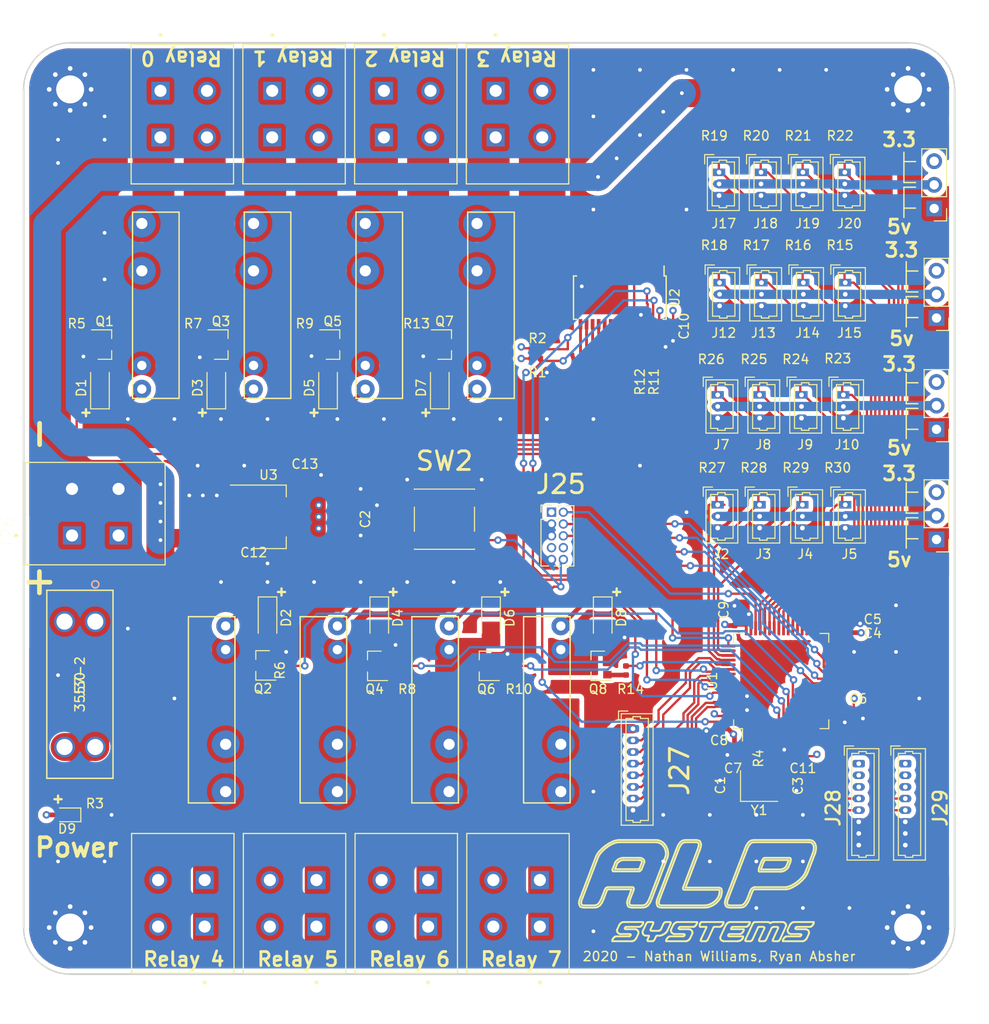
<source format=kicad_pcb>
(kicad_pcb (version 20171130) (host pcbnew "(5.1.6)-1")
  (layers (0 F.Cu signal) (1 In1.Cu power) (2 In2.Cu power) (31 B.Cu signal) (34 B.Paste user) (35 F.Paste user) (36 B.SilkS user) (37 F.SilkS user) (38 B.Mask user) (39 F.Mask user) (44 Edge.Cuts user))
  (net 0 "")
  (net 1 GND)
  (net 2 HSE_IN)
  (net 3 NRST)
  (net 4 +3V3)
  (net 5 +5V)
  (net 6 "Net-(J2-Pad2)")
  (net 7 "Net-(J10-Pad2)")
  (net 8 "Net-(J12-Pad2)")
  (net 9 "Net-(J17-Pad2)")
  (net 10 "Net-(Q1-Pad1)")
  (net 11 "Net-(Q2-Pad1)")
  (net 12 "Net-(Q3-Pad1)")
  (net 13 "Net-(Q4-Pad1)")
  (net 14 "Net-(Q5-Pad1)")
  (net 15 "Net-(Q6-Pad1)")
  (net 16 "Net-(Q7-Pad1)")
  (net 17 "Net-(Q8-Pad1)")
  (net 18 HSE_OUT)
  (net 19 "Net-(R11-Pad1)")
  (net 20 "Net-(R12-Pad1)")
  (net 21 "Net-(R15-Pad1)")
  (net 22 "Net-(R16-Pad1)")
  (net 23 "Net-(R17-Pad1)")
  (net 24 "Net-(R18-Pad1)")
  (net 25 "Net-(R19-Pad1)")
  (net 26 "Net-(R20-Pad1)")
  (net 27 "Net-(R21-Pad1)")
  (net 28 "Net-(R22-Pad1)")
  (net 29 "Net-(R23-Pad1)")
  (net 30 "Net-(R24-Pad1)")
  (net 31 "Net-(R25-Pad1)")
  (net 32 "Net-(R26-Pad1)")
  (net 33 "Net-(R27-Pad1)")
  (net 34 "Net-(R28-Pad1)")
  (net 35 "Net-(R29-Pad1)")
  (net 36 "Net-(R30-Pad1)")
  (net 37 "Net-(J1-Pad2)")
  (net 38 "Net-(J1-Pad1)")
  (net 39 "Net-(J6-Pad1)")
  (net 40 "Net-(J6-Pad2)")
  (net 41 "Net-(J11-Pad1)")
  (net 42 "Net-(J11-Pad2)")
  (net 43 "Net-(J16-Pad1)")
  (net 44 "Net-(J16-Pad2)")
  (net 45 "Net-(J21-Pad2)")
  (net 46 "Net-(J21-Pad1)")
  (net 47 "Net-(J22-Pad2)")
  (net 48 "Net-(J22-Pad1)")
  (net 49 "Net-(J23-Pad2)")
  (net 50 "Net-(J23-Pad1)")
  (net 51 "Net-(J24-Pad1)")
  (net 52 "Net-(J24-Pad2)")
  (net 53 "Net-(C3-Pad1)")
  (net 54 "Net-(D2-Pad2)")
  (net 55 "Net-(D3-Pad2)")
  (net 56 "Net-(D4-Pad2)")
  (net 57 "Net-(D5-Pad2)")
  (net 58 "Net-(D6-Pad2)")
  (net 59 "Net-(D7-Pad2)")
  (net 60 "Net-(D8-Pad2)")
  (net 61 SWO)
  (net 62 "Net-(D1-Pad2)")
  (net 63 SWDIO)
  (net 64 SWCLK)
  (net 65 IO0)
  (net 66 IO4)
  (net 67 IO1)
  (net 68 IO5)
  (net 69 IO2)
  (net 70 IO6)
  (net 71 IO3)
  (net 72 IO7)
  (net 73 IO8)
  (net 74 IO9)
  (net 75 IO10)
  (net 76 IO11)
  (net 77 IO12)
  (net 78 IO13)
  (net 79 IO14)
  (net 80 IO15)
  (net 81 "Net-(J25-Pad7)")
  (net 82 "Net-(J25-Pad8)")
  (net 83 LCD_D7)
  (net 84 LCD_D6)
  (net 85 LCD_D5)
  (net 86 LCD_D4)
  (net 87 LCD_EN)
  (net 88 LCD_RS)
  (net 89 RELAY0)
  (net 90 RELAY4)
  (net 91 RELAY1)
  (net 92 RELAY5)
  (net 93 RELAY2)
  (net 94 RELAY6)
  (net 95 RELAY3)
  (net 96 RELAY7)
  (net 97 I2C1_SDA)
  (net 98 I2C1_SCL)
  (net 99 USART3_RX)
  (net 100 USART3_TX)
  (net 101 "Net-(U1-Pad22)")
  (net 102 "Net-(U1-Pad21)")
  (net 103 "Net-(U1-Pad20)")
  (net 104 USART2_RX)
  (net 105 USART2_TX)
  (net 106 "Net-(U1-Pad15)")
  (net 107 "Net-(U1-Pad14)")
  (net 108 "Net-(U1-Pad4)")
  (net 109 "Net-(D9-Pad1)")
  (net 110 "Net-(U1-Pad28)")
  (net 111 "Net-(U1-Pad3)")
  (net 112 "Net-(U1-Pad2)")
  (net 113 "Net-(U1-Pad23)")
  (net 114 +5VP)
  (module Package_TO_SOT_SMD:SOT-223-3_TabPin2 (layer F.Cu) (at 122.6 95.5)
    (fp_text reference U3 (at 0 -4.5) (layer F.SilkS))
    (fp_text value AZ1117-3.3)
    (pad 1 smd rect (at -3.15 -2.3) (size 2 1.5) (layers F.Cu F.Paste F.Mask) (net 1 GND))
    (pad 3 smd rect (at -3.15 2.3) (size 2 1.5) (layers F.Cu F.Paste F.Mask) (net 5 +5V))
    (pad 2 smd rect (at -3.15 0) (size 2 1.5) (layers F.Cu F.Paste F.Mask) (net 4 +3V3))
    (pad 2 smd rect (at 3.15 0) (size 2 3.8) (layers F.Cu F.Paste F.Mask) (net 4 +3V3))
  )
  (module Capacitor_SMD:C_0402_1005Metric (layer F.Cu) (at 126.515 91)
    (fp_text reference C13 (at 0 -1.17) (layer F.SilkS))
    (fp_text value 0.1uF)
    (pad 2 smd roundrect (at 0.485 0) (size 0.59 0.64) (layers F.Cu F.Paste F.Mask) (net 1 GND))
    (pad 1 smd roundrect (at -0.485 0) (size 0.59 0.64) (layers F.Cu F.Paste F.Mask) (net 4 +3V3))
  )
  (module Capacitor_SMD:C_0402_1005Metric (layer F.Cu) (at 121.015 100.5)
    (fp_text reference C12 (at 0 -1.17) (layer F.SilkS))
    (fp_text value 0.1uF)
    (pad 2 smd roundrect (at 0.485 0) (size 0.59 0.64) (layers F.Cu F.Paste F.Mask) (net 1 GND))
    (pad 1 smd roundrect (at -0.485 0) (size 0.59 0.64) (layers F.Cu F.Paste F.Mask) (net 5 +5V))
  )
  (module Footprints:3557-2 (layer F.Cu) (at 104 106.75 270)
    (fp_text reference J30 (at 6.731 1.651 90) (layer F.SilkS))
    (fp_text value 3557-2 (at 6.731 1.651 90) (layer F.SilkS))
    (fp_text user * (at 0 0 90) (layer F.SilkS))
    (pad 4 thru_hole circle (at 13.462 3.302 270) (size 2.2352 2.2352) (drill 1.7272) (layers *.Cu *.Mask) (net 5 +5V))
    (pad 3 thru_hole circle (at 13.462 0 270) (size 2.2352 2.2352) (drill 1.7272) (layers *.Cu *.Mask) (net 5 +5V))
    (pad 2 thru_hole circle (at 0 3.302 270) (size 2.2352 2.2352) (drill 1.7272) (layers *.Cu *.Mask) (net 114 +5VP))
    (pad 1 thru_hole circle (at 0 0 270) (size 2.2352 2.2352) (drill 1.7272) (layers *.Cu *.Mask) (net 114 +5VP))
  )
  (module Resistor_SMD:R_0402_1005Metric (layer F.Cu) (at 103.96 127.45)
    (fp_text reference R3 (at 0 -1.17) (layer F.SilkS))
    (fp_text value 2k2)
    (pad 2 smd roundrect (at 0.485 0) (size 0.59 0.64) (layers F.Cu F.Paste F.Mask) (net 1 GND))
    (pad 1 smd roundrect (at -0.485 0) (size 0.59 0.64) (layers F.Cu F.Paste F.Mask) (net 109 "Net-(D9-Pad1)"))
  )
  (module LED_SMD:LED_0603_1608Metric (layer F.Cu) (at 100.9625 127.5 180)
    (fp_text reference D9 (at 0 -1.5) (layer F.SilkS))
    (fp_text value "Power (Red)")
    (pad 2 smd roundrect (at 0.7875 0 180) (size 0.875 0.95) (layers F.Cu F.Paste F.Mask) (net 4 +3V3))
    (pad 1 smd roundrect (at -0.7875 0 180) (size 0.875 0.95) (layers F.Cu F.Paste F.Mask) (net 109 "Net-(D9-Pad1)"))
  )
  (module TBL005A-500-02GY-2WT:CUI_TBL005A-500-02GY-2WT (layer F.Cu) (at 101.5 97.5 90)
    (fp_text reference J26 (at 0.295 -6.889 90) (layer F.SilkS) (effects (font (size 1.4 1.4) (thickness 0.015))))
    (fp_text value "5v In")
    (pad 1 thru_hole rect (at 0 0 90) (size 1.95 1.95) (drill 1.3) (layers *.Cu *.Mask) (net 114 +5VP))
    (pad 2 thru_hole circle (at 5 0 90) (size 1.95 1.95) (drill 1.3) (layers *.Cu *.Mask) (net 1 GND))
    (pad 1 thru_hole rect (at 0 5 90) (size 1.95 1.95) (drill 1.3) (layers *.Cu *.Mask) (net 114 +5VP))
    (pad 2 thru_hole circle (at 5 5 90) (size 1.95 1.95) (drill 1.3) (layers *.Cu *.Mask) (net 1 GND))
  )
  (module Crystal:Crystal_SMD_3225-4Pin_3.2x2.5mm (layer F.Cu) (at 175.3 124.4)
    (fp_text reference Y1 (at 0 2.6) (layer F.SilkS))
    (fp_text value Crystal_GND24)
    (pad 4 smd rect (at -1.1 -0.85) (size 1.4 1.2) (layers F.Cu F.Paste F.Mask) (net 1 GND))
    (pad 3 smd rect (at 1.1 -0.85) (size 1.4 1.2) (layers F.Cu F.Paste F.Mask) (net 53 "Net-(C3-Pad1)"))
    (pad 2 smd rect (at 1.1 0.85) (size 1.4 1.2) (layers F.Cu F.Paste F.Mask) (net 1 GND))
    (pad 1 smd rect (at -1.1 0.85) (size 1.4 1.2) (layers F.Cu F.Paste F.Mask) (net 2 HSE_IN))
  )
  (module Connector_Molex:Molex_PicoBlade_53047-0810_1x08_P1.25mm_Vertical (layer F.Cu) (at 191 122 270)
    (fp_text reference J29 (at 4.75 -3.75 90) (layer F.SilkS) (effects (font (size 1.5 1.5) (thickness 0.25))))
    (fp_text value USART3)
    (pad 8 thru_hole oval (at 8.75 0 270) (size 0.8 1.3) (drill 0.5) (layers *.Cu *.Mask) (net 1 GND))
    (pad 7 thru_hole oval (at 7.5 0 270) (size 0.8 1.3) (drill 0.5) (layers *.Cu *.Mask) (net 1 GND))
    (pad 6 thru_hole oval (at 6.25 0 270) (size 0.8 1.3) (drill 0.5) (layers *.Cu *.Mask) (net 1 GND))
    (pad 5 thru_hole oval (at 5 0 270) (size 0.8 1.3) (drill 0.5) (layers *.Cu *.Mask) (net 100 USART3_TX))
    (pad 4 thru_hole oval (at 3.75 0 270) (size 0.8 1.3) (drill 0.5) (layers *.Cu *.Mask) (net 99 USART3_RX))
    (pad 3 thru_hole oval (at 2.5 0 270) (size 0.8 1.3) (drill 0.5) (layers *.Cu *.Mask) (net 4 +3V3))
    (pad 2 thru_hole oval (at 1.25 0 270) (size 0.8 1.3) (drill 0.5) (layers *.Cu *.Mask) (net 4 +3V3))
    (pad 1 thru_hole roundrect (at 0 0 270) (size 0.8 1.3) (drill 0.5) (layers *.Cu *.Mask) (net 4 +3V3))
  )
  (module Connector_Molex:Molex_PicoBlade_53047-0810_1x08_P1.25mm_Vertical (layer F.Cu) (at 186 122 270)
    (fp_text reference J28 (at 4.75 2.75 90) (layer F.SilkS) (effects (font (size 1.5 1.5) (thickness 0.25))))
    (fp_text value USART2)
    (pad 8 thru_hole oval (at 8.75 0 270) (size 0.8 1.3) (drill 0.5) (layers *.Cu *.Mask) (net 1 GND))
    (pad 7 thru_hole oval (at 7.5 0 270) (size 0.8 1.3) (drill 0.5) (layers *.Cu *.Mask) (net 1 GND))
    (pad 6 thru_hole oval (at 6.25 0 270) (size 0.8 1.3) (drill 0.5) (layers *.Cu *.Mask) (net 1 GND))
    (pad 5 thru_hole oval (at 5 0 270) (size 0.8 1.3) (drill 0.5) (layers *.Cu *.Mask) (net 105 USART2_TX))
    (pad 4 thru_hole oval (at 3.75 0 270) (size 0.8 1.3) (drill 0.5) (layers *.Cu *.Mask) (net 104 USART2_RX))
    (pad 3 thru_hole oval (at 2.5 0 270) (size 0.8 1.3) (drill 0.5) (layers *.Cu *.Mask) (net 4 +3V3))
    (pad 2 thru_hole oval (at 1.25 0 270) (size 0.8 1.3) (drill 0.5) (layers *.Cu *.Mask) (net 4 +3V3))
    (pad 1 thru_hole roundrect (at 0 0 270) (size 0.8 1.3) (drill 0.5) (layers *.Cu *.Mask) (net 4 +3V3))
  )
  (module Package_SO:TSSOP-28_4.4x9.7mm_P0.65mm (layer F.Cu) (at 160.339159 71.957402 270)
    (fp_text reference U2 (at 0 -5.9 270) (layer F.SilkS))
    (fp_text value PCA9685PW)
    (pad 1 smd rect (at -2.85 -4.225 270) (size 1.1 0.4) (layers F.Cu F.Paste F.Mask) (net 19 "Net-(R11-Pad1)"))
    (pad 2 smd rect (at -2.85 -3.575 270) (size 1.1 0.4) (layers F.Cu F.Paste F.Mask) (net 19 "Net-(R11-Pad1)"))
    (pad 3 smd rect (at -2.85 -2.925 270) (size 1.1 0.4) (layers F.Cu F.Paste F.Mask) (net 19 "Net-(R11-Pad1)"))
    (pad 4 smd rect (at -2.85 -2.275 270) (size 1.1 0.4) (layers F.Cu F.Paste F.Mask) (net 19 "Net-(R11-Pad1)"))
    (pad 5 smd rect (at -2.85 -1.625 270) (size 1.1 0.4) (layers F.Cu F.Paste F.Mask) (net 19 "Net-(R11-Pad1)"))
    (pad 6 smd rect (at -2.85 -0.975 270) (size 1.1 0.4) (layers F.Cu F.Paste F.Mask) (net 24 "Net-(R18-Pad1)"))
    (pad 7 smd rect (at -2.85 -0.325 270) (size 1.1 0.4) (layers F.Cu F.Paste F.Mask) (net 23 "Net-(R17-Pad1)"))
    (pad 8 smd rect (at -2.85 0.325 270) (size 1.1 0.4) (layers F.Cu F.Paste F.Mask) (net 22 "Net-(R16-Pad1)"))
    (pad 9 smd rect (at -2.85 0.975 270) (size 1.1 0.4) (layers F.Cu F.Paste F.Mask) (net 21 "Net-(R15-Pad1)"))
    (pad 10 smd rect (at -2.85 1.625 270) (size 1.1 0.4) (layers F.Cu F.Paste F.Mask) (net 25 "Net-(R19-Pad1)"))
    (pad 11 smd rect (at -2.85 2.275 270) (size 1.1 0.4) (layers F.Cu F.Paste F.Mask) (net 26 "Net-(R20-Pad1)"))
    (pad 12 smd rect (at -2.85 2.925 270) (size 1.1 0.4) (layers F.Cu F.Paste F.Mask) (net 27 "Net-(R21-Pad1)"))
    (pad 13 smd rect (at -2.85 3.575 270) (size 1.1 0.4) (layers F.Cu F.Paste F.Mask) (net 28 "Net-(R22-Pad1)"))
    (pad 14 smd rect (at -2.85 4.225 270) (size 1.1 0.4) (layers F.Cu F.Paste F.Mask) (net 1 GND))
    (pad 15 smd rect (at 2.85 4.225 270) (size 1.1 0.4) (layers F.Cu F.Paste F.Mask) (net 33 "Net-(R27-Pad1)"))
    (pad 16 smd rect (at 2.85 3.575 270) (size 1.1 0.4) (layers F.Cu F.Paste F.Mask) (net 34 "Net-(R28-Pad1)"))
    (pad 17 smd rect (at 2.85 2.925 270) (size 1.1 0.4) (layers F.Cu F.Paste F.Mask) (net 35 "Net-(R29-Pad1)"))
    (pad 18 smd rect (at 2.85 2.275 270) (size 1.1 0.4) (layers F.Cu F.Paste F.Mask) (net 36 "Net-(R30-Pad1)"))
    (pad 19 smd rect (at 2.85 1.625 270) (size 1.1 0.4) (layers F.Cu F.Paste F.Mask) (net 32 "Net-(R26-Pad1)"))
    (pad 20 smd rect (at 2.85 0.975 270) (size 1.1 0.4) (layers F.Cu F.Paste F.Mask) (net 31 "Net-(R25-Pad1)"))
    (pad 21 smd rect (at 2.85 0.325 270) (size 1.1 0.4) (layers F.Cu F.Paste F.Mask) (net 30 "Net-(R24-Pad1)"))
    (pad 22 smd rect (at 2.85 -0.325 270) (size 1.1 0.4) (layers F.Cu F.Paste F.Mask) (net 29 "Net-(R23-Pad1)"))
    (pad 23 smd rect (at 2.85 -0.975 270) (size 1.1 0.4) (layers F.Cu F.Paste F.Mask) (net 20 "Net-(R12-Pad1)"))
    (pad 24 smd rect (at 2.85 -1.625 270) (size 1.1 0.4) (layers F.Cu F.Paste F.Mask) (net 19 "Net-(R11-Pad1)"))
    (pad 25 smd rect (at 2.85 -2.275 270) (size 1.1 0.4) (layers F.Cu F.Paste F.Mask) (net 1 GND))
    (pad 26 smd rect (at 2.85 -2.925 270) (size 1.1 0.4) (layers F.Cu F.Paste F.Mask) (net 98 I2C1_SCL))
    (pad 27 smd rect (at 2.85 -3.575 270) (size 1.1 0.4) (layers F.Cu F.Paste F.Mask) (net 97 I2C1_SDA))
    (pad 28 smd rect (at 2.85 -4.225 270) (size 1.1 0.4) (layers F.Cu F.Paste F.Mask) (net 4 +3V3))
  )
  (module Connector_Molex:Molex_PicoBlade_53047-0810_1x08_P1.25mm_Vertical (layer F.Cu) (at 161.75 118.25 270)
    (fp_text reference J27 (at 4.5 -5 90) (layer F.SilkS) (effects (font (size 2 2) (thickness 0.3))))
    (fp_text value LCD)
    (pad 8 thru_hole oval (at 8.75 0 270) (size 0.8 1.3) (drill 0.5) (layers *.Cu *.Mask) (net 1 GND))
    (pad 7 thru_hole oval (at 7.5 0 270) (size 0.8 1.3) (drill 0.5) (layers *.Cu *.Mask) (net 83 LCD_D7))
    (pad 6 thru_hole oval (at 6.25 0 270) (size 0.8 1.3) (drill 0.5) (layers *.Cu *.Mask) (net 84 LCD_D6))
    (pad 5 thru_hole oval (at 5 0 270) (size 0.8 1.3) (drill 0.5) (layers *.Cu *.Mask) (net 85 LCD_D5))
    (pad 4 thru_hole oval (at 3.75 0 270) (size 0.8 1.3) (drill 0.5) (layers *.Cu *.Mask) (net 86 LCD_D4))
    (pad 3 thru_hole oval (at 2.5 0 270) (size 0.8 1.3) (drill 0.5) (layers *.Cu *.Mask) (net 88 LCD_RS))
    (pad 2 thru_hole oval (at 1.25 0 270) (size 0.8 1.3) (drill 0.5) (layers *.Cu *.Mask) (net 87 LCD_EN))
    (pad 1 thru_hole roundrect (at 0 0 270) (size 0.8 1.3) (drill 0.5) (layers *.Cu *.Mask) (net 5 +5V))
  )
  (module Package_QFP:LQFP-64_10x10mm_P0.5mm (layer F.Cu) (at 177.67 113.13 90)
    (fp_text reference U1 (at 0 -7.4 90) (layer F.SilkS))
    (fp_text value STM32F103RBT6)
    (pad 64 smd roundrect (at -3.75 -5.675 90) (size 0.3 1.55) (layers F.Cu F.Paste F.Mask) (net 4 +3V3))
    (pad 63 smd roundrect (at -3.25 -5.675 90) (size 0.3 1.55) (layers F.Cu F.Paste F.Mask) (net 1 GND))
    (pad 62 smd roundrect (at -2.75 -5.675 90) (size 0.3 1.55) (layers F.Cu F.Paste F.Mask) (net 83 LCD_D7))
    (pad 61 smd roundrect (at -2.25 -5.675 90) (size 0.3 1.55) (layers F.Cu F.Paste F.Mask) (net 84 LCD_D6))
    (pad 60 smd roundrect (at -1.75 -5.675 90) (size 0.3 1.55) (layers F.Cu F.Paste F.Mask) (net 1 GND))
    (pad 59 smd roundrect (at -1.25 -5.675 90) (size 0.3 1.55) (layers F.Cu F.Paste F.Mask) (net 97 I2C1_SDA))
    (pad 58 smd roundrect (at -0.75 -5.675 90) (size 0.3 1.55) (layers F.Cu F.Paste F.Mask) (net 98 I2C1_SCL))
    (pad 57 smd roundrect (at -0.25 -5.675 90) (size 0.3 1.55) (layers F.Cu F.Paste F.Mask) (net 85 LCD_D5))
    (pad 56 smd roundrect (at 0.25 -5.675 90) (size 0.3 1.55) (layers F.Cu F.Paste F.Mask) (net 86 LCD_D4))
    (pad 55 smd roundrect (at 0.75 -5.675 90) (size 0.3 1.55) (layers F.Cu F.Paste F.Mask) (net 61 SWO))
    (pad 54 smd roundrect (at 1.25 -5.675 90) (size 0.3 1.55) (layers F.Cu F.Paste F.Mask) (net 88 LCD_RS))
    (pad 53 smd roundrect (at 1.75 -5.675 90) (size 0.3 1.55) (layers F.Cu F.Paste F.Mask) (net 87 LCD_EN))
    (pad 52 smd roundrect (at 2.25 -5.675 90) (size 0.3 1.55) (layers F.Cu F.Paste F.Mask) (net 65 IO0))
    (pad 51 smd roundrect (at 2.75 -5.675 90) (size 0.3 1.55) (layers F.Cu F.Paste F.Mask) (net 67 IO1))
    (pad 50 smd roundrect (at 3.25 -5.675 90) (size 0.3 1.55) (layers F.Cu F.Paste F.Mask) (net 69 IO2))
    (pad 49 smd roundrect (at 3.75 -5.675 90) (size 0.3 1.55) (layers F.Cu F.Paste F.Mask) (net 64 SWCLK))
    (pad 48 smd roundrect (at 5.675 -3.75 90) (size 1.55 0.3) (layers F.Cu F.Paste F.Mask) (net 4 +3V3))
    (pad 47 smd roundrect (at 5.675 -3.25 90) (size 1.55 0.3) (layers F.Cu F.Paste F.Mask) (net 1 GND))
    (pad 46 smd roundrect (at 5.675 -2.75 90) (size 1.55 0.3) (layers F.Cu F.Paste F.Mask) (net 63 SWDIO))
    (pad 45 smd roundrect (at 5.675 -2.25 90) (size 1.55 0.3) (layers F.Cu F.Paste F.Mask) (net 71 IO3))
    (pad 44 smd roundrect (at 5.675 -1.75 90) (size 1.55 0.3) (layers F.Cu F.Paste F.Mask) (net 66 IO4))
    (pad 43 smd roundrect (at 5.675 -1.25 90) (size 1.55 0.3) (layers F.Cu F.Paste F.Mask) (net 68 IO5))
    (pad 42 smd roundrect (at 5.675 -0.75 90) (size 1.55 0.3) (layers F.Cu F.Paste F.Mask) (net 70 IO6))
    (pad 41 smd roundrect (at 5.675 -0.25 90) (size 1.55 0.3) (layers F.Cu F.Paste F.Mask) (net 72 IO7))
    (pad 40 smd roundrect (at 5.675 0.25 90) (size 1.55 0.3) (layers F.Cu F.Paste F.Mask) (net 73 IO8))
    (pad 39 smd roundrect (at 5.675 0.75 90) (size 1.55 0.3) (layers F.Cu F.Paste F.Mask) (net 74 IO9))
    (pad 38 smd roundrect (at 5.675 1.25 90) (size 1.55 0.3) (layers F.Cu F.Paste F.Mask) (net 75 IO10))
    (pad 37 smd roundrect (at 5.675 1.75 90) (size 1.55 0.3) (layers F.Cu F.Paste F.Mask) (net 76 IO11))
    (pad 36 smd roundrect (at 5.675 2.25 90) (size 1.55 0.3) (layers F.Cu F.Paste F.Mask) (net 77 IO12))
    (pad 35 smd roundrect (at 5.675 2.75 90) (size 1.55 0.3) (layers F.Cu F.Paste F.Mask) (net 78 IO13))
    (pad 34 smd roundrect (at 5.675 3.25 90) (size 1.55 0.3) (layers F.Cu F.Paste F.Mask) (net 79 IO14))
    (pad 33 smd roundrect (at 5.675 3.75 90) (size 1.55 0.3) (layers F.Cu F.Paste F.Mask) (net 80 IO15))
    (pad 32 smd roundrect (at 3.75 5.675 90) (size 0.3 1.55) (layers F.Cu F.Paste F.Mask) (net 4 +3V3))
    (pad 31 smd roundrect (at 3.25 5.675 90) (size 0.3 1.55) (layers F.Cu F.Paste F.Mask) (net 1 GND))
    (pad 30 smd roundrect (at 2.75 5.675 90) (size 0.3 1.55) (layers F.Cu F.Paste F.Mask) (net 99 USART3_RX))
    (pad 29 smd roundrect (at 2.25 5.675 90) (size 0.3 1.55) (layers F.Cu F.Paste F.Mask) (net 100 USART3_TX))
    (pad 28 smd roundrect (at 1.75 5.675 90) (size 0.3 1.55) (layers F.Cu F.Paste F.Mask) (net 110 "Net-(U1-Pad28)"))
    (pad 27 smd roundrect (at 1.25 5.675 90) (size 0.3 1.55) (layers F.Cu F.Paste F.Mask) (net 95 RELAY3))
    (pad 26 smd roundrect (at 0.75 5.675 90) (size 0.3 1.55) (layers F.Cu F.Paste F.Mask) (net 93 RELAY2))
    (pad 25 smd roundrect (at 0.25 5.675 90) (size 0.3 1.55) (layers F.Cu F.Paste F.Mask) (net 91 RELAY1))
    (pad 24 smd roundrect (at -0.25 5.675 90) (size 0.3 1.55) (layers F.Cu F.Paste F.Mask) (net 89 RELAY0))
    (pad 23 smd roundrect (at -0.75 5.675 90) (size 0.3 1.55) (layers F.Cu F.Paste F.Mask) (net 113 "Net-(U1-Pad23)"))
    (pad 22 smd roundrect (at -1.25 5.675 90) (size 0.3 1.55) (layers F.Cu F.Paste F.Mask) (net 101 "Net-(U1-Pad22)"))
    (pad 21 smd roundrect (at -1.75 5.675 90) (size 0.3 1.55) (layers F.Cu F.Paste F.Mask) (net 102 "Net-(U1-Pad21)"))
    (pad 20 smd roundrect (at -2.25 5.675 90) (size 0.3 1.55) (layers F.Cu F.Paste F.Mask) (net 103 "Net-(U1-Pad20)"))
    (pad 19 smd roundrect (at -2.75 5.675 90) (size 0.3 1.55) (layers F.Cu F.Paste F.Mask) (net 4 +3V3))
    (pad 18 smd roundrect (at -3.25 5.675 90) (size 0.3 1.55) (layers F.Cu F.Paste F.Mask) (net 1 GND))
    (pad 17 smd roundrect (at -3.75 5.675 90) (size 0.3 1.55) (layers F.Cu F.Paste F.Mask) (net 104 USART2_RX))
    (pad 16 smd roundrect (at -5.675 3.75 90) (size 1.55 0.3) (layers F.Cu F.Paste F.Mask) (net 105 USART2_TX))
    (pad 15 smd roundrect (at -5.675 3.25 90) (size 1.55 0.3) (layers F.Cu F.Paste F.Mask) (net 106 "Net-(U1-Pad15)"))
    (pad 14 smd roundrect (at -5.675 2.75 90) (size 1.55 0.3) (layers F.Cu F.Paste F.Mask) (net 107 "Net-(U1-Pad14)"))
    (pad 13 smd roundrect (at -5.675 2.25 90) (size 1.55 0.3) (layers F.Cu F.Paste F.Mask) (net 4 +3V3))
    (pad 12 smd roundrect (at -5.675 1.75 90) (size 1.55 0.3) (layers F.Cu F.Paste F.Mask) (net 1 GND))
    (pad 11 smd roundrect (at -5.675 1.25 90) (size 1.55 0.3) (layers F.Cu F.Paste F.Mask) (net 90 RELAY4))
    (pad 10 smd roundrect (at -5.675 0.75 90) (size 1.55 0.3) (layers F.Cu F.Paste F.Mask) (net 92 RELAY5))
    (pad 9 smd roundrect (at -5.675 0.25 90) (size 1.55 0.3) (layers F.Cu F.Paste F.Mask) (net 94 RELAY6))
    (pad 8 smd roundrect (at -5.675 -0.25 90) (size 1.55 0.3) (layers F.Cu F.Paste F.Mask) (net 96 RELAY7))
    (pad 7 smd roundrect (at -5.675 -0.75 90) (size 1.55 0.3) (layers F.Cu F.Paste F.Mask) (net 3 NRST))
    (pad 6 smd roundrect (at -5.675 -1.25 90) (size 1.55 0.3) (layers F.Cu F.Paste F.Mask) (net 18 HSE_OUT))
    (pad 5 smd roundrect (at -5.675 -1.75 90) (size 1.55 0.3) (layers F.Cu F.Paste F.Mask) (net 2 HSE_IN))
    (pad 4 smd roundrect (at -5.675 -2.25 90) (size 1.55 0.3) (layers F.Cu F.Paste F.Mask) (net 108 "Net-(U1-Pad4)"))
    (pad 3 smd roundrect (at -5.675 -2.75 90) (size 1.55 0.3) (layers F.Cu F.Paste F.Mask) (net 111 "Net-(U1-Pad3)"))
    (pad 2 smd roundrect (at -5.675 -3.25 90) (size 1.55 0.3) (layers F.Cu F.Paste F.Mask) (net 112 "Net-(U1-Pad2)"))
    (pad 1 smd roundrect (at -5.675 -3.75 90) (size 1.55 0.3) (layers F.Cu F.Paste F.Mask) (net 4 +3V3))
  )
  (module Button_Switch_SMD:SW_SPST_PTS645 (layer F.Cu) (at 141.5 95.75)
    (fp_text reference SW2 (at 0 -6.25 180) (layer F.SilkS) (effects (font (size 2 2) (thickness 0.3))))
    (fp_text value Reset)
    (pad 2 smd rect (at -3.98 2.25) (size 1.55 1.3) (layers F.Cu F.Paste F.Mask) (net 3 NRST))
    (pad 1 smd rect (at -3.98 -2.25) (size 1.55 1.3) (layers F.Cu F.Paste F.Mask) (net 1 GND))
    (pad 1 smd rect (at 3.98 -2.25) (size 1.55 1.3) (layers F.Cu F.Paste F.Mask) (net 1 GND))
    (pad 2 smd rect (at 3.98 2.25) (size 1.55 1.3) (layers F.Cu F.Paste F.Mask) (net 3 NRST))
  )
  (module Capacitor_SMD:C_0402_1005Metric (layer F.Cu) (at 134.25 95.75 90)
    (fp_text reference C2 (at 0 -1.25 270) (layer F.SilkS))
    (fp_text value 0.1uF)
    (pad 1 smd roundrect (at -0.485 0 90) (size 0.59 0.64) (layers F.Cu F.Paste F.Mask) (net 3 NRST))
    (pad 2 smd roundrect (at 0.485 0 90) (size 0.59 0.64) (layers F.Cu F.Paste F.Mask) (net 1 GND))
  )
  (module Resistor_SMD:R_0402_1005Metric (layer F.Cu) (at 151.315 77.5)
    (fp_text reference R2 (at 0.185 -1.17) (layer F.SilkS))
    (fp_text value 4k7)
    (pad 2 smd roundrect (at 0.485 0) (size 0.59 0.64) (layers F.Cu F.Paste F.Mask) (net 98 I2C1_SCL))
    (pad 1 smd roundrect (at -0.485 0) (size 0.59 0.64) (layers F.Cu F.Paste F.Mask) (net 4 +3V3))
  )
  (module Resistor_SMD:R_0402_1005Metric (layer F.Cu) (at 151.315 78.5)
    (fp_text reference R1 (at 0.185 1.5) (layer F.SilkS))
    (fp_text value 4k7)
    (pad 2 smd roundrect (at 0.485 0) (size 0.59 0.64) (layers F.Cu F.Paste F.Mask) (net 97 I2C1_SDA))
    (pad 1 smd roundrect (at -0.485 0) (size 0.59 0.64) (layers F.Cu F.Paste F.Mask) (net 4 +3V3))
  )
  (module Resistor_SMD:R_0402_1005Metric (layer F.Cu) (at 163.814159 77.992402 270)
    (fp_text reference R11 (at 3.007598 -0.185841 270) (layer F.SilkS))
    (fp_text value 10k)
    (pad 1 smd roundrect (at -0.485 0 270) (size 0.59 0.64) (layers F.Cu F.Paste F.Mask) (net 19 "Net-(R11-Pad1)"))
    (pad 2 smd roundrect (at 0.485 0 270) (size 0.59 0.64) (layers F.Cu F.Paste F.Mask) (net 1 GND))
  )
  (module Resistor_SMD:R_0402_1005Metric (layer F.Cu) (at 179.235 79.75)
    (fp_text reference R24 (at 0 -1.17 180) (layer F.SilkS))
    (fp_text value 220)
    (pad 1 smd roundrect (at -0.485 0) (size 0.59 0.64) (layers F.Cu F.Paste F.Mask) (net 30 "Net-(R24-Pad1)"))
    (pad 2 smd roundrect (at 0.485 0) (size 0.59 0.64) (layers F.Cu F.Paste F.Mask) (net 70 IO6))
  )
  (module Resistor_SMD:R_0402_1005Metric (layer F.Cu) (at 179.485 67.5)
    (fp_text reference R16 (at 0 -1.17) (layer F.SilkS))
    (fp_text value 220)
    (pad 2 smd roundrect (at 0.485 0) (size 0.59 0.64) (layers F.Cu F.Paste F.Mask) (net 75 IO10))
    (pad 1 smd roundrect (at -0.485 0) (size 0.59 0.64) (layers F.Cu F.Paste F.Mask) (net 22 "Net-(R16-Pad1)"))
  )
  (module Resistor_SMD:R_0402_1005Metric (layer F.Cu) (at 170.485 55.75)
    (fp_text reference R19 (at 0 -1.17) (layer F.SilkS))
    (fp_text value 220)
    (pad 1 smd roundrect (at -0.485 0) (size 0.59 0.64) (layers F.Cu F.Paste F.Mask) (net 25 "Net-(R19-Pad1)"))
    (pad 2 smd roundrect (at 0.485 0) (size 0.59 0.64) (layers F.Cu F.Paste F.Mask) (net 77 IO12))
  )
  (module Resistor_SMD:R_0402_1005Metric (layer F.Cu) (at 174.985 67.5)
    (fp_text reference R17 (at 0 -1.17) (layer F.SilkS))
    (fp_text value 220)
    (pad 2 smd roundrect (at 0.485 0) (size 0.59 0.64) (layers F.Cu F.Paste F.Mask) (net 74 IO9))
    (pad 1 smd roundrect (at -0.485 0) (size 0.59 0.64) (layers F.Cu F.Paste F.Mask) (net 23 "Net-(R17-Pad1)"))
  )
  (module Resistor_SMD:R_0402_1005Metric (layer F.Cu) (at 179.485 55.75)
    (fp_text reference R21 (at 0 -1.17) (layer F.SilkS))
    (fp_text value 220)
    (pad 2 smd roundrect (at 0.485 0) (size 0.59 0.64) (layers F.Cu F.Paste F.Mask) (net 79 IO14))
    (pad 1 smd roundrect (at -0.485 0) (size 0.59 0.64) (layers F.Cu F.Paste F.Mask) (net 27 "Net-(R21-Pad1)"))
  )
  (module Resistor_SMD:R_0402_1005Metric (layer F.Cu) (at 184 55.75)
    (fp_text reference R22 (at 0 -1.17) (layer F.SilkS))
    (fp_text value 220)
    (pad 1 smd roundrect (at -0.485 0) (size 0.59 0.64) (layers F.Cu F.Paste F.Mask) (net 28 "Net-(R22-Pad1)"))
    (pad 2 smd roundrect (at 0.485 0) (size 0.59 0.64) (layers F.Cu F.Paste F.Mask) (net 80 IO15))
  )
  (module Resistor_SMD:R_0402_1005Metric (layer F.Cu) (at 174.735 91.4)
    (fp_text reference R28 (at 0 -1.17 180) (layer F.SilkS))
    (fp_text value 220)
    (pad 1 smd roundrect (at -0.485 0) (size 0.59 0.64) (layers F.Cu F.Paste F.Mask) (net 34 "Net-(R28-Pad1)"))
    (pad 2 smd roundrect (at 0.485 0) (size 0.59 0.64) (layers F.Cu F.Paste F.Mask) (net 67 IO1))
  )
  (module Resistor_SMD:R_0402_1005Metric (layer F.Cu) (at 183.985 67.5)
    (fp_text reference R15 (at 0 -1.17) (layer F.SilkS))
    (fp_text value 220)
    (pad 1 smd roundrect (at -0.485 0) (size 0.59 0.64) (layers F.Cu F.Paste F.Mask) (net 21 "Net-(R15-Pad1)"))
    (pad 2 smd roundrect (at 0.485 0) (size 0.59 0.64) (layers F.Cu F.Paste F.Mask) (net 76 IO11))
  )
  (module Resistor_SMD:R_0402_1005Metric (layer F.Cu) (at 174.985 55.75)
    (fp_text reference R20 (at 0 -1.17) (layer F.SilkS))
    (fp_text value 220)
    (pad 1 smd roundrect (at -0.485 0) (size 0.59 0.64) (layers F.Cu F.Paste F.Mask) (net 26 "Net-(R20-Pad1)"))
    (pad 2 smd roundrect (at 0.485 0) (size 0.59 0.64) (layers F.Cu F.Paste F.Mask) (net 78 IO13))
  )
  (module Resistor_SMD:R_0402_1005Metric (layer F.Cu) (at 170.485 67.5)
    (fp_text reference R18 (at 0 -1.17) (layer F.SilkS))
    (fp_text value 220)
    (pad 1 smd roundrect (at -0.485 0) (size 0.59 0.64) (layers F.Cu F.Paste F.Mask) (net 24 "Net-(R18-Pad1)"))
    (pad 2 smd roundrect (at 0.485 0) (size 0.59 0.64) (layers F.Cu F.Paste F.Mask) (net 73 IO8))
  )
  (module Resistor_SMD:R_0402_1005Metric (layer F.Cu) (at 183.735 91.4)
    (fp_text reference R30 (at 0 -1.17 180) (layer F.SilkS))
    (fp_text value 220)
    (pad 1 smd roundrect (at -0.485 0) (size 0.59 0.64) (layers F.Cu F.Paste F.Mask) (net 36 "Net-(R30-Pad1)"))
    (pad 2 smd roundrect (at 0.485 0) (size 0.59 0.64) (layers F.Cu F.Paste F.Mask) (net 71 IO3))
  )
  (module Resistor_SMD:R_0402_1005Metric (layer F.Cu) (at 162.814159 77.992402 270)
    (fp_text reference R12 (at 3.007598 0.314159 270) (layer F.SilkS))
    (fp_text value 10k)
    (pad 2 smd roundrect (at 0.485 0 270) (size 0.59 0.64) (layers F.Cu F.Paste F.Mask) (net 1 GND))
    (pad 1 smd roundrect (at -0.485 0 270) (size 0.59 0.64) (layers F.Cu F.Paste F.Mask) (net 20 "Net-(R12-Pad1)"))
  )
  (module Resistor_SMD:R_0402_1005Metric (layer F.Cu) (at 183.735 79.75)
    (fp_text reference R23 (at 0.015 -1.25 180) (layer F.SilkS))
    (fp_text value 220)
    (pad 2 smd roundrect (at 0.485 0) (size 0.59 0.64) (layers F.Cu F.Paste F.Mask) (net 72 IO7))
    (pad 1 smd roundrect (at -0.485 0) (size 0.59 0.64) (layers F.Cu F.Paste F.Mask) (net 29 "Net-(R23-Pad1)"))
  )
  (module Resistor_SMD:R_0402_1005Metric (layer F.Cu) (at 170.235 91.4)
    (fp_text reference R27 (at 0 -1.17 180) (layer F.SilkS))
    (fp_text value 220)
    (pad 2 smd roundrect (at 0.485 0) (size 0.59 0.64) (layers F.Cu F.Paste F.Mask) (net 65 IO0))
    (pad 1 smd roundrect (at -0.485 0) (size 0.59 0.64) (layers F.Cu F.Paste F.Mask) (net 33 "Net-(R27-Pad1)"))
  )
  (module Resistor_SMD:R_0402_1005Metric (layer F.Cu) (at 174.735 79.75)
    (fp_text reference R25 (at 0.015 -1.17 180) (layer F.SilkS))
    (fp_text value 220)
    (pad 2 smd roundrect (at 0.485 0) (size 0.59 0.64) (layers F.Cu F.Paste F.Mask) (net 68 IO5))
    (pad 1 smd roundrect (at -0.485 0) (size 0.59 0.64) (layers F.Cu F.Paste F.Mask) (net 31 "Net-(R25-Pad1)"))
  )
  (module Resistor_SMD:R_0402_1005Metric (layer F.Cu) (at 179.235 91.4)
    (fp_text reference R29 (at 0.015 -1.17 180) (layer F.SilkS))
    (fp_text value 220)
    (pad 2 smd roundrect (at 0.485 0) (size 0.59 0.64) (layers F.Cu F.Paste F.Mask) (net 69 IO2))
    (pad 1 smd roundrect (at -0.485 0) (size 0.59 0.64) (layers F.Cu F.Paste F.Mask) (net 35 "Net-(R29-Pad1)"))
  )
  (module Resistor_SMD:R_0402_1005Metric (layer F.Cu) (at 170.15 79.75)
    (fp_text reference R26 (at 0 -1.17 180) (layer F.SilkS))
    (fp_text value 220)
    (pad 1 smd roundrect (at -0.485 0) (size 0.59 0.64) (layers F.Cu F.Paste F.Mask) (net 32 "Net-(R26-Pad1)"))
    (pad 2 smd roundrect (at 0.485 0) (size 0.59 0.64) (layers F.Cu F.Paste F.Mask) (net 66 IO4))
  )
  (module Capacitor_SMD:C_0402_1005Metric (layer F.Cu) (at 166.064159 75.022402 270)
    (fp_text reference C10 (at 0 -1.17 270) (layer F.SilkS))
    (fp_text value 10uF)
    (pad 1 smd roundrect (at -0.485 0 270) (size 0.59 0.64) (layers F.Cu F.Paste F.Mask) (net 4 +3V3))
    (pad 2 smd roundrect (at 0.485 0 270) (size 0.59 0.64) (layers F.Cu F.Paste F.Mask) (net 1 GND))
  )
  (module Capacitor_SMD:C_0402_1005Metric (layer F.Cu) (at 179.665 121.2)
    (fp_text reference C11 (at 0.335 1.3 180) (layer F.SilkS))
    (fp_text value 1uF)
    (pad 2 smd roundrect (at 0.485 0) (size 0.59 0.64) (layers F.Cu F.Paste F.Mask) (net 4 +3V3))
    (pad 1 smd roundrect (at -0.485 0) (size 0.59 0.64) (layers F.Cu F.Paste F.Mask) (net 1 GND))
  )
  (module MountingHole:MountingHole_3mm_Pad_Via (layer F.Cu) (at 191.3 139.6)
    (fp_text reference MH1 hide)
    (fp_text value MountingHole_Pad)
    (pad 1 thru_hole circle (at 1.59099 -1.59099) (size 0.8 0.8) (drill 0.5) (layers *.Cu *.Mask) (net 1 GND))
    (pad 1 thru_hole circle (at 0 -2.25) (size 0.8 0.8) (drill 0.5) (layers *.Cu *.Mask) (net 1 GND))
    (pad 1 thru_hole circle (at -1.59099 -1.59099) (size 0.8 0.8) (drill 0.5) (layers *.Cu *.Mask) (net 1 GND))
    (pad 1 thru_hole circle (at -2.25 0) (size 0.8 0.8) (drill 0.5) (layers *.Cu *.Mask) (net 1 GND))
    (pad 1 thru_hole circle (at -1.59099 1.59099) (size 0.8 0.8) (drill 0.5) (layers *.Cu *.Mask) (net 1 GND))
    (pad 1 thru_hole circle (at 0 2.25) (size 0.8 0.8) (drill 0.5) (layers *.Cu *.Mask) (net 1 GND))
    (pad 1 thru_hole circle (at 1.59099 1.59099) (size 0.8 0.8) (drill 0.5) (layers *.Cu *.Mask) (net 1 GND))
    (pad 1 thru_hole circle (at 2.25 0) (size 0.8 0.8) (drill 0.5) (layers *.Cu *.Mask) (net 1 GND))
    (pad 1 thru_hole circle (at 0 0) (size 6 6) (drill 3) (layers *.Cu *.Mask) (net 1 GND))
  )
  (module MountingHole:MountingHole_3mm_Pad_Via (layer F.Cu) (at 101.3 49.6)
    (fp_text reference MH2 hide)
    (fp_text value MountingHole_Pad)
    (pad 1 thru_hole circle (at 1.59099 -1.59099) (size 0.8 0.8) (drill 0.5) (layers *.Cu *.Mask) (net 1 GND))
    (pad 1 thru_hole circle (at 0 -2.25) (size 0.8 0.8) (drill 0.5) (layers *.Cu *.Mask) (net 1 GND))
    (pad 1 thru_hole circle (at -1.59099 -1.59099) (size 0.8 0.8) (drill 0.5) (layers *.Cu *.Mask) (net 1 GND))
    (pad 1 thru_hole circle (at -2.25 0) (size 0.8 0.8) (drill 0.5) (layers *.Cu *.Mask) (net 1 GND))
    (pad 1 thru_hole circle (at -1.59099 1.59099) (size 0.8 0.8) (drill 0.5) (layers *.Cu *.Mask) (net 1 GND))
    (pad 1 thru_hole circle (at 0 2.25) (size 0.8 0.8) (drill 0.5) (layers *.Cu *.Mask) (net 1 GND))
    (pad 1 thru_hole circle (at 1.59099 1.59099) (size 0.8 0.8) (drill 0.5) (layers *.Cu *.Mask) (net 1 GND))
    (pad 1 thru_hole circle (at 2.25 0) (size 0.8 0.8) (drill 0.5) (layers *.Cu *.Mask) (net 1 GND))
    (pad 1 thru_hole circle (at 0 0) (size 6 6) (drill 3) (layers *.Cu *.Mask) (net 1 GND))
  )
  (module MountingHole:MountingHole_3mm_Pad_Via (layer F.Cu) (at 101.3 139.6)
    (fp_text reference MH3 hide)
    (fp_text value MountingHole_Pad)
    (pad 1 thru_hole circle (at 1.59099 -1.59099) (size 0.8 0.8) (drill 0.5) (layers *.Cu *.Mask) (net 1 GND))
    (pad 1 thru_hole circle (at 0 -2.25) (size 0.8 0.8) (drill 0.5) (layers *.Cu *.Mask) (net 1 GND))
    (pad 1 thru_hole circle (at -1.59099 -1.59099) (size 0.8 0.8) (drill 0.5) (layers *.Cu *.Mask) (net 1 GND))
    (pad 1 thru_hole circle (at -2.25 0) (size 0.8 0.8) (drill 0.5) (layers *.Cu *.Mask) (net 1 GND))
    (pad 1 thru_hole circle (at -1.59099 1.59099) (size 0.8 0.8) (drill 0.5) (layers *.Cu *.Mask) (net 1 GND))
    (pad 1 thru_hole circle (at 0 2.25) (size 0.8 0.8) (drill 0.5) (layers *.Cu *.Mask) (net 1 GND))
    (pad 1 thru_hole circle (at 1.59099 1.59099) (size 0.8 0.8) (drill 0.5) (layers *.Cu *.Mask) (net 1 GND))
    (pad 1 thru_hole circle (at 2.25 0) (size 0.8 0.8) (drill 0.5) (layers *.Cu *.Mask) (net 1 GND))
    (pad 1 thru_hole circle (at 0 0) (size 6 6) (drill 3) (layers *.Cu *.Mask) (net 1 GND))
  )
  (module MountingHole:MountingHole_3mm_Pad_Via (layer F.Cu) (at 191.3 49.6)
    (fp_text reference MH4 hide)
    (fp_text value MountingHole_Pad)
    (pad 1 thru_hole circle (at 1.59099 -1.59099) (size 0.8 0.8) (drill 0.5) (layers *.Cu *.Mask) (net 1 GND))
    (pad 1 thru_hole circle (at 0 -2.25) (size 0.8 0.8) (drill 0.5) (layers *.Cu *.Mask) (net 1 GND))
    (pad 1 thru_hole circle (at -1.59099 -1.59099) (size 0.8 0.8) (drill 0.5) (layers *.Cu *.Mask) (net 1 GND))
    (pad 1 thru_hole circle (at -2.25 0) (size 0.8 0.8) (drill 0.5) (layers *.Cu *.Mask) (net 1 GND))
    (pad 1 thru_hole circle (at -1.59099 1.59099) (size 0.8 0.8) (drill 0.5) (layers *.Cu *.Mask) (net 1 GND))
    (pad 1 thru_hole circle (at 0 2.25) (size 0.8 0.8) (drill 0.5) (layers *.Cu *.Mask) (net 1 GND))
    (pad 1 thru_hole circle (at 1.59099 1.59099) (size 0.8 0.8) (drill 0.5) (layers *.Cu *.Mask) (net 1 GND))
    (pad 1 thru_hole circle (at 2.25 0) (size 0.8 0.8) (drill 0.5) (layers *.Cu *.Mask) (net 1 GND))
    (pad 1 thru_hole circle (at 0 0) (size 6 6) (drill 3) (layers *.Cu *.Mask) (net 1 GND))
  )
  (module Capacitor_SMD:C_0402_1005Metric (layer F.Cu) (at 172.3 124.315 90)
    (fp_text reference C1 (at 0 -1.17 90) (layer F.SilkS))
    (fp_text value 12pF)
    (pad 1 smd roundrect (at -0.485 0 90) (size 0.59 0.64) (layers F.Cu F.Paste F.Mask) (net 2 HSE_IN))
    (pad 2 smd roundrect (at 0.485 0 90) (size 0.59 0.64) (layers F.Cu F.Paste F.Mask) (net 1 GND))
  )
  (module Capacitor_SMD:C_0402_1005Metric (layer F.Cu) (at 178.3 124.4 270)
    (fp_text reference C3 (at 0 -1.17 270) (layer F.SilkS))
    (fp_text value 12pF)
    (pad 2 smd roundrect (at 0.485 0 270) (size 0.59 0.64) (layers F.Cu F.Paste F.Mask) (net 1 GND))
    (pad 1 smd roundrect (at -0.485 0 270) (size 0.59 0.64) (layers F.Cu F.Paste F.Mask) (net 53 "Net-(C3-Pad1)"))
  )
  (module Capacitor_SMD:C_0402_1005Metric (layer F.Cu) (at 185.15 107.45 90)
    (fp_text reference C4 (at -0.55 2.35) (layer F.SilkS))
    (fp_text value 4.7uF)
    (pad 2 smd roundrect (at 0.485 0 90) (size 0.59 0.64) (layers F.Cu F.Paste F.Mask) (net 1 GND))
    (pad 1 smd roundrect (at -0.485 0 90) (size 0.59 0.64) (layers F.Cu F.Paste F.Mask) (net 4 +3V3))
  )
  (module Capacitor_SMD:C_0402_1005Metric (layer F.Cu) (at 183.9 107.435 90)
    (fp_text reference C5 (at 0.935 3.6) (layer F.SilkS))
    (fp_text value 0.1uF)
    (pad 2 smd roundrect (at 0.485 0 90) (size 0.59 0.64) (layers F.Cu F.Paste F.Mask) (net 1 GND))
    (pad 1 smd roundrect (at -0.485 0 90) (size 0.59 0.64) (layers F.Cu F.Paste F.Mask) (net 4 +3V3))
  )
  (module Capacitor_SMD:C_0402_1005Metric (layer F.Cu) (at 185.95 116.2)
    (fp_text reference C6 (at 0 -1.17 180) (layer F.SilkS))
    (fp_text value 0.1uF)
    (pad 1 smd roundrect (at -0.485 0) (size 0.59 0.64) (layers F.Cu F.Paste F.Mask) (net 4 +3V3))
    (pad 2 smd roundrect (at 0.485 0) (size 0.59 0.64) (layers F.Cu F.Paste F.Mask) (net 1 GND))
  )
  (module Capacitor_SMD:C_0402_1005Metric (layer F.Cu) (at 172.65 120.685 270)
    (fp_text reference C7 (at 1.815 0.15 180) (layer F.SilkS))
    (fp_text value 0.1uF)
    (pad 1 smd roundrect (at -0.485 0 270) (size 0.59 0.64) (layers F.Cu F.Paste F.Mask) (net 4 +3V3))
    (pad 2 smd roundrect (at 0.485 0 270) (size 0.59 0.64) (layers F.Cu F.Paste F.Mask) (net 1 GND))
  )
  (module Capacitor_SMD:C_0402_1005Metric (layer F.Cu) (at 171.165 118.2 180)
    (fp_text reference C8 (at 0.165 -1.3 180) (layer F.SilkS))
    (fp_text value 0.1uF)
    (pad 2 smd roundrect (at 0.485 0 180) (size 0.59 0.64) (layers F.Cu F.Paste F.Mask) (net 1 GND))
    (pad 1 smd roundrect (at -0.485 0 180) (size 0.59 0.64) (layers F.Cu F.Paste F.Mask) (net 4 +3V3))
  )
  (module Diode_SMD:D_SOD-123 (layer F.Cu) (at 104.5 81.65 90)
    (fp_text reference D1 (at 0 -2 90) (layer F.SilkS))
    (fp_text value 1N4001)
    (pad 2 smd rect (at 1.65 0 90) (size 0.9 1.2) (layers F.Cu F.Paste F.Mask) (net 62 "Net-(D1-Pad2)"))
    (pad 1 smd rect (at -1.65 0 90) (size 0.9 1.2) (layers F.Cu F.Paste F.Mask) (net 4 +3V3))
  )
  (module Diode_SMD:D_SOD-123 (layer F.Cu) (at 122.5 106.35 270)
    (fp_text reference D2 (at 0 -2 270) (layer F.SilkS))
    (fp_text value 1N4001)
    (pad 1 smd rect (at -1.65 0 270) (size 0.9 1.2) (layers F.Cu F.Paste F.Mask) (net 4 +3V3))
    (pad 2 smd rect (at 1.65 0 270) (size 0.9 1.2) (layers F.Cu F.Paste F.Mask) (net 54 "Net-(D2-Pad2)"))
  )
  (module Diode_SMD:D_SOD-123 (layer F.Cu) (at 117 81.65 90)
    (fp_text reference D3 (at 0 -2 90) (layer F.SilkS))
    (fp_text value 1N4001)
    (pad 2 smd rect (at 1.65 0 90) (size 0.9 1.2) (layers F.Cu F.Paste F.Mask) (net 55 "Net-(D3-Pad2)"))
    (pad 1 smd rect (at -1.65 0 90) (size 0.9 1.2) (layers F.Cu F.Paste F.Mask) (net 4 +3V3))
  )
  (module Diode_SMD:D_SOD-123 (layer F.Cu) (at 134.5 106.35 270)
    (fp_text reference D4 (at 0 -2 270) (layer F.SilkS))
    (fp_text value 1N4001)
    (pad 1 smd rect (at -1.65 0 270) (size 0.9 1.2) (layers F.Cu F.Paste F.Mask) (net 4 +3V3))
    (pad 2 smd rect (at 1.65 0 270) (size 0.9 1.2) (layers F.Cu F.Paste F.Mask) (net 56 "Net-(D4-Pad2)"))
  )
  (module Diode_SMD:D_SOD-123 (layer F.Cu) (at 129 81.65 90)
    (fp_text reference D5 (at 0 -2 90) (layer F.SilkS))
    (fp_text value 1N4001)
    (pad 2 smd rect (at 1.65 0 90) (size 0.9 1.2) (layers F.Cu F.Paste F.Mask) (net 57 "Net-(D5-Pad2)"))
    (pad 1 smd rect (at -1.65 0 90) (size 0.9 1.2) (layers F.Cu F.Paste F.Mask) (net 4 +3V3))
  )
  (module Diode_SMD:D_SOD-123 (layer F.Cu) (at 146.5 106.35 270)
    (fp_text reference D6 (at 0 -2 270) (layer F.SilkS))
    (fp_text value 1N4001)
    (pad 2 smd rect (at 1.65 0 270) (size 0.9 1.2) (layers F.Cu F.Paste F.Mask) (net 58 "Net-(D6-Pad2)"))
    (pad 1 smd rect (at -1.65 0 270) (size 0.9 1.2) (layers F.Cu F.Paste F.Mask) (net 4 +3V3))
  )
  (module Diode_SMD:D_SOD-123 (layer F.Cu) (at 141 81.65 90)
    (fp_text reference D7 (at 0 -2 90) (layer F.SilkS))
    (fp_text value 1N4001)
    (pad 1 smd rect (at -1.65 0 90) (size 0.9 1.2) (layers F.Cu F.Paste F.Mask) (net 4 +3V3))
    (pad 2 smd rect (at 1.65 0 90) (size 0.9 1.2) (layers F.Cu F.Paste F.Mask) (net 59 "Net-(D7-Pad2)"))
  )
  (module Diode_SMD:D_SOD-123 (layer F.Cu) (at 158.5 106.35 270)
    (fp_text reference D8 (at 0 -2 270) (layer F.SilkS))
    (fp_text value 1N4001)
    (pad 1 smd rect (at -1.65 0 270) (size 0.9 1.2) (layers F.Cu F.Paste F.Mask) (net 4 +3V3))
    (pad 2 smd rect (at 1.65 0 270) (size 0.9 1.2) (layers F.Cu F.Paste F.Mask) (net 60 "Net-(D8-Pad2)"))
  )
  (module TBL005A-500-02GY-2WT:CUI_TBL005A-500-02GY-2WT (layer F.Cu) (at 111 49.75)
    (fp_text reference J1 hide)
    (fp_text value Out0)
    (pad 2 thru_hole circle (at 5 5) (size 1.95 1.95) (drill 1.3) (layers *.Cu *.Mask) (net 37 "Net-(J1-Pad2)"))
    (pad 1 thru_hole rect (at 0 5) (size 1.95 1.95) (drill 1.3) (layers *.Cu *.Mask) (net 38 "Net-(J1-Pad1)"))
    (pad 2 thru_hole circle (at 5 0) (size 1.95 1.95) (drill 1.3) (layers *.Cu *.Mask) (net 37 "Net-(J1-Pad2)"))
    (pad 1 thru_hole rect (at 0 0) (size 1.95 1.95) (drill 1.3) (layers *.Cu *.Mask) (net 38 "Net-(J1-Pad1)"))
  )
  (module Connector_Molex:Molex_PicoBlade_53047-0610_1x03_P1.25mm_Vertical (layer F.Cu) (at 170.85 94.2 270)
    (fp_text reference J2 (at 5.3 -0.4 180) (layer F.SilkS))
    (fp_text value Conn_01x03)
    (pad 3 thru_hole oval (at 2.5 0 270) (size 0.8 1.3) (drill 0.5) (layers *.Cu *.Mask) (net 1 GND))
    (pad 2 thru_hole oval (at 1.25 0 270) (size 0.8 1.3) (drill 0.5) (layers *.Cu *.Mask) (net 6 "Net-(J2-Pad2)"))
    (pad 1 thru_hole rect (at 0 0 270) (size 0.8 1.3) (drill 0.5) (layers *.Cu *.Mask) (net 65 IO0))
  )
  (module Connector_Molex:Molex_PicoBlade_53047-0610_1x03_P1.25mm_Vertical (layer F.Cu) (at 175.35 94.2 270)
    (fp_text reference J3 (at 5.3 -0.4 180) (layer F.SilkS))
    (fp_text value Conn_01x03)
    (pad 1 thru_hole rect (at 0 0 270) (size 0.8 1.3) (drill 0.5) (layers *.Cu *.Mask) (net 67 IO1))
    (pad 2 thru_hole oval (at 1.25 0 270) (size 0.8 1.3) (drill 0.5) (layers *.Cu *.Mask) (net 6 "Net-(J2-Pad2)"))
    (pad 3 thru_hole oval (at 2.5 0 270) (size 0.8 1.3) (drill 0.5) (layers *.Cu *.Mask) (net 1 GND))
  )
  (module Connector_Molex:Molex_PicoBlade_53047-0610_1x03_P1.25mm_Vertical (layer F.Cu) (at 179.95 94.2 270)
    (fp_text reference J4 (at 5.3 -0.3 180) (layer F.SilkS))
    (fp_text value Conn_01x03)
    (pad 3 thru_hole oval (at 2.5 0 270) (size 0.8 1.3) (drill 0.5) (layers *.Cu *.Mask) (net 1 GND))
    (pad 2 thru_hole oval (at 1.25 0 270) (size 0.8 1.3) (drill 0.5) (layers *.Cu *.Mask) (net 6 "Net-(J2-Pad2)"))
    (pad 1 thru_hole rect (at 0 0 270) (size 0.8 1.3) (drill 0.5) (layers *.Cu *.Mask) (net 69 IO2))
  )
  (module Connector_Molex:Molex_PicoBlade_53047-0610_1x03_P1.25mm_Vertical (layer F.Cu) (at 184.55 94.2 270)
    (fp_text reference J5 (at 5.3 -0.45 180) (layer F.SilkS))
    (fp_text value Conn_01x03)
    (pad 3 thru_hole oval (at 2.5 0 270) (size 0.8 1.3) (drill 0.5) (layers *.Cu *.Mask) (net 1 GND))
    (pad 2 thru_hole oval (at 1.25 0 270) (size 0.8 1.3) (drill 0.5) (layers *.Cu *.Mask) (net 6 "Net-(J2-Pad2)"))
    (pad 1 thru_hole rect (at 0 0 270) (size 0.8 1.3) (drill 0.5) (layers *.Cu *.Mask) (net 71 IO3))
  )
  (module TBL005A-500-02GY-2WT:CUI_TBL005A-500-02GY-2WT (layer F.Cu) (at 115.75 139.5 180)
    (fp_text reference J6 hide)
    (fp_text value Out4)
    (pad 2 thru_hole circle (at 5 5 180) (size 1.95 1.95) (drill 1.3) (layers *.Cu *.Mask) (net 40 "Net-(J6-Pad2)"))
    (pad 1 thru_hole rect (at 0 5 180) (size 1.95 1.95) (drill 1.3) (layers *.Cu *.Mask) (net 39 "Net-(J6-Pad1)"))
    (pad 2 thru_hole circle (at 5 0 180) (size 1.95 1.95) (drill 1.3) (layers *.Cu *.Mask) (net 40 "Net-(J6-Pad2)"))
    (pad 1 thru_hole rect (at 0 0 180) (size 1.95 1.95) (drill 1.3) (layers *.Cu *.Mask) (net 39 "Net-(J6-Pad1)"))
  )
  (module Connector_Molex:Molex_PicoBlade_53047-0610_1x03_P1.25mm_Vertical (layer F.Cu) (at 170.85 82.4 270)
    (fp_text reference J7 (at 5.35 -0.4 180) (layer F.SilkS))
    (fp_text value Conn_01x03)
    (pad 1 thru_hole rect (at 0 0 270) (size 0.8 1.3) (drill 0.5) (layers *.Cu *.Mask) (net 66 IO4))
    (pad 2 thru_hole oval (at 1.25 0 270) (size 0.8 1.3) (drill 0.5) (layers *.Cu *.Mask) (net 7 "Net-(J10-Pad2)"))
    (pad 3 thru_hole oval (at 2.5 0 270) (size 0.8 1.3) (drill 0.5) (layers *.Cu *.Mask) (net 1 GND))
  )
  (module Connector_Molex:Molex_PicoBlade_53047-0610_1x03_P1.25mm_Vertical (layer F.Cu) (at 175.35 82.4 270)
    (fp_text reference J8 (at 5.35 -0.4 180) (layer F.SilkS))
    (fp_text value Conn_01x03)
    (pad 3 thru_hole oval (at 2.5 0 270) (size 0.8 1.3) (drill 0.5) (layers *.Cu *.Mask) (net 1 GND))
    (pad 2 thru_hole oval (at 1.25 0 270) (size 0.8 1.3) (drill 0.5) (layers *.Cu *.Mask) (net 7 "Net-(J10-Pad2)"))
    (pad 1 thru_hole rect (at 0 0 270) (size 0.8 1.3) (drill 0.5) (layers *.Cu *.Mask) (net 68 IO5))
  )
  (module Connector_Molex:Molex_PicoBlade_53047-0610_1x03_P1.25mm_Vertical (layer F.Cu) (at 179.85 82.4 270)
    (fp_text reference J9 (at 5.35 -0.4 180) (layer F.SilkS))
    (fp_text value Conn_01x03)
    (pad 3 thru_hole oval (at 2.5 0 270) (size 0.8 1.3) (drill 0.5) (layers *.Cu *.Mask) (net 1 GND))
    (pad 2 thru_hole oval (at 1.25 0 270) (size 0.8 1.3) (drill 0.5) (layers *.Cu *.Mask) (net 7 "Net-(J10-Pad2)"))
    (pad 1 thru_hole rect (at 0 0 270) (size 0.8 1.3) (drill 0.5) (layers *.Cu *.Mask) (net 70 IO6))
  )
  (module Connector_Molex:Molex_PicoBlade_53047-0610_1x03_P1.25mm_Vertical (layer F.Cu) (at 184.35 82.4 270)
    (fp_text reference J10 (at 5.35 -0.4 180) (layer F.SilkS))
    (fp_text value Conn_01x03)
    (pad 1 thru_hole rect (at 0 0 270) (size 0.8 1.3) (drill 0.5) (layers *.Cu *.Mask) (net 72 IO7))
    (pad 2 thru_hole oval (at 1.25 0 270) (size 0.8 1.3) (drill 0.5) (layers *.Cu *.Mask) (net 7 "Net-(J10-Pad2)"))
    (pad 3 thru_hole oval (at 2.5 0 270) (size 0.8 1.3) (drill 0.5) (layers *.Cu *.Mask) (net 1 GND))
  )
  (module TBL005A-500-02GY-2WT:CUI_TBL005A-500-02GY-2WT (layer F.Cu) (at 123 49.75)
    (fp_text reference J11 hide)
    (fp_text value Out1)
    (pad 1 thru_hole rect (at 0 0) (size 1.95 1.95) (drill 1.3) (layers *.Cu *.Mask) (net 41 "Net-(J11-Pad1)"))
    (pad 2 thru_hole circle (at 5 0) (size 1.95 1.95) (drill 1.3) (layers *.Cu *.Mask) (net 42 "Net-(J11-Pad2)"))
    (pad 1 thru_hole rect (at 0 5) (size 1.95 1.95) (drill 1.3) (layers *.Cu *.Mask) (net 41 "Net-(J11-Pad1)"))
    (pad 2 thru_hole circle (at 5 5) (size 1.95 1.95) (drill 1.3) (layers *.Cu *.Mask) (net 42 "Net-(J11-Pad2)"))
  )
  (module Connector_Molex:Molex_PicoBlade_53047-0610_1x03_P1.25mm_Vertical (layer F.Cu) (at 171.05 70.35 270)
    (fp_text reference J12 (at 5.4 -0.45) (layer F.SilkS))
    (fp_text value Conn_01x03)
    (pad 3 thru_hole oval (at 2.5 0 270) (size 0.8 1.3) (drill 0.5) (layers *.Cu *.Mask) (net 1 GND))
    (pad 2 thru_hole oval (at 1.25 0 270) (size 0.8 1.3) (drill 0.5) (layers *.Cu *.Mask) (net 8 "Net-(J12-Pad2)"))
    (pad 1 thru_hole rect (at 0 0 270) (size 0.8 1.3) (drill 0.5) (layers *.Cu *.Mask) (net 73 IO8))
  )
  (module Connector_Molex:Molex_PicoBlade_53047-0610_1x03_P1.25mm_Vertical (layer F.Cu) (at 175.55 70.35 270)
    (fp_text reference J13 (at 5.4 -0.2) (layer F.SilkS))
    (fp_text value Conn_01x03)
    (pad 1 thru_hole rect (at 0 0 270) (size 0.8 1.3) (drill 0.5) (layers *.Cu *.Mask) (net 74 IO9))
    (pad 2 thru_hole oval (at 1.25 0 270) (size 0.8 1.3) (drill 0.5) (layers *.Cu *.Mask) (net 8 "Net-(J12-Pad2)"))
    (pad 3 thru_hole oval (at 2.5 0 270) (size 0.8 1.3) (drill 0.5) (layers *.Cu *.Mask) (net 1 GND))
  )
  (module Connector_Molex:Molex_PicoBlade_53047-0610_1x03_P1.25mm_Vertical (layer F.Cu) (at 180.05 70.35 270)
    (fp_text reference J14 (at 5.4 -0.45) (layer F.SilkS))
    (fp_text value Conn_01x03)
    (pad 3 thru_hole oval (at 2.5 0 270) (size 0.8 1.3) (drill 0.5) (layers *.Cu *.Mask) (net 1 GND))
    (pad 2 thru_hole oval (at 1.25 0 270) (size 0.8 1.3) (drill 0.5) (layers *.Cu *.Mask) (net 8 "Net-(J12-Pad2)"))
    (pad 1 thru_hole rect (at 0 0 270) (size 0.8 1.3) (drill 0.5) (layers *.Cu *.Mask) (net 75 IO10))
  )
  (module Connector_Molex:Molex_PicoBlade_53047-0610_1x03_P1.25mm_Vertical (layer F.Cu) (at 184.55 70.35 270)
    (fp_text reference J15 (at 5.4 -0.45) (layer F.SilkS))
    (fp_text value Conn_01x03)
    (pad 1 thru_hole rect (at 0 0 270) (size 0.8 1.3) (drill 0.5) (layers *.Cu *.Mask) (net 76 IO11))
    (pad 2 thru_hole oval (at 1.25 0 270) (size 0.8 1.3) (drill 0.5) (layers *.Cu *.Mask) (net 8 "Net-(J12-Pad2)"))
    (pad 3 thru_hole oval (at 2.5 0 270) (size 0.8 1.3) (drill 0.5) (layers *.Cu *.Mask) (net 1 GND))
  )
  (module TBL005A-500-02GY-2WT:CUI_TBL005A-500-02GY-2WT (layer F.Cu) (at 127.75 139.5 180)
    (fp_text reference J16 hide)
    (fp_text value Out5)
    (pad 1 thru_hole rect (at 0 0 180) (size 1.95 1.95) (drill 1.3) (layers *.Cu *.Mask) (net 43 "Net-(J16-Pad1)"))
    (pad 2 thru_hole circle (at 5 0 180) (size 1.95 1.95) (drill 1.3) (layers *.Cu *.Mask) (net 44 "Net-(J16-Pad2)"))
    (pad 1 thru_hole rect (at 0 5 180) (size 1.95 1.95) (drill 1.3) (layers *.Cu *.Mask) (net 43 "Net-(J16-Pad1)"))
    (pad 2 thru_hole circle (at 5 5 180) (size 1.95 1.95) (drill 1.3) (layers *.Cu *.Mask) (net 44 "Net-(J16-Pad2)"))
  )
  (module Connector_Molex:Molex_PicoBlade_53047-0610_1x03_P1.25mm_Vertical (layer F.Cu) (at 171 58.5 270)
    (fp_text reference J17 (at 5.5 -0.5) (layer F.SilkS))
    (fp_text value Conn_01x03)
    (pad 3 thru_hole oval (at 2.5 0 270) (size 0.8 1.3) (drill 0.5) (layers *.Cu *.Mask) (net 1 GND))
    (pad 2 thru_hole oval (at 1.25 0 270) (size 0.8 1.3) (drill 0.5) (layers *.Cu *.Mask) (net 9 "Net-(J17-Pad2)"))
    (pad 1 thru_hole rect (at 0 0 270) (size 0.8 1.3) (drill 0.5) (layers *.Cu *.Mask) (net 77 IO12))
  )
  (module Connector_Molex:Molex_PicoBlade_53047-0610_1x03_P1.25mm_Vertical (layer F.Cu) (at 175.5 58.5 270)
    (fp_text reference J18 (at 5.5 -0.5) (layer F.SilkS))
    (fp_text value Conn_01x03)
    (pad 1 thru_hole rect (at 0 0 270) (size 0.8 1.3) (drill 0.5) (layers *.Cu *.Mask) (net 78 IO13))
    (pad 2 thru_hole oval (at 1.25 0 270) (size 0.8 1.3) (drill 0.5) (layers *.Cu *.Mask) (net 9 "Net-(J17-Pad2)"))
    (pad 3 thru_hole oval (at 2.5 0 270) (size 0.8 1.3) (drill 0.5) (layers *.Cu *.Mask) (net 1 GND))
  )
  (module Connector_Molex:Molex_PicoBlade_53047-0610_1x03_P1.25mm_Vertical (layer F.Cu) (at 180 58.5 270)
    (fp_text reference J19 (at 5.5 -0.5) (layer F.SilkS))
    (fp_text value Conn_01x03)
    (pad 1 thru_hole rect (at 0 0 270) (size 0.8 1.3) (drill 0.5) (layers *.Cu *.Mask) (net 79 IO14))
    (pad 2 thru_hole oval (at 1.25 0 270) (size 0.8 1.3) (drill 0.5) (layers *.Cu *.Mask) (net 9 "Net-(J17-Pad2)"))
    (pad 3 thru_hole oval (at 2.5 0 270) (size 0.8 1.3) (drill 0.5) (layers *.Cu *.Mask) (net 1 GND))
  )
  (module Connector_Molex:Molex_PicoBlade_53047-0610_1x03_P1.25mm_Vertical (layer F.Cu) (at 184.5 58.5 270)
    (fp_text reference J20 (at 5.5 -0.5) (layer F.SilkS))
    (fp_text value Conn_01x03)
    (pad 3 thru_hole oval (at 2.5 0 270) (size 0.8 1.3) (drill 0.5) (layers *.Cu *.Mask) (net 1 GND))
    (pad 2 thru_hole oval (at 1.25 0 270) (size 0.8 1.3) (drill 0.5) (layers *.Cu *.Mask) (net 9 "Net-(J17-Pad2)"))
    (pad 1 thru_hole rect (at 0 0 270) (size 0.8 1.3) (drill 0.5) (layers *.Cu *.Mask) (net 80 IO15))
  )
  (module TBL005A-500-02GY-2WT:CUI_TBL005A-500-02GY-2WT (layer F.Cu) (at 135 49.75)
    (fp_text reference J21 hide)
    (fp_text value Out2)
    (pad 2 thru_hole circle (at 5 5) (size 1.95 1.95) (drill 1.3) (layers *.Cu *.Mask) (net 45 "Net-(J21-Pad2)"))
    (pad 1 thru_hole rect (at 0 5) (size 1.95 1.95) (drill 1.3) (layers *.Cu *.Mask) (net 46 "Net-(J21-Pad1)"))
    (pad 2 thru_hole circle (at 5 0) (size 1.95 1.95) (drill 1.3) (layers *.Cu *.Mask) (net 45 "Net-(J21-Pad2)"))
    (pad 1 thru_hole rect (at 0 0) (size 1.95 1.95) (drill 1.3) (layers *.Cu *.Mask) (net 46 "Net-(J21-Pad1)"))
  )
  (module TBL005A-500-02GY-2WT:CUI_TBL005A-500-02GY-2WT (layer F.Cu) (at 139.75 139.5 180)
    (fp_text reference J22 hide)
    (fp_text value Out6)
    (pad 2 thru_hole circle (at 5 5 180) (size 1.95 1.95) (drill 1.3) (layers *.Cu *.Mask) (net 47 "Net-(J22-Pad2)"))
    (pad 1 thru_hole rect (at 0 5 180) (size 1.95 1.95) (drill 1.3) (layers *.Cu *.Mask) (net 48 "Net-(J22-Pad1)"))
    (pad 2 thru_hole circle (at 5 0 180) (size 1.95 1.95) (drill 1.3) (layers *.Cu *.Mask) (net 47 "Net-(J22-Pad2)"))
    (pad 1 thru_hole rect (at 0 0 180) (size 1.95 1.95) (drill 1.3) (layers *.Cu *.Mask) (net 48 "Net-(J22-Pad1)"))
  )
  (module TBL005A-500-02GY-2WT:CUI_TBL005A-500-02GY-2WT (layer F.Cu) (at 147 49.75)
    (fp_text reference J23 hide)
    (fp_text value Out3)
    (pad 1 thru_hole rect (at 0 0) (size 1.95 1.95) (drill 1.3) (layers *.Cu *.Mask) (net 50 "Net-(J23-Pad1)"))
    (pad 2 thru_hole circle (at 5 0) (size 1.95 1.95) (drill 1.3) (layers *.Cu *.Mask) (net 49 "Net-(J23-Pad2)"))
    (pad 1 thru_hole rect (at 0 5) (size 1.95 1.95) (drill 1.3) (layers *.Cu *.Mask) (net 50 "Net-(J23-Pad1)"))
    (pad 2 thru_hole circle (at 5 5) (size 1.95 1.95) (drill 1.3) (layers *.Cu *.Mask) (net 49 "Net-(J23-Pad2)"))
  )
  (module TBL005A-500-02GY-2WT:CUI_TBL005A-500-02GY-2WT (layer F.Cu) (at 151.75 139.5 180)
    (fp_text reference J24 hide)
    (fp_text value Out7)
    (pad 1 thru_hole rect (at 0 0 180) (size 1.95 1.95) (drill 1.3) (layers *.Cu *.Mask) (net 51 "Net-(J24-Pad1)"))
    (pad 2 thru_hole circle (at 5 0 180) (size 1.95 1.95) (drill 1.3) (layers *.Cu *.Mask) (net 52 "Net-(J24-Pad2)"))
    (pad 1 thru_hole rect (at 0 5 180) (size 1.95 1.95) (drill 1.3) (layers *.Cu *.Mask) (net 51 "Net-(J24-Pad1)"))
    (pad 2 thru_hole circle (at 5 5 180) (size 1.95 1.95) (drill 1.3) (layers *.Cu *.Mask) (net 52 "Net-(J24-Pad2)"))
  )
  (module Connector_PinHeader_1.27mm:PinHeader_2x05_P1.27mm_Vertical (layer F.Cu) (at 153 95)
    (fp_text reference J25 (at 1 -3 180) (layer F.SilkS) (effects (font (size 2 2) (thickness 0.3))))
    (fp_text value SWD)
    (pad 1 thru_hole rect (at 0 0) (size 1 1) (drill 0.65) (layers *.Cu *.Mask) (net 4 +3V3))
    (pad 2 thru_hole oval (at 1.27 0) (size 1 1) (drill 0.65) (layers *.Cu *.Mask) (net 63 SWDIO))
    (pad 3 thru_hole oval (at 0 1.27) (size 1 1) (drill 0.65) (layers *.Cu *.Mask) (net 1 GND))
    (pad 4 thru_hole oval (at 1.27 1.27) (size 1 1) (drill 0.65) (layers *.Cu *.Mask) (net 64 SWCLK))
    (pad 5 thru_hole oval (at 0 2.54) (size 1 1) (drill 0.65) (layers *.Cu *.Mask) (net 1 GND))
    (pad 6 thru_hole oval (at 1.27 2.54) (size 1 1) (drill 0.65) (layers *.Cu *.Mask) (net 61 SWO))
    (pad 7 thru_hole oval (at 0 3.81) (size 1 1) (drill 0.65) (layers *.Cu *.Mask) (net 81 "Net-(J25-Pad7)"))
    (pad 8 thru_hole oval (at 1.27 3.81) (size 1 1) (drill 0.65) (layers *.Cu *.Mask) (net 82 "Net-(J25-Pad8)"))
    (pad 9 thru_hole oval (at 0 5.08) (size 1 1) (drill 0.65) (layers *.Cu *.Mask) (net 1 GND))
    (pad 10 thru_hole oval (at 1.27 5.08) (size 1 1) (drill 0.65) (layers *.Cu *.Mask) (net 3 NRST))
  )
  (module Connector_PinHeader_2.54mm:PinHeader_1x03_P2.54mm_Vertical (layer F.Cu) (at 194.35 97.93 180)
    (fp_text reference JP1 hide)
    (fp_text value "VCC Source")
    (pad 1 thru_hole rect (at 0 0 180) (size 1.7 1.7) (drill 1) (layers *.Cu *.Mask) (net 5 +5V))
    (pad 2 thru_hole oval (at 0 2.54 180) (size 1.7 1.7) (drill 1) (layers *.Cu *.Mask) (net 6 "Net-(J2-Pad2)"))
    (pad 3 thru_hole oval (at 0 5.08 180) (size 1.7 1.7) (drill 1) (layers *.Cu *.Mask) (net 4 +3V3))
  )
  (module Connector_PinHeader_2.54mm:PinHeader_1x03_P2.54mm_Vertical (layer F.Cu) (at 194.35 86.1 180)
    (fp_text reference JP2 hide)
    (fp_text value "VCC Source")
    (pad 1 thru_hole rect (at 0 0 180) (size 1.7 1.7) (drill 1) (layers *.Cu *.Mask) (net 5 +5V))
    (pad 2 thru_hole oval (at 0 2.54 180) (size 1.7 1.7) (drill 1) (layers *.Cu *.Mask) (net 7 "Net-(J10-Pad2)"))
    (pad 3 thru_hole oval (at 0 5.08 180) (size 1.7 1.7) (drill 1) (layers *.Cu *.Mask) (net 4 +3V3))
  )
  (module Connector_PinHeader_2.54mm:PinHeader_1x03_P2.54mm_Vertical (layer F.Cu) (at 194.35 74.15 180)
    (fp_text reference JP3 hide)
    (fp_text value "VCC Source")
    (pad 3 thru_hole oval (at 0 5.08 180) (size 1.7 1.7) (drill 1) (layers *.Cu *.Mask) (net 4 +3V3))
    (pad 2 thru_hole oval (at 0 2.54 180) (size 1.7 1.7) (drill 1) (layers *.Cu *.Mask) (net 8 "Net-(J12-Pad2)"))
    (pad 1 thru_hole rect (at 0 0 180) (size 1.7 1.7) (drill 1) (layers *.Cu *.Mask) (net 5 +5V))
  )
  (module Connector_PinHeader_2.54mm:PinHeader_1x03_P2.54mm_Vertical (layer F.Cu) (at 194.1 62.39 180)
    (fp_text reference JP4 hide)
    (fp_text value "VCC Source")
    (pad 1 thru_hole rect (at 0 0 180) (size 1.7 1.7) (drill 1) (layers *.Cu *.Mask) (net 5 +5V))
    (pad 2 thru_hole oval (at 0 2.54 180) (size 1.7 1.7) (drill 1) (layers *.Cu *.Mask) (net 9 "Net-(J17-Pad2)"))
    (pad 3 thru_hole oval (at 0 5.08 180) (size 1.7 1.7) (drill 1) (layers *.Cu *.Mask) (net 4 +3V3))
  )
  (module Package_TO_SOT_SMD:SOT-23 (layer F.Cu) (at 105 77)
    (fp_text reference Q1 (at 0 -2.5) (layer F.SilkS))
    (fp_text value BFS20)
    (pad 1 smd rect (at -1 -0.95) (size 0.9 0.8) (layers F.Cu F.Paste F.Mask) (net 10 "Net-(Q1-Pad1)"))
    (pad 2 smd rect (at -1 0.95) (size 0.9 0.8) (layers F.Cu F.Paste F.Mask) (net 1 GND))
    (pad 3 smd rect (at 1 0) (size 0.9 0.8) (layers F.Cu F.Paste F.Mask) (net 62 "Net-(D1-Pad2)"))
  )
  (module Package_TO_SOT_SMD:SOT-23 (layer F.Cu) (at 122 111.45 180)
    (fp_text reference Q2 (at 0 -2.5 180) (layer F.SilkS))
    (fp_text value BFS20)
    (pad 3 smd rect (at 1 0 180) (size 0.9 0.8) (layers F.Cu F.Paste F.Mask) (net 54 "Net-(D2-Pad2)"))
    (pad 2 smd rect (at -1 0.95 180) (size 0.9 0.8) (layers F.Cu F.Paste F.Mask) (net 1 GND))
    (pad 1 smd rect (at -1 -0.95 180) (size 0.9 0.8) (layers F.Cu F.Paste F.Mask) (net 11 "Net-(Q2-Pad1)"))
  )
  (module Package_TO_SOT_SMD:SOT-23 (layer F.Cu) (at 117.5 77)
    (fp_text reference Q3 (at 0 -2.5) (layer F.SilkS))
    (fp_text value BFS20)
    (pad 3 smd rect (at 1 0) (size 0.9 0.8) (layers F.Cu F.Paste F.Mask) (net 55 "Net-(D3-Pad2)"))
    (pad 2 smd rect (at -1 0.95) (size 0.9 0.8) (layers F.Cu F.Paste F.Mask) (net 1 GND))
    (pad 1 smd rect (at -1 -0.95) (size 0.9 0.8) (layers F.Cu F.Paste F.Mask) (net 12 "Net-(Q3-Pad1)"))
  )
  (module Package_TO_SOT_SMD:SOT-23 (layer F.Cu) (at 134 111.5 180)
    (fp_text reference Q4 (at 0 -2.5 180) (layer F.SilkS))
    (fp_text value BFS20)
    (pad 3 smd rect (at 1 0 180) (size 0.9 0.8) (layers F.Cu F.Paste F.Mask) (net 56 "Net-(D4-Pad2)"))
    (pad 2 smd rect (at -1 0.95 180) (size 0.9 0.8) (layers F.Cu F.Paste F.Mask) (net 1 GND))
    (pad 1 smd rect (at -1 -0.95 180) (size 0.9 0.8) (layers F.Cu F.Paste F.Mask) (net 13 "Net-(Q4-Pad1)"))
  )
  (module Package_TO_SOT_SMD:SOT-23 (layer F.Cu) (at 129.5 77)
    (fp_text reference Q5 (at 0 -2.5) (layer F.SilkS))
    (fp_text value BFS20)
    (pad 3 smd rect (at 1 0) (size 0.9 0.8) (layers F.Cu F.Paste F.Mask) (net 57 "Net-(D5-Pad2)"))
    (pad 2 smd rect (at -1 0.95) (size 0.9 0.8) (layers F.Cu F.Paste F.Mask) (net 1 GND))
    (pad 1 smd rect (at -1 -0.95) (size 0.9 0.8) (layers F.Cu F.Paste F.Mask) (net 14 "Net-(Q5-Pad1)"))
  )
  (module Package_TO_SOT_SMD:SOT-23 (layer F.Cu) (at 146 111.5 180)
    (fp_text reference Q6 (at 0 -2.5 180) (layer F.SilkS))
    (fp_text value BFS20)
    (pad 1 smd rect (at -1 -0.95 180) (size 0.9 0.8) (layers F.Cu F.Paste F.Mask) (net 15 "Net-(Q6-Pad1)"))
    (pad 2 smd rect (at -1 0.95 180) (size 0.9 0.8) (layers F.Cu F.Paste F.Mask) (net 1 GND))
    (pad 3 smd rect (at 1 0 180) (size 0.9 0.8) (layers F.Cu F.Paste F.Mask) (net 58 "Net-(D6-Pad2)"))
  )
  (module Package_TO_SOT_SMD:SOT-23 (layer F.Cu) (at 141.5 77)
    (fp_text reference Q7 (at 0 -2.5) (layer F.SilkS))
    (fp_text value BFS20)
    (pad 1 smd rect (at -1 -0.95) (size 0.9 0.8) (layers F.Cu F.Paste F.Mask) (net 16 "Net-(Q7-Pad1)"))
    (pad 2 smd rect (at -1 0.95) (size 0.9 0.8) (layers F.Cu F.Paste F.Mask) (net 1 GND))
    (pad 3 smd rect (at 1 0) (size 0.9 0.8) (layers F.Cu F.Paste F.Mask) (net 59 "Net-(D7-Pad2)"))
  )
  (module Package_TO_SOT_SMD:SOT-23 (layer F.Cu) (at 158 111.5 180)
    (fp_text reference Q8 (at 0 -2.5 180) (layer F.SilkS))
    (fp_text value BFS20)
    (pad 1 smd rect (at -1 -0.95 180) (size 0.9 0.8) (layers F.Cu F.Paste F.Mask) (net 17 "Net-(Q8-Pad1)"))
    (pad 2 smd rect (at -1 0.95 180) (size 0.9 0.8) (layers F.Cu F.Paste F.Mask) (net 1 GND))
    (pad 3 smd rect (at 1 0 180) (size 0.9 0.8) (layers F.Cu F.Paste F.Mask) (net 60 "Net-(D8-Pad2)"))
  )
  (module Resistor_SMD:R_0402_1005Metric (layer F.Cu) (at 176.4 121.435 90)
    (fp_text reference R4 (at 0 -1.17 90) (layer F.SilkS))
    (fp_text value 47)
    (pad 2 smd roundrect (at 0.485 0 90) (size 0.59 0.64) (layers F.Cu F.Paste F.Mask) (net 18 HSE_OUT))
    (pad 1 smd roundrect (at -0.485 0 90) (size 0.59 0.64) (layers F.Cu F.Paste F.Mask) (net 53 "Net-(C3-Pad1)"))
  )
  (module Resistor_SMD:R_0402_1005Metric (layer F.Cu) (at 102 76.5 270)
    (fp_text reference R5 (at -1.75 0) (layer F.SilkS))
    (fp_text value 1k)
    (pad 2 smd roundrect (at 0.485 0 270) (size 0.59 0.64) (layers F.Cu F.Paste F.Mask) (net 89 RELAY0))
    (pad 1 smd roundrect (at -0.485 0 270) (size 0.59 0.64) (layers F.Cu F.Paste F.Mask) (net 10 "Net-(Q1-Pad1)"))
  )
  (module Resistor_SMD:R_0402_1005Metric (layer F.Cu) (at 125 111.985 90)
    (fp_text reference R6 (at 0 -1.17 90) (layer F.SilkS))
    (fp_text value 1k)
    (pad 2 smd roundrect (at 0.485 0 90) (size 0.59 0.64) (layers F.Cu F.Paste F.Mask) (net 90 RELAY4))
    (pad 1 smd roundrect (at -0.485 0 90) (size 0.59 0.64) (layers F.Cu F.Paste F.Mask) (net 11 "Net-(Q2-Pad1)"))
  )
  (module Resistor_SMD:R_0402_1005Metric (layer F.Cu) (at 114.5 76.5 270)
    (fp_text reference R7 (at -1.75 0) (layer F.SilkS))
    (fp_text value 1k)
    (pad 1 smd roundrect (at -0.485 0 270) (size 0.59 0.64) (layers F.Cu F.Paste F.Mask) (net 12 "Net-(Q3-Pad1)"))
    (pad 2 smd roundrect (at 0.485 0 270) (size 0.59 0.64) (layers F.Cu F.Paste F.Mask) (net 91 RELAY1))
  )
  (module Resistor_SMD:R_0402_1005Metric (layer F.Cu) (at 137 112.015 90)
    (fp_text reference R8 (at -1.985 0.5 180) (layer F.SilkS))
    (fp_text value 1k)
    (pad 1 smd roundrect (at -0.485 0 90) (size 0.59 0.64) (layers F.Cu F.Paste F.Mask) (net 13 "Net-(Q4-Pad1)"))
    (pad 2 smd roundrect (at 0.485 0 90) (size 0.59 0.64) (layers F.Cu F.Paste F.Mask) (net 92 RELAY5))
  )
  (module Resistor_SMD:R_0402_1005Metric (layer F.Cu) (at 126.5 76.485 270)
    (fp_text reference R9 (at -1.735 0) (layer F.SilkS))
    (fp_text value 1k)
    (pad 2 smd roundrect (at 0.485 0 270) (size 0.59 0.64) (layers F.Cu F.Paste F.Mask) (net 93 RELAY2))
    (pad 1 smd roundrect (at -0.485 0 270) (size 0.59 0.64) (layers F.Cu F.Paste F.Mask) (net 14 "Net-(Q5-Pad1)"))
  )
  (module Resistor_SMD:R_0402_1005Metric (layer F.Cu) (at 149 112 90)
    (fp_text reference R10 (at -2 0.5 180) (layer F.SilkS))
    (fp_text value 1k)
    (pad 2 smd roundrect (at 0.485 0 90) (size 0.59 0.64) (layers F.Cu F.Paste F.Mask) (net 94 RELAY6))
    (pad 1 smd roundrect (at -0.485 0 90) (size 0.59 0.64) (layers F.Cu F.Paste F.Mask) (net 15 "Net-(Q6-Pad1)"))
  )
  (module Resistor_SMD:R_0402_1005Metric (layer F.Cu) (at 138.5 76.5 270)
    (fp_text reference R13 (at -1.75 0) (layer F.SilkS))
    (fp_text value 1k)
    (pad 1 smd roundrect (at -0.485 0 270) (size 0.59 0.64) (layers F.Cu F.Paste F.Mask) (net 16 "Net-(Q7-Pad1)"))
    (pad 2 smd roundrect (at 0.485 0 270) (size 0.59 0.64) (layers F.Cu F.Paste F.Mask) (net 95 RELAY3))
  )
  (module Resistor_SMD:R_0402_1005Metric (layer F.Cu) (at 161 112 90)
    (fp_text reference R14 (at -2 0.5 180) (layer F.SilkS))
    (fp_text value 1k)
    (pad 1 smd roundrect (at -0.485 0 90) (size 0.59 0.64) (layers F.Cu F.Paste F.Mask) (net 17 "Net-(Q8-Pad1)"))
    (pad 2 smd roundrect (at 0.485 0 90) (size 0.59 0.64) (layers F.Cu F.Paste F.Mask) (net 96 RELAY7))
  )
  (module Relay:APAN1303 (layer F.Cu) (at 109 81.78 90)
    (fp_text reference RL1 hide)
    (fp_text value APAN3103)
    (pad 4 thru_hole circle (at 17.78 0 90) (size 3 3) (drill 1.2) (layers *.Cu *.Mask) (net 38 "Net-(J1-Pad1)"))
    (pad 3 thru_hole circle (at 12.7 0 90) (size 3 3) (drill 1.2) (layers *.Cu *.Mask) (net 37 "Net-(J1-Pad2)"))
    (pad 2 thru_hole circle (at 2.54 0 90) (size 2 2) (drill 1) (layers *.Cu *.Mask) (net 62 "Net-(D1-Pad2)"))
    (pad 1 thru_hole circle (at 0 0 90) (size 2 2) (drill 1) (layers *.Cu *.Mask) (net 4 +3V3))
  )
  (module Relay:APAN1303 (layer F.Cu) (at 118 107.22 270)
    (fp_text reference RL2 hide)
    (fp_text value APAN3103)
    (pad 1 thru_hole circle (at 0 0 270) (size 2 2) (drill 1) (layers *.Cu *.Mask) (net 4 +3V3))
    (pad 2 thru_hole circle (at 2.54 0 270) (size 2 2) (drill 1) (layers *.Cu *.Mask) (net 54 "Net-(D2-Pad2)"))
    (pad 3 thru_hole circle (at 12.7 0 270) (size 3 3) (drill 1.2) (layers *.Cu *.Mask) (net 40 "Net-(J6-Pad2)"))
    (pad 4 thru_hole circle (at 17.78 0 270) (size 3 3) (drill 1.2) (layers *.Cu *.Mask) (net 39 "Net-(J6-Pad1)"))
  )
  (module Relay:APAN1303 (layer F.Cu) (at 121 81.78 90)
    (fp_text reference RL3 hide)
    (fp_text value APAN3103)
    (pad 1 thru_hole circle (at 0 0 90) (size 2 2) (drill 1) (layers *.Cu *.Mask) (net 4 +3V3))
    (pad 2 thru_hole circle (at 2.54 0 90) (size 2 2) (drill 1) (layers *.Cu *.Mask) (net 55 "Net-(D3-Pad2)"))
    (pad 3 thru_hole circle (at 12.7 0 90) (size 3 3) (drill 1.2) (layers *.Cu *.Mask) (net 42 "Net-(J11-Pad2)"))
    (pad 4 thru_hole circle (at 17.78 0 90) (size 3 3) (drill 1.2) (layers *.Cu *.Mask) (net 41 "Net-(J11-Pad1)"))
  )
  (module Relay:APAN1303 (layer F.Cu) (at 130 107.22 270)
    (fp_text reference RL4 hide)
    (fp_text value APAN3103)
    (pad 1 thru_hole circle (at 0 0 270) (size 2 2) (drill 1) (layers *.Cu *.Mask) (net 4 +3V3))
    (pad 2 thru_hole circle (at 2.54 0 270) (size 2 2) (drill 1) (layers *.Cu *.Mask) (net 56 "Net-(D4-Pad2)"))
    (pad 3 thru_hole circle (at 12.7 0 270) (size 3 3) (drill 1.2) (layers *.Cu *.Mask) (net 44 "Net-(J16-Pad2)"))
    (pad 4 thru_hole circle (at 17.78 0 270) (size 3 3) (drill 1.2) (layers *.Cu *.Mask) (net 43 "Net-(J16-Pad1)"))
  )
  (module Relay:APAN1303 (layer F.Cu) (at 133 81.78 90)
    (fp_text reference RL5 hide)
    (fp_text value APAN3103)
    (pad 4 thru_hole circle (at 17.78 0 90) (size 3 3) (drill 1.2) (layers *.Cu *.Mask) (net 46 "Net-(J21-Pad1)"))
    (pad 3 thru_hole circle (at 12.7 0 90) (size 3 3) (drill 1.2) (layers *.Cu *.Mask) (net 45 "Net-(J21-Pad2)"))
    (pad 2 thru_hole circle (at 2.54 0 90) (size 2 2) (drill 1) (layers *.Cu *.Mask) (net 57 "Net-(D5-Pad2)"))
    (pad 1 thru_hole circle (at 0 0 90) (size 2 2) (drill 1) (layers *.Cu *.Mask) (net 4 +3V3))
  )
  (module Relay:APAN1303 (layer F.Cu) (at 142 107.22 270)
    (fp_text reference RL6 hide)
    (fp_text value APAN3103)
    (pad 1 thru_hole circle (at 0 0 270) (size 2 2) (drill 1) (layers *.Cu *.Mask) (net 4 +3V3))
    (pad 2 thru_hole circle (at 2.54 0 270) (size 2 2) (drill 1) (layers *.Cu *.Mask) (net 58 "Net-(D6-Pad2)"))
    (pad 3 thru_hole circle (at 12.7 0 270) (size 3 3) (drill 1.2) (layers *.Cu *.Mask) (net 47 "Net-(J22-Pad2)"))
    (pad 4 thru_hole circle (at 17.78 0 270) (size 3 3) (drill 1.2) (layers *.Cu *.Mask) (net 48 "Net-(J22-Pad1)"))
  )
  (module Relay:APAN1303 (layer F.Cu) (at 145 81.78 90)
    (fp_text reference RL7 hide)
    (fp_text value APAN3103)
    (pad 4 thru_hole circle (at 17.78 0 90) (size 3 3) (drill 1.2) (layers *.Cu *.Mask) (net 50 "Net-(J23-Pad1)"))
    (pad 3 thru_hole circle (at 12.7 0 90) (size 3 3) (drill 1.2) (layers *.Cu *.Mask) (net 49 "Net-(J23-Pad2)"))
    (pad 2 thru_hole circle (at 2.54 0 90) (size 2 2) (drill 1) (layers *.Cu *.Mask) (net 59 "Net-(D7-Pad2)"))
    (pad 1 thru_hole circle (at 0 0 90) (size 2 2) (drill 1) (layers *.Cu *.Mask) (net 4 +3V3))
  )
  (module Relay:APAN1303 (layer F.Cu) (at 154 107.22 270)
    (fp_text reference RL8 hide)
    (fp_text value APAN3103)
    (pad 4 thru_hole circle (at 17.78 0 270) (size 3 3) (drill 1.2) (layers *.Cu *.Mask) (net 51 "Net-(J24-Pad1)"))
    (pad 3 thru_hole circle (at 12.7 0 270) (size 3 3) (drill 1.2) (layers *.Cu *.Mask) (net 52 "Net-(J24-Pad2)"))
    (pad 2 thru_hole circle (at 2.54 0 270) (size 2 2) (drill 1) (layers *.Cu *.Mask) (net 60 "Net-(D8-Pad2)"))
    (pad 1 thru_hole circle (at 0 0 270) (size 2 2) (drill 1) (layers *.Cu *.Mask) (net 4 +3V3))
  )
  (module Capacitor_SMD:C_0402_1005Metric (layer F.Cu) (at 172.65 106.685 90)
    (fp_text reference C9 (at 1.185 -1.15 90) (layer F.SilkS))
    (fp_text value 0.1uF)
    (pad 1 smd roundrect (at -0.485 0 90) (size 0.59 0.64) (layers F.Cu F.Paste F.Mask) (net 4 +3V3))
    (pad 2 smd roundrect (at 0.485 0 90) (size 0.59 0.64) (layers F.Cu F.Paste F.Mask) (net 1 GND))
  )
  (gr_text "2020 - Nathan Williams, Ryan Absher" (at 171 142.7) (layer F.SilkS) (effects (font (size 1 1))))
  (gr_text - (at 97.8 86.6 90) (layer F.SilkS) (effects (font (size 3 3) (thickness 0.5)) (justify mirror)))
  (gr_text + (at 98 102.3) (layer F.SilkS) (effects (font (size 3 3) (thickness 0.5)) (justify mirror)))
  (gr_text Power (at 102 131) (layer F.SilkS) (effects (font (size 2 2) (thickness 0.4))))
  (gr_text + (at 100 125.75) (layer F.SilkS) (effects (font (size 1 1) (thickness 0.25)) (justify mirror)))
  (gr_text + (at 139.5 84.25) (layer F.SilkS) (effects (font (size 1 1) (thickness 0.25)) (justify mirror)))
  (gr_text + (at 127.5 84.25) (layer F.SilkS) (effects (font (size 1 1) (thickness 0.25)) (justify mirror)))
  (gr_text + (at 115.5 84.25) (layer F.SilkS) (effects (font (size 1 1) (thickness 0.25)) (justify mirror)))
  (gr_text + (at 103 84.25) (layer F.SilkS) (effects (font (size 1 1) (thickness 0.25)) (justify mirror)))
  (gr_text + (at 160 103.5) (layer F.SilkS) (effects (font (size 1 1) (thickness 0.25)) (justify mirror)))
  (gr_text + (at 148 103.5) (layer F.SilkS) (effects (font (size 1 1) (thickness 0.25)) (justify mirror)))
  (gr_text + (at 136 103.5) (layer F.SilkS) (effects (font (size 1 1) (thickness 0.25)) (justify mirror)))
  (gr_text + (at 124 103.5) (layer F.SilkS) (effects (font (size 1 1) (thickness 0.25)) (justify mirror)))
  (gr_text 3.3 (at 190.35 55) (layer F.SilkS) (effects (font (size 1.5 1.5) (thickness 0.3))))
  (gr_line (start 190.85 57.35) (end 192.1 57.35) (layer F.SilkS) (width 0.15))
  (gr_text 5v (at 190.35 88.1) (layer F.SilkS) (effects (font (size 1.5 1.5) (thickness 0.3))))
  (gr_text 3.3 (at 190.35 90.85) (layer F.SilkS) (effects (font (size 1.5 1.5) (thickness 0.3))))
  (gr_line (start 190.85 57.35) (end 190.85 56.35) (layer F.SilkS) (width 0.15))
  (gr_line (start 190.85 62.35) (end 190.85 60.1) (layer F.SilkS) (width 0.15))
  (gr_line (start 192.1 59.6) (end 190.85 59.6) (layer F.SilkS) (width 0.15))
  (gr_line (start 192.1 62.35) (end 190.85 62.35) (layer F.SilkS) (width 0.15))
  (gr_line (start 190.85 60.1) (end 192.1 60.1) (layer F.SilkS) (width 0.15))
  (gr_line (start 190.85 59.6) (end 190.85 57.35) (layer F.SilkS) (width 0.15))
  (gr_line (start 190.85 62.35) (end 190.85 63.35) (layer F.SilkS) (width 0.15))
  (gr_line (start 191.1 74.1) (end 191.1 71.85) (layer F.SilkS) (width 0.15))
  (gr_line (start 192.35 71.35) (end 191.1 71.35) (layer F.SilkS) (width 0.15))
  (gr_line (start 191.1 69.1) (end 192.35 69.1) (layer F.SilkS) (width 0.15))
  (gr_line (start 191.1 69.1) (end 191.1 68.1) (layer F.SilkS) (width 0.15))
  (gr_line (start 192.35 74.1) (end 191.1 74.1) (layer F.SilkS) (width 0.15))
  (gr_line (start 191.1 71.35) (end 191.1 69.1) (layer F.SilkS) (width 0.15))
  (gr_line (start 191.1 74.1) (end 191.1 75.1) (layer F.SilkS) (width 0.15))
  (gr_line (start 191.1 71.85) (end 192.35 71.85) (layer F.SilkS) (width 0.15))
  (gr_line (start 191.1 86.1) (end 191.1 83.85) (layer F.SilkS) (width 0.15))
  (gr_line (start 192.35 83.35) (end 191.1 83.35) (layer F.SilkS) (width 0.15))
  (gr_line (start 191.1 81.1) (end 192.35 81.1) (layer F.SilkS) (width 0.15))
  (gr_line (start 191.1 81.1) (end 191.1 80.1) (layer F.SilkS) (width 0.15))
  (gr_line (start 192.35 86.1) (end 191.1 86.1) (layer F.SilkS) (width 0.15))
  (gr_line (start 191.1 83.35) (end 191.1 81.1) (layer F.SilkS) (width 0.15))
  (gr_line (start 191.1 86.1) (end 191.1 87.1) (layer F.SilkS) (width 0.15))
  (gr_line (start 191.1 83.85) (end 192.35 83.85) (layer F.SilkS) (width 0.15))
  (gr_line (start 191.1 92.85) (end 191.1 91.85) (layer F.SilkS) (width 0.15))
  (gr_line (start 191.1 97.85) (end 191.1 98.85) (layer F.SilkS) (width 0.15))
  (gr_line (start 191.1 92.85) (end 192.35 92.85) (layer F.SilkS) (width 0.15))
  (gr_line (start 191.1 95.1) (end 191.1 92.85) (layer F.SilkS) (width 0.15))
  (gr_line (start 192.35 95.1) (end 191.1 95.1) (layer F.SilkS) (width 0.15))
  (gr_line (start 191.1 95.6) (end 192.35 95.6) (layer F.SilkS) (width 0.15))
  (gr_line (start 191.1 97.85) (end 191.1 95.6) (layer F.SilkS) (width 0.15))
  (gr_line (start 192.35 97.85) (end 191.1 97.85) (layer F.SilkS) (width 0.15))
  (gr_text 5v (at 190.35 64.35) (layer F.SilkS) (effects (font (size 1.5 1.5) (thickness 0.3))))
  (gr_text 5v (at 190.6 76.35) (layer F.SilkS) (effects (font (size 1.5 1.5) (thickness 0.3))))
  (gr_text 3.3 (at 190.6 66.85) (layer F.SilkS) (effects (font (size 1.5 1.5) (thickness 0.3))))
  (gr_text 5v (at 190.35 100.1) (layer F.SilkS) (effects (font (size 1.5 1.5) (thickness 0.3))))
  (gr_text "Relay 3" (at 149.25 46.25 180) (layer F.SilkS) (effects (font (size 1.5 1.5) (thickness 0.3))))
  (gr_text "Relay 2" (at 137.25 46.25 180) (layer F.SilkS) (effects (font (size 1.5 1.5) (thickness 0.3))))
  (gr_text "Relay 1" (at 125.25 46.25 180) (layer F.SilkS) (effects (font (size 1.5 1.5) (thickness 0.3))))
  (gr_text "Relay 0" (at 113.25 46.25 180) (layer F.SilkS) (effects (font (size 1.5 1.5) (thickness 0.3))))
  (gr_text "Relay 7" (at 149.75 143) (layer F.SilkS) (effects (font (size 1.5 1.5) (thickness 0.3))))
  (gr_text "Relay 6" (at 137.75 143) (layer F.SilkS) (effects (font (size 1.5 1.5) (thickness 0.3))))
  (gr_text "Relay 5" (at 125.75 143) (layer F.SilkS) (effects (font (size 1.5 1.5) (thickness 0.3))))
  (gr_text "Relay 4" (at 113.5 143) (layer F.SilkS) (effects (font (size 1.5 1.5) (thickness 0.3))))
  (gr_curve (pts (xy 170.98875 136.10625) (xy 170.981303 136.134289) (xy 170.973152 136.162144) (xy 170.965001 136.19)) (layer F.SilkS) (width 0.2))
  (gr_curve (pts (xy 166.98 130.629999) (xy 167.043735 130.574591) (xy 167.107469 130.519183) (xy 167.181251 130.4875)) (layer F.SilkS) (width 0.2))
  (gr_curve (pts (xy 170.118751 137.05375) (xy 170.044986 137.089315) (xy 169.967493 137.117158) (xy 169.89 137.145)) (layer F.SilkS) (width 0.2))
  (gr_curve (pts (xy 164.6125 136.568749) (xy 164.632091 136.512068) (xy 164.653545 136.456034) (xy 164.675 136.4)) (layer F.SilkS) (width 0.2))
  (gr_curve (pts (xy 167.20375 135.5375) (xy 167.221776 135.546555) (xy 167.243388 135.548277) (xy 167.265 135.55)) (layer F.SilkS) (width 0.2))
  (gr_curve (pts (xy 171.046251 135.828749) (xy 171.040386 135.877855) (xy 171.030194 135.926428) (xy 171.020001 135.975)) (layer F.SilkS) (width 0.2))
  (gr_curve (pts (xy 169.425001 137.46) (xy 169.515529 137.456291) (xy 169.606056 137.452582) (xy 169.695 137.43875)) (layer F.SilkS) (width 0.2))
  (gr_curve (pts (xy 171.220002 135.4075) (xy 171.169514 135.354081) (xy 171.082257 135.332041) (xy 170.995 135.31)) (layer F.SilkS) (width 0.2))
  (gr_curve (pts (xy 167.133751 135.445) (xy 167.139591 135.4642) (xy 167.149796 135.4821) (xy 167.16 135.5)) (layer F.SilkS) (width 0.2))
  (gr_curve (pts (xy 164.525 136.96) (xy 164.527046 136.921046) (xy 164.529092 136.882092) (xy 164.535 136.84375)) (layer F.SilkS) (width 0.2))
  (gr_curve (pts (xy 171.020001 135.975) (xy 171.010147 136.018897) (xy 171.000293 136.062794) (xy 170.98875 136.10625)) (layer F.SilkS) (width 0.2))
  (gr_line (start 169.425001 137.22) (end 164.815 137.22) (layer F.SilkS) (width 0.2))
  (gr_curve (pts (xy 169.695 137.43875) (xy 169.786108 137.424581) (xy 169.875554 137.399791) (xy 169.965 137.375)) (layer F.SilkS) (width 0.2))
  (gr_curve (pts (xy 170.85625 136.40875) (xy 170.813722 136.477989) (xy 170.761861 136.541494) (xy 170.710001 136.605)) (layer F.SilkS) (width 0.2))
  (gr_curve (pts (xy 171.055001 135.7) (xy 171.053172 135.74305) (xy 171.051344 135.786101) (xy 171.046251 135.828749)) (layer F.SilkS) (width 0.2))
  (gr_curve (pts (xy 167.132501 135.305) (xy 167.127011 135.329342) (xy 167.126006 135.354671) (xy 167.125001 135.38)) (layer F.SilkS) (width 0.2))
  (gr_line (start 164.815 137.46) (end 169.425001 137.46) (layer F.SilkS) (width 0.2))
  (gr_curve (pts (xy 171.195001 136.28) (xy 171.20348 136.247953) (xy 171.21196 136.215906) (xy 171.220001 136.18375)) (layer F.SilkS) (width 0.2))
  (gr_line (start 167.265 135.55) (end 170.995 135.55) (layer F.SilkS) (width 0.2))
  (gr_line (start 175.745001 132.66) (end 175.525 133.269999) (layer F.SilkS) (width 0.2))
  (gr_curve (pts (xy 168.825 130.679999) (xy 168.814955 130.758102) (xy 168.804909 130.836205) (xy 168.787501 130.912499)) (layer F.SilkS) (width 0.2))
  (gr_curve (pts (xy 170.335 136.93) (xy 170.264189 136.973885) (xy 170.193378 137.01777) (xy 170.118751 137.05375)) (layer F.SilkS) (width 0.2))
  (gr_line (start 167.435001 130.439999) (end 168.525 130.439999) (layer F.SilkS) (width 0.2))
  (gr_curve (pts (xy 167.181251 130.4875) (xy 167.258493 130.454331) (xy 167.346747 130.447165) (xy 167.435001 130.439999)) (layer F.SilkS) (width 0.2))
  (gr_curve (pts (xy 166.80625 130.884999) (xy 166.857355 130.796204) (xy 166.918678 130.713102) (xy 166.98 130.629999)) (layer F.SilkS) (width 0.2))
  (gr_curve (pts (xy 169.965 137.375) (xy 170.05394 137.343415) (xy 170.142879 137.31183) (xy 170.227501 137.27125)) (layer F.SilkS) (width 0.2))
  (gr_curve (pts (xy 170.701251 136.95625) (xy 170.771746 136.893975) (xy 170.835874 136.824488) (xy 170.900001 136.755)) (layer F.SilkS) (width 0.2))
  (gr_line (start 164.675 136.4) (end 166.635 131.27) (layer F.SilkS) (width 0.2))
  (gr_curve (pts (xy 170.475001 137.13) (xy 170.552577 137.074529) (xy 170.630152 137.019058) (xy 170.701251 136.95625)) (layer F.SilkS) (width 0.2))
  (gr_curve (pts (xy 164.535 136.84375) (xy 164.541694 136.800309) (xy 164.553347 136.757655) (xy 164.565 136.715)) (layer F.SilkS) (width 0.2))
  (gr_curve (pts (xy 169.656251 137.201249) (xy 169.580098 137.213316) (xy 169.502549 137.216658) (xy 169.425001 137.22)) (layer F.SilkS) (width 0.2))
  (gr_curve (pts (xy 169.89 137.145) (xy 169.812583 137.166873) (xy 169.735166 137.188745) (xy 169.656251 137.201249)) (layer F.SilkS) (width 0.2))
  (gr_curve (pts (xy 170.533751 136.77875) (xy 170.470998 136.833199) (xy 170.402999 136.8816) (xy 170.335 136.93)) (layer F.SilkS) (width 0.2))
  (gr_curve (pts (xy 170.710001 136.605) (xy 170.652968 136.664896) (xy 170.595935 136.724793) (xy 170.533751 136.77875)) (layer F.SilkS) (width 0.2))
  (gr_curve (pts (xy 167.155001 135.24) (xy 167.146256 135.261393) (xy 167.137511 135.282786) (xy 167.132501 135.305)) (layer F.SilkS) (width 0.2))
  (gr_curve (pts (xy 170.965001 136.19) (xy 170.93185 136.264821) (xy 170.898699 136.339641) (xy 170.85625 136.40875)) (layer F.SilkS) (width 0.2))
  (gr_curve (pts (xy 171.040001 135.5875) (xy 171.060872 135.61624) (xy 171.057936 135.65812) (xy 171.055001 135.7)) (layer F.SilkS) (width 0.2))
  (gr_curve (pts (xy 170.227501 137.27125) (xy 170.312935 137.230279) (xy 170.393968 137.18014) (xy 170.475001 137.13)) (layer F.SilkS) (width 0.2))
  (gr_line (start 167.395 135.31) (end 168.905 131.339999) (layer F.SilkS) (width 0.2))
  (gr_curve (pts (xy 171.220001 136.18375) (xy 171.232357 136.134337) (xy 171.243679 136.084669) (xy 171.255001 136.035)) (layer F.SilkS) (width 0.2))
  (gr_curve (pts (xy 171.255001 136.035) (xy 171.266665 135.978112) (xy 171.278329 135.921225) (xy 171.285002 135.86375)) (layer F.SilkS) (width 0.2))
  (gr_curve (pts (xy 170.900001 136.755) (xy 170.958521 136.68151) (xy 171.01704 136.60802) (xy 171.06625 136.52875)) (layer F.SilkS) (width 0.2))
  (gr_curve (pts (xy 167.125001 135.38) (xy 167.126233 135.402168) (xy 167.127465 135.424337) (xy 167.133751 135.445)) (layer F.SilkS) (width 0.2))
  (gr_curve (pts (xy 167.16 135.5) (xy 167.173568 135.514576) (xy 167.187135 135.529153) (xy 167.20375 135.5375)) (layer F.SilkS) (width 0.2))
  (gr_line (start 168.675 131.249999) (end 167.155001 135.24) (layer F.SilkS) (width 0.2))
  (gr_curve (pts (xy 168.787501 130.912499) (xy 168.761202 131.02775) (xy 168.718101 131.138875) (xy 168.675 131.249999)) (layer F.SilkS) (width 0.2))
  (gr_curve (pts (xy 168.525 130.439999) (xy 168.612286 130.445944) (xy 168.699571 130.451889) (xy 168.750001 130.499999)) (layer F.SilkS) (width 0.2))
  (gr_curve (pts (xy 168.750001 130.499999) (xy 168.792231 130.540287) (xy 168.808615 130.610143) (xy 168.825 130.679999)) (layer F.SilkS) (width 0.2))
  (gr_curve (pts (xy 164.5975 137.155) (xy 164.553116 137.111588) (xy 164.539058 137.035794) (xy 164.525 136.96)) (layer F.SilkS) (width 0.2))
  (gr_curve (pts (xy 166.635 131.27) (xy 166.685732 131.138127) (xy 166.736464 131.006255) (xy 166.80625 130.884999)) (layer F.SilkS) (width 0.2))
  (gr_curve (pts (xy 164.565 136.715) (xy 164.58038 136.666092) (xy 164.595759 136.617184) (xy 164.6125 136.568749)) (layer F.SilkS) (width 0.2))
  (gr_curve (pts (xy 171.06625 136.52875) (xy 171.115344 136.449668) (xy 171.155173 136.364834) (xy 171.195001 136.28)) (layer F.SilkS) (width 0.2))
  (gr_curve (pts (xy 171.295001 135.7) (xy 171.288587 135.58664) (xy 171.282172 135.47328) (xy 171.220002 135.4075)) (layer F.SilkS) (width 0.2))
  (gr_curve (pts (xy 164.815 137.22) (xy 164.730465 137.211185) (xy 164.64593 137.20237) (xy 164.5975 137.155)) (layer F.SilkS) (width 0.2))
  (gr_curve (pts (xy 170.995 135.55) (xy 171.012114 135.561333) (xy 171.029228 135.572667) (xy 171.040001 135.5875)) (layer F.SilkS) (width 0.2))
  (gr_line (start 170.995 135.31) (end 167.395 135.31) (layer F.SilkS) (width 0.2))
  (gr_curve (pts (xy 171.285002 135.86375) (xy 171.291298 135.809515) (xy 171.29315 135.754758) (xy 171.295001 135.7)) (layer F.SilkS) (width 0.2))
  (gr_curve (pts (xy 160.035 132.36875) (xy 159.967225 132.426786) (xy 159.911112 132.498393) (xy 159.855 132.57)) (layer F.SilkS) (width 0.2))
  (gr_curve (pts (xy 162.53 132.36125) (xy 162.56252 132.368754) (xy 162.59376 132.381877) (xy 162.625 132.395)) (layer F.SilkS) (width 0.2))
  (gr_curve (pts (xy 161.355 136.98) (xy 161.364158 136.894183) (xy 161.373316 136.808366) (xy 161.3925 136.724999)) (layer F.SilkS) (width 0.2))
  (gr_curve (pts (xy 159.60875 133.55375) (xy 159.626685 133.56564) (xy 159.650843 133.56782) (xy 159.675 133.57)) (layer F.SilkS) (width 0.2))
  (gr_curve (pts (xy 160.705 132.109999) (xy 160.631576 132.115862) (xy 160.558152 132.121725) (xy 160.4875 132.138749)) (layer F.SilkS) (width 0.2))
  (gr_curve (pts (xy 162.99875 137.17125) (xy 162.921762 137.205017) (xy 162.833381 137.212509) (xy 162.745 137.22)) (layer F.SilkS) (width 0.2))
  (gr_curve (pts (xy 166.825001 130.43) (xy 166.749631 130.528271) (xy 166.674261 130.626543) (xy 166.612501 130.7325)) (layer F.SilkS) (width 0.2))
  (gr_curve (pts (xy 164.375 136.5) (xy 164.356668 136.55275) (xy 164.340834 136.606375) (xy 164.325 136.66)) (layer F.SilkS) (width 0.2))
  (gr_line (start 166.415001 131.18) (end 164.445 136.32) (layer F.SilkS) (width 0.2))
  (gr_line (start 165.215 132.039999) (end 163.555 136.38) (layer F.SilkS) (width 0.2))
  (gr_curve (pts (xy 166.612501 130.7325) (xy 166.530782 130.872697) (xy 166.472892 131.026348) (xy 166.415001 131.18)) (layer F.SilkS) (width 0.2))
  (gr_curve (pts (xy 167.435001 130.2) (xy 167.314485 130.20719) (xy 167.193969 130.214381) (xy 167.0875 130.2575)) (layer F.SilkS) (width 0.2))
  (gr_line (start 162.735 132.52) (end 162.455 133.25) (layer F.SilkS) (width 0.2))
  (gr_curve (pts (xy 162.625 132.395) (xy 162.65185 132.410616) (xy 162.6787 132.426233) (xy 162.6975 132.44875)) (layer F.SilkS) (width 0.2))
  (gr_line (start 162.385 133.33) (end 159.825 133.33) (layer F.SilkS) (width 0.2))
  (gr_line (start 162.425 132.109999) (end 160.705 132.109999) (layer F.SilkS) (width 0.2))
  (gr_curve (pts (xy 162.62125 133.425) (xy 162.644093 133.398012) (xy 162.664546 133.369006) (xy 162.685 133.34)) (layer F.SilkS) (width 0.2))
  (gr_line (start 162.975 132.59) (end 162.975 132.54) (layer F.SilkS) (width 0.2))
  (gr_curve (pts (xy 160.075 132.68) (xy 160.120522 132.632447) (xy 160.166044 132.584894) (xy 160.2175 132.545)) (layer F.SilkS) (width 0.2))
  (gr_curve (pts (xy 160.4875 132.138749) (xy 160.407639 132.157992) (xy 160.33132 132.191496) (xy 160.255 132.224999)) (layer F.SilkS) (width 0.2))
  (gr_curve (pts (xy 162.471251 133.5525) (xy 162.49992 133.540817) (xy 162.52496 133.520408) (xy 162.55 133.499999)) (layer F.SilkS) (width 0.2))
  (gr_curve (pts (xy 162.425 132.35) (xy 162.460468 132.351695) (xy 162.495936 132.35339) (xy 162.53 132.36125)) (layer F.SilkS) (width 0.2))
  (gr_curve (pts (xy 168.905 131.339999) (xy 168.951358 131.218123) (xy 168.997716 131.096247) (xy 169.025001 130.969999)) (layer F.SilkS) (width 0.2))
  (gr_curve (pts (xy 160.2175 132.545) (xy 160.269321 132.504822) (xy 160.327161 132.472411) (xy 160.385 132.44)) (layer F.SilkS) (width 0.2))
  (gr_curve (pts (xy 162.975 132.54) (xy 162.968782 132.472009) (xy 162.962564 132.404019) (xy 162.932499 132.34875)) (layer F.SilkS) (width 0.2))
  (gr_line (start 168.525 130.2) (end 167.435001 130.2) (layer F.SilkS) (width 0.2))
  (gr_curve (pts (xy 162.455 133.25) (xy 162.442767 133.271909) (xy 162.430533 133.293819) (xy 162.4125 133.31)) (layer F.SilkS) (width 0.2))
  (gr_curve (pts (xy 163.2 137.025) (xy 163.136437 137.081869) (xy 163.072874 137.138738) (xy 162.99875 137.17125)) (layer F.SilkS) (width 0.2))
  (gr_curve (pts (xy 161.4275 137.16) (xy 161.385676 137.119789) (xy 161.370338 137.049895) (xy 161.355 136.98)) (layer F.SilkS) (width 0.2))
  (gr_line (start 159.855 132.57) (end 159.545 133.36) (layer F.SilkS) (width 0.2))
  (gr_curve (pts (xy 162.6975 132.44875) (xy 162.714271 132.468838) (xy 162.724636 132.494419) (xy 162.735 132.52)) (layer F.SilkS) (width 0.2))
  (gr_curve (pts (xy 160.255 132.224999) (xy 160.177984 132.268631) (xy 160.100967 132.312262) (xy 160.035 132.36875)) (layer F.SilkS) (width 0.2))
  (gr_curve (pts (xy 162.55 133.499999) (xy 162.574505 133.475637) (xy 162.59901 133.451275) (xy 162.62125 133.425)) (layer F.SilkS) (width 0.2))
  (gr_curve (pts (xy 169.065001 130.679999) (xy 169.038555 130.540084) (xy 169.01211 130.400168) (xy 168.93 130.32)) (layer F.SilkS) (width 0.2))
  (gr_curve (pts (xy 169.025001 130.969999) (xy 169.045536 130.874984) (xy 169.055269 130.777491) (xy 169.065001 130.679999)) (layer F.SilkS) (width 0.2))
  (gr_curve (pts (xy 162.4125 133.31) (xy 162.40416 133.317483) (xy 162.39458 133.323742) (xy 162.385 133.33)) (layer F.SilkS) (width 0.2))
  (gr_line (start 162.685 133.34) (end 162.975 132.59) (layer F.SilkS) (width 0.2))
  (gr_line (start 160.705 132.35) (end 162.425 132.35) (layer F.SilkS) (width 0.2))
  (gr_curve (pts (xy 160.555 132.372499) (xy 160.603636 132.359941) (xy 160.654318 132.35497) (xy 160.705 132.35)) (layer F.SilkS) (width 0.2))
  (gr_curve (pts (xy 160.385 132.44) (xy 160.440675 132.413822) (xy 160.496349 132.387644) (xy 160.555 132.372499)) (layer F.SilkS) (width 0.2))
  (gr_line (start 159.825 133.33) (end 160.075 132.68) (layer F.SilkS) (width 0.2))
  (gr_curve (pts (xy 161.645 137.22) (xy 161.560565 137.213376) (xy 161.476129 137.206753) (xy 161.4275 137.16)) (layer F.SilkS) (width 0.2))
  (gr_line (start 162.745 137.22) (end 161.645 137.22) (layer F.SilkS) (width 0.2))
  (gr_curve (pts (xy 165.285 131.659999) (xy 165.284017 131.734307) (xy 165.283034 131.808614) (xy 165.2675 131.879999)) (layer F.SilkS) (width 0.2))
  (gr_curve (pts (xy 165.2675 131.879999) (xy 165.255648 131.934467) (xy 165.235324 131.987233) (xy 165.215 132.039999)) (layer F.SilkS) (width 0.2))
  (gr_curve (pts (xy 162.625 132.136249) (xy 162.5609 132.118279) (xy 162.49295 132.114139) (xy 162.425 132.109999)) (layer F.SilkS) (width 0.2))
  (gr_curve (pts (xy 162.805 132.215) (xy 162.746217 132.184376) (xy 162.687435 132.153752) (xy 162.625 132.136249)) (layer F.SilkS) (width 0.2))
  (gr_curve (pts (xy 162.385 133.57) (xy 162.414796 133.566681) (xy 162.444592 133.563363) (xy 162.471251 133.5525)) (layer F.SilkS) (width 0.2))
  (gr_curve (pts (xy 163.555 136.38) (xy 163.50126 136.512062) (xy 163.44752 136.644125) (xy 163.37625 136.76625)) (layer F.SilkS) (width 0.2))
  (gr_curve (pts (xy 163.37625 136.76625) (xy 163.323824 136.856085) (xy 163.261912 136.940542) (xy 163.2 137.025)) (layer F.SilkS) (width 0.2))
  (gr_curve (pts (xy 159.55125 133.43625) (xy 159.555422 133.459532) (xy 159.562711 133.482266) (xy 159.57 133.505)) (layer F.SilkS) (width 0.2))
  (gr_line (start 161.505 136.4) (end 161.785 135.68) (layer F.SilkS) (width 0.2))
  (gr_curve (pts (xy 162.932499 132.34875) (xy 162.904143 132.296622) (xy 162.854571 132.255811) (xy 162.805 132.215)) (layer F.SilkS) (width 0.2))
  (gr_curve (pts (xy 164.4175 137.334999) (xy 164.505883 137.422354) (xy 164.660441 137.441177) (xy 164.815 137.46)) (layer F.SilkS) (width 0.2))
  (gr_curve (pts (xy 164.285 136.96) (xy 164.309071 137.105811) (xy 164.333142 137.251622) (xy 164.4175 137.334999)) (layer F.SilkS) (width 0.2))
  (gr_curve (pts (xy 159.57 133.505) (xy 159.581188 133.523948) (xy 159.592376 133.542895) (xy 159.60875 133.55375)) (layer F.SilkS) (width 0.2))
  (gr_line (start 159.675 133.57) (end 162.385 133.57) (layer F.SilkS) (width 0.2))
  (gr_curve (pts (xy 164.295001 136.81) (xy 164.288448 136.859573) (xy 164.286724 136.909787) (xy 164.285 136.96)) (layer F.SilkS) (width 0.2))
  (gr_curve (pts (xy 164.325 136.66) (xy 164.313334 136.709779) (xy 164.301668 136.759558) (xy 164.295001 136.81)) (layer F.SilkS) (width 0.2))
  (gr_curve (pts (xy 164.445 136.32) (xy 164.420561 136.379613) (xy 164.396122 136.439226) (xy 164.375 136.5)) (layer F.SilkS) (width 0.2))
  (gr_curve (pts (xy 167.0875 130.2575) (xy 166.992553 130.295952) (xy 166.908777 130.362976) (xy 166.825001 130.43)) (layer F.SilkS) (width 0.2))
  (gr_curve (pts (xy 168.93 130.32) (xy 168.839791 130.231923) (xy 168.682396 130.215962) (xy 168.525 130.2)) (layer F.SilkS) (width 0.2))
  (gr_curve (pts (xy 159.545 133.36) (xy 159.545886 133.385627) (xy 159.546771 133.411254) (xy 159.55125 133.43625)) (layer F.SilkS) (width 0.2))
  (gr_curve (pts (xy 161.3925 136.724999) (xy 161.418099 136.613758) (xy 161.46155 136.506879) (xy 161.505 136.4)) (layer F.SilkS) (width 0.2))
  (gr_line (start 175.305 133.14) (end 175.525 132.56) (layer F.SilkS) (width 0.2))
  (gr_curve (pts (xy 175.26 133.315) (xy 175.270915 133.255852) (xy 175.287958 133.197926) (xy 175.305 133.14)) (layer F.SilkS) (width 0.2))
  (gr_curve (pts (xy 175.6075 132.3925) (xy 175.634522 132.343817) (xy 175.664761 132.296908) (xy 175.694999 132.249999)) (layer F.SilkS) (width 0.2))
  (gr_curve (pts (xy 174.330001 130.629999) (xy 174.268678 130.713102) (xy 174.207355 130.796204) (xy 174.156251 130.884999)) (layer F.SilkS) (width 0.2))
  (gr_curve (pts (xy 178.705001 132.3) (xy 178.703523 132.331403) (xy 178.702045 132.362807) (xy 178.6975 132.39375)) (layer F.SilkS) (width 0.2))
  (gr_curve (pts (xy 178.535001 132.109999) (xy 178.584557 132.119232) (xy 178.634113 132.128465) (xy 178.6625 132.157499)) (layer F.SilkS) (width 0.2))
  (gr_curve (pts (xy 175.525 132.56) (xy 175.551163 132.503429) (xy 175.577327 132.446858) (xy 175.6075 132.3925)) (layer F.SilkS) (width 0.2))
  (gr_line (start 175.495 133.36) (end 177.604999 133.36) (layer F.SilkS) (width 0.2))
  (gr_curve (pts (xy 177.604999 133.36) (xy 177.654839 133.355463) (xy 177.704679 133.350926) (xy 177.752499 133.33875)) (layer F.SilkS) (width 0.2))
  (gr_curve (pts (xy 175.504999 133.31) (xy 175.504884 133.313024) (xy 175.504769 133.316047) (xy 175.50375 133.31875)) (layer F.SilkS) (width 0.2))
  (gr_curve (pts (xy 174.5 135.4125) (xy 174.572254 135.346006) (xy 174.668627 135.303002) (xy 174.765 135.259999)) (layer F.SilkS) (width 0.2))
  (gr_line (start 172.165 137.22) (end 173.255 137.22) (layer F.SilkS) (width 0.2))
  (gr_curve (pts (xy 174.285 135.81) (xy 174.339102 135.660393) (xy 174.393204 135.510785) (xy 174.5 135.4125)) (layer F.SilkS) (width 0.2))
  (gr_curve (pts (xy 175.355 133.6) (xy 175.323192 133.588182) (xy 175.291383 133.576365) (xy 175.272499 133.555)) (layer F.SilkS) (width 0.2))
  (gr_curve (pts (xy 175.50375 133.31875) (xy 175.502909 133.320979) (xy 175.501454 133.32299) (xy 175.499999 133.325)) (layer F.SilkS) (width 0.2))
  (gr_curve (pts (xy 178.435001 133.13) (xy 178.37764 133.203954) (xy 178.32028 133.277908) (xy 178.251249 133.33875)) (layer F.SilkS) (width 0.2))
  (gr_curve (pts (xy 178.645 132.59375) (xy 178.635541 132.622676) (xy 178.62527 132.651338) (xy 178.615 132.68)) (layer F.SilkS) (width 0.2))
  (gr_curve (pts (xy 178.6625 132.157499) (xy 178.693525 132.189231) (xy 178.699263 132.244616) (xy 178.705001 132.3)) (layer F.SilkS) (width 0.2))
  (gr_curve (pts (xy 175.794999 132.15) (xy 175.83019 132.128885) (xy 175.872595 132.119442) (xy 175.915 132.109999)) (layer F.SilkS) (width 0.2))
  (gr_line (start 175.525 133.269999) (end 175.504999 133.269999) (layer F.SilkS) (width 0.2))
  (gr_curve (pts (xy 171.865 136.96) (xy 171.880121 137.035767) (xy 171.895242 137.111533) (xy 171.94 137.155)) (layer F.SilkS) (width 0.2))
  (gr_curve (pts (xy 175.891251 132.385) (xy 175.875011 132.404709) (xy 175.862506 132.427354) (xy 175.85 132.45)) (layer F.SilkS) (width 0.2))
  (gr_line (start 174.065001 136.38) (end 174.285 135.81) (layer F.SilkS) (width 0.2))
  (gr_curve (pts (xy 173.8925 136.7475) (xy 173.960279 136.63084) (xy 174.01264 136.50542) (xy 174.065001 136.38)) (layer F.SilkS) (width 0.2))
  (gr_curve (pts (xy 172.015 136.4) (xy 171.993546 136.456034) (xy 171.972091 136.512068) (xy 171.9525 136.56875)) (layer F.SilkS) (width 0.2))
  (gr_curve (pts (xy 175.245 133.42) (xy 175.249296 133.38486) (xy 175.253592 133.349719) (xy 175.26 133.315)) (layer F.SilkS) (width 0.2))
  (gr_curve (pts (xy 178.442502 132.41125) (xy 178.447324 132.39099) (xy 178.451162 132.370495) (xy 178.455 132.35)) (layer F.SilkS) (width 0.2))
  (gr_curve (pts (xy 175.803752 132.5375) (xy 175.786738 132.571283) (xy 175.770869 132.605642) (xy 175.755 132.64)) (layer F.SilkS) (width 0.2))
  (gr_curve (pts (xy 178.251249 133.33875) (xy 178.187474 133.394961) (xy 178.113737 133.43998) (xy 178.040001 133.485)) (layer F.SilkS) (width 0.2))
  (gr_line (start 178.205001 133.03) (end 178.385 132.59) (layer F.SilkS) (width 0.2))
  (gr_curve (pts (xy 173.715 137.01) (xy 173.777298 136.924279) (xy 173.839596 136.838558) (xy 173.8925 136.7475)) (layer F.SilkS) (width 0.2))
  (gr_line (start 175.915 132.109999) (end 178.535001 132.109999) (layer F.SilkS) (width 0.2))
  (gr_curve (pts (xy 178.675 132.495) (xy 178.665346 132.528029) (xy 178.655691 132.561058) (xy 178.645 132.59375)) (layer F.SilkS) (width 0.2))
  (gr_curve (pts (xy 173.509999 137.1675) (xy 173.586339 137.1325) (xy 173.650669 137.07125) (xy 173.715 137.01)) (layer F.SilkS) (width 0.2))
  (gr_curve (pts (xy 174.785 130.439999) (xy 174.696746 130.447165) (xy 174.608492 130.454331) (xy 174.53125 130.4875)) (layer F.SilkS) (width 0.2))
  (gr_curve (pts (xy 175.499999 133.325) (xy 175.498544 133.327011) (xy 175.497089 133.329021) (xy 175.496249 133.33125)) (layer F.SilkS) (width 0.2))
  (gr_line (start 178.615 132.68) (end 178.435001 133.13) (layer F.SilkS) (width 0.2))
  (gr_curve (pts (xy 173.255 137.22) (xy 173.34406 137.211374) (xy 173.433119 137.202748) (xy 173.509999 137.1675)) (layer F.SilkS) (width 0.2))
  (gr_curve (pts (xy 171.875 136.84375) (xy 171.869091 136.882091) (xy 171.867046 136.921046) (xy 171.865 136.96)) (layer F.SilkS) (width 0.2))
  (gr_curve (pts (xy 175.85 132.45) (xy 175.834294 132.479021) (xy 175.818587 132.508042) (xy 175.803752 132.5375)) (layer F.SilkS) (width 0.2))
  (gr_curve (pts (xy 177.915001 133.275) (xy 177.969841 133.243196) (xy 178.024682 133.211392) (xy 178.0725 133.17125)) (layer F.SilkS) (width 0.2))
  (gr_curve (pts (xy 171.905 136.715) (xy 171.893347 136.757654) (xy 171.881694 136.800309) (xy 171.875 136.84375)) (layer F.SilkS) (width 0.2))
  (gr_curve (pts (xy 174.156251 130.884999) (xy 174.086464 131.006255) (xy 174.035732 131.138127) (xy 173.985001 131.27)) (layer F.SilkS) (width 0.2))
  (gr_curve (pts (xy 178.040001 133.485) (xy 177.967482 133.518518) (xy 177.894964 133.552036) (xy 177.818751 133.57125)) (layer F.SilkS) (width 0.2))
  (gr_curve (pts (xy 175.694999 132.249999) (xy 175.725327 132.211803) (xy 175.755655 132.173606) (xy 175.794999 132.15)) (layer F.SilkS) (width 0.2))
  (gr_line (start 178.455 132.35) (end 175.924999 132.35) (layer F.SilkS) (width 0.2))
  (gr_curve (pts (xy 175.496249 133.33125) (xy 175.49523 133.333952) (xy 175.495115 133.336976) (xy 175.495 133.34)) (layer F.SilkS) (width 0.2))
  (gr_curve (pts (xy 175.272499 133.555) (xy 175.244814 133.523679) (xy 175.244907 133.471839) (xy 175.245 133.42)) (layer F.SilkS) (width 0.2))
  (gr_line (start 175.495 133.34) (end 175.495 133.36) (layer F.SilkS) (width 0.2))
  (gr_curve (pts (xy 171.94 137.155) (xy 171.990172 137.203725) (xy 172.077586 137.211862) (xy 172.165 137.22)) (layer F.SilkS) (width 0.2))
  (gr_curve (pts (xy 178.6975 132.39375) (xy 178.692487 132.427874) (xy 178.683744 132.461437) (xy 178.675 132.495)) (layer F.SilkS) (width 0.2))
  (gr_curve (pts (xy 178.405001 132.53625) (xy 178.412103 132.515985) (xy 178.418551 132.495493) (xy 178.424999 132.475)) (layer F.SilkS) (width 0.2))
  (gr_curve (pts (xy 175.924999 132.35) (xy 175.913254 132.361276) (xy 175.901508 132.372552) (xy 175.891251 132.385)) (layer F.SilkS) (width 0.2))
  (gr_line (start 175.504999 133.269999) (end 175.504999 133.31) (layer F.SilkS) (width 0.2))
  (gr_line (start 175.755 132.64) (end 175.745001 132.66) (layer F.SilkS) (width 0.2))
  (gr_curve (pts (xy 178.424999 132.475) (xy 178.431201 132.453838) (xy 178.437402 132.432675) (xy 178.442502 132.41125)) (layer F.SilkS) (width 0.2))
  (gr_curve (pts (xy 171.9525 136.56875) (xy 171.935759 136.617185) (xy 171.92038 136.666092) (xy 171.905 136.715)) (layer F.SilkS) (width 0.2))
  (gr_line (start 173.985001 131.27) (end 172.015 136.4) (layer F.SilkS) (width 0.2))
  (gr_curve (pts (xy 174.53125 130.4875) (xy 174.457468 130.519183) (xy 174.393734 130.574591) (xy 174.330001 130.629999)) (layer F.SilkS) (width 0.2))
  (gr_curve (pts (xy 177.818751 133.57125) (xy 177.749532 133.5887) (xy 177.677266 133.59435) (xy 177.604999 133.6)) (layer F.SilkS) (width 0.2))
  (gr_curve (pts (xy 177.752499 133.33875) (xy 177.808514 133.324487) (xy 177.861757 133.299744) (xy 177.915001 133.275)) (layer F.SilkS) (width 0.2))
  (gr_line (start 177.604999 133.6) (end 175.355 133.6) (layer F.SilkS) (width 0.2))
  (gr_curve (pts (xy 178.385 132.59) (xy 178.39184 132.572143) (xy 178.398679 132.554287) (xy 178.405001 132.53625)) (layer F.SilkS) (width 0.2))
  (gr_curve (pts (xy 178.0725 133.17125) (xy 178.121604 133.130029) (xy 178.163302 133.080014) (xy 178.205001 133.03)) (layer F.SilkS) (width 0.2))
  (gr_curve (pts (xy 159.556954 140.88574) (xy 159.554211 140.893868) (xy 159.551468 140.901995) (xy 159.548704 140.910115)) (layer F.SilkS) (width 0.2))
  (gr_curve (pts (xy 159.535954 140.94724) (xy 159.531588 140.960749) (xy 159.527223 140.974258) (xy 159.524704 140.988115)) (layer F.SilkS) (width 0.2))
  (gr_curve (pts (xy 159.587329 140.83024) (xy 159.576643 140.848409) (xy 159.566798 140.867075) (xy 159.556954 140.88574)) (layer F.SilkS) (width 0.2))
  (gr_curve (pts (xy 159.624454 140.77174) (xy 159.611743 140.791042) (xy 159.599031 140.810343) (xy 159.587329 140.83024)) (layer F.SilkS) (width 0.2))
  (gr_curve (pts (xy 159.548704 140.910115) (xy 159.544487 140.922502) (xy 159.540221 140.934871) (xy 159.535954 140.94724)) (layer F.SilkS) (width 0.2))
  (gr_curve (pts (xy 160.738954 139.00774) (xy 160.713821 139.009137) (xy 160.688687 139.010534) (xy 160.664329 139.015615)) (layer F.SilkS) (width 0.2))
  (gr_curve (pts (xy 160.519579 139.075615) (xy 160.496744 139.089401) (xy 160.475349 139.105571) (xy 160.453954 139.12174)) (layer F.SilkS) (width 0.2))
  (gr_curve (pts (xy 160.039954 139.84699) (xy 160.034291 139.869402) (xy 160.034123 139.893071) (xy 160.033954 139.91674)) (layer F.SilkS) (width 0.2))
  (gr_curve (pts (xy 162.789454 139.24324) (xy 162.799769 139.225209) (xy 162.808862 139.206475) (xy 162.817954 139.18774)) (layer F.SilkS) (width 0.2))
  (gr_curve (pts (xy 162.708079 139.359115) (xy 162.723521 139.340673) (xy 162.737737 139.321207) (xy 162.751954 139.30174)) (layer F.SilkS) (width 0.2))
  (gr_curve (pts (xy 160.877704 139.72549) (xy 160.871407 139.716899) (xy 160.868181 139.70582) (xy 160.864954 139.69474)) (layer F.SilkS) (width 0.2))
  (gr_curve (pts (xy 160.339954 139.23874) (xy 160.323886 139.26038) (xy 160.307817 139.282019) (xy 160.293454 139.30474)) (layer F.SilkS) (width 0.2))
  (gr_line (start 161.029954 139.52374) (end 162.448954 139.52374) (layer F.SilkS) (width 0.2))
  (gr_curve (pts (xy 162.448954 139.52374) (xy 162.467275 139.522237) (xy 162.485596 139.520733) (xy 162.502954 139.515865)) (layer F.SilkS) (width 0.2))
  (gr_line (start 161.950954 139.77574) (end 161.071954 139.77574) (layer F.SilkS) (width 0.2))
  (gr_curve (pts (xy 159.767704 140.61724) (xy 159.749583 140.631106) (xy 159.732768 140.646673) (xy 159.715954 140.66224)) (layer F.SilkS) (width 0.2))
  (gr_line (start 162.826954 139.00774) (end 160.738954 139.00774) (layer F.SilkS) (width 0.2))
  (gr_curve (pts (xy 160.293454 139.30474) (xy 160.279949 139.326103) (xy 160.267951 139.348421) (xy 160.255954 139.37074)) (layer F.SilkS) (width 0.2))
  (gr_curve (pts (xy 159.874954 140.557615) (xy 159.856205 140.562873) (xy 159.83858 140.572057) (xy 159.820954 140.58124)) (layer F.SilkS) (width 0.2))
  (gr_curve (pts (xy 160.195579 140.223865) (xy 160.216737 140.239044) (xy 160.240096 140.251142) (xy 160.263454 140.26324)) (layer F.SilkS) (width 0.2))
  (gr_line (start 160.255954 139.37074) (end 160.057954 139.79974) (layer F.SilkS) (width 0.2))
  (gr_curve (pts (xy 159.820954 140.58124) (xy 159.802821 140.592742) (xy 159.784688 140.604244) (xy 159.767704 140.61724)) (layer F.SilkS) (width 0.2))
  (gr_curve (pts (xy 161.485204 140.445865) (xy 161.47426 140.463493) (xy 161.462107 140.480366) (xy 161.449954 140.49724)) (layer F.SilkS) (width 0.2))
  (gr_curve (pts (xy 159.928954 140.54974) (xy 159.910633 140.551244) (xy 159.892312 140.552747) (xy 159.874954 140.557615)) (layer F.SilkS) (width 0.2))
  (gr_curve (pts (xy 161.404954 140.536615) (xy 161.388093 140.545175) (xy 161.368024 140.547458) (xy 161.347954 140.54974)) (layer F.SilkS) (width 0.2))
  (gr_curve (pts (xy 162.853954 139.04974) (xy 162.853836 139.037613) (xy 162.853718 139.025487) (xy 162.847204 139.01824)) (layer F.SilkS) (width 0.2))
  (gr_curve (pts (xy 160.867954 139.67674) (xy 160.876691 139.660209) (xy 160.885428 139.643677) (xy 160.894954 139.627615)) (layer F.SilkS) (width 0.2))
  (gr_curve (pts (xy 161.515204 140.38999) (xy 161.514662 140.39228) (xy 161.513808 140.39451) (xy 161.512954 140.39674)) (layer F.SilkS) (width 0.2))
  (gr_curve (pts (xy 160.393954 139.17649) (xy 160.3748 139.196115) (xy 160.357377 139.217427) (xy 160.339954 139.23874)) (layer F.SilkS) (width 0.2))
  (gr_curve (pts (xy 161.449954 140.49724) (xy 161.436072 140.512552) (xy 161.42219 140.527864) (xy 161.404954 140.536615)) (layer F.SilkS) (width 0.2))
  (gr_curve (pts (xy 161.512954 140.39674) (xy 161.504034 140.413321) (xy 161.495115 140.429902) (xy 161.485204 140.445865)) (layer F.SilkS) (width 0.2))
  (gr_curve (pts (xy 161.502454 140.345365) (xy 161.508974 140.35373) (xy 161.512464 140.364735) (xy 161.515954 140.37574)) (layer F.SilkS) (width 0.2))
  (gr_curve (pts (xy 161.395204 140.303365) (xy 161.417735 140.307185) (xy 161.439844 140.313713) (xy 161.461954 140.32024)) (layer F.SilkS) (width 0.2))
  (gr_curve (pts (xy 160.057954 139.79974) (xy 160.050999 139.815272) (xy 160.044043 139.830803) (xy 160.039954 139.84699)) (layer F.SilkS) (width 0.2))
  (gr_curve (pts (xy 162.660454 139.41124) (xy 162.676719 139.394191) (xy 162.692984 139.377143) (xy 162.708079 139.359115)) (layer F.SilkS) (width 0.2))
  (gr_line (start 160.429954 140.29774) (end 161.302954 140.29774) (layer F.SilkS) (width 0.2))
  (gr_curve (pts (xy 160.341829 140.289115) (xy 160.370506 140.295291) (xy 160.40023 140.296516) (xy 160.429954 140.29774)) (layer F.SilkS) (width 0.2))
  (gr_curve (pts (xy 160.263454 140.26324) (xy 160.289276 140.273299) (xy 160.315098 140.283358) (xy 160.341829 140.289115)) (layer F.SilkS) (width 0.2))
  (gr_curve (pts (xy 160.927954 139.57624) (xy 160.94132 139.560928) (xy 160.954687 139.545616) (xy 160.971454 139.536865)) (layer F.SilkS) (width 0.2))
  (gr_curve (pts (xy 160.138954 140.17474) (xy 160.15716 140.192052) (xy 160.175365 140.209364) (xy 160.195579 140.223865)) (layer F.SilkS) (width 0.2))
  (gr_curve (pts (xy 160.093954 140.117365) (xy 160.107004 140.13774) (xy 160.122979 140.15624) (xy 160.138954 140.17474)) (layer F.SilkS) (width 0.2))
  (gr_curve (pts (xy 162.850579 139.085365) (xy 162.852505 139.073626) (xy 162.853229 139.061683) (xy 162.853954 139.04974)) (layer F.SilkS) (width 0.2))
  (gr_curve (pts (xy 162.828079 139.163365) (xy 162.832729 139.151186) (xy 162.836591 139.138713) (xy 162.840454 139.12624)) (layer F.SilkS) (width 0.2))
  (gr_curve (pts (xy 162.751954 139.30174) (xy 162.76496 139.282531) (xy 162.777965 139.263322) (xy 162.789454 139.24324)) (layer F.SilkS) (width 0.2))
  (gr_curve (pts (xy 162.556954 139.49224) (xy 162.574989 139.480766) (xy 162.593024 139.469292) (xy 162.609829 139.45624)) (layer F.SilkS) (width 0.2))
  (gr_curve (pts (xy 160.865704 139.68274) (xy 160.866239 139.680694) (xy 160.867097 139.678717) (xy 160.867954 139.67674)) (layer F.SilkS) (width 0.2))
  (gr_curve (pts (xy 162.817954 139.18774) (xy 162.821448 139.17966) (xy 162.824943 139.171579) (xy 162.828079 139.163365)) (layer F.SilkS) (width 0.2))
  (gr_curve (pts (xy 162.840454 139.12624) (xy 162.844383 139.112709) (xy 162.848313 139.099179) (xy 162.850579 139.085365)) (layer F.SilkS) (width 0.2))
  (gr_curve (pts (xy 160.864954 139.69474) (xy 160.864826 139.690659) (xy 160.864699 139.686579) (xy 160.865704 139.68274)) (layer F.SilkS) (width 0.2))
  (gr_curve (pts (xy 160.971454 139.536865) (xy 160.988587 139.527923) (xy 161.00927 139.525832) (xy 161.029954 139.52374)) (layer F.SilkS) (width 0.2))
  (gr_curve (pts (xy 160.453954 139.12174) (xy 160.433393 139.139443) (xy 160.412833 139.157147) (xy 160.393954 139.17649)) (layer F.SilkS) (width 0.2))
  (gr_curve (pts (xy 160.040704 139.985365) (xy 160.045205 140.008432) (xy 160.053079 140.030836) (xy 160.060954 140.05324)) (layer F.SilkS) (width 0.2))
  (gr_curve (pts (xy 162.847204 139.01824) (xy 162.842592 139.013109) (xy 162.834773 139.010424) (xy 162.826954 139.00774)) (layer F.SilkS) (width 0.2))
  (gr_curve (pts (xy 161.071954 139.77574) (xy 161.041148 139.775536) (xy 161.010342 139.775333) (xy 160.980454 139.76974)) (layer F.SilkS) (width 0.2))
  (gr_curve (pts (xy 160.980454 139.76974) (xy 160.958627 139.765656) (xy 160.937291 139.758698) (xy 160.915954 139.75174)) (layer F.SilkS) (width 0.2))
  (gr_curve (pts (xy 160.894954 139.627615) (xy 160.90533 139.610119) (xy 160.916642 139.593179) (xy 160.927954 139.57624)) (layer F.SilkS) (width 0.2))
  (gr_curve (pts (xy 161.515954 140.37574) (xy 161.516122 140.380569) (xy 161.516291 140.385399) (xy 161.515204 140.38999)) (layer F.SilkS) (width 0.2))
  (gr_curve (pts (xy 160.664329 139.015615) (xy 160.639152 139.020866) (xy 160.614803 139.030053) (xy 160.590454 139.03924)) (layer F.SilkS) (width 0.2))
  (gr_curve (pts (xy 159.667579 140.714365) (xy 159.652249 140.732692) (xy 159.638352 140.752216) (xy 159.624454 140.77174)) (layer F.SilkS) (width 0.2))
  (gr_curve (pts (xy 159.715954 140.66224) (xy 159.69936 140.679224) (xy 159.682767 140.696207) (xy 159.667579 140.714365)) (layer F.SilkS) (width 0.2))
  (gr_curve (pts (xy 160.915954 139.75174) (xy 160.901216 139.744601) (xy 160.886479 139.737462) (xy 160.877704 139.72549)) (layer F.SilkS) (width 0.2))
  (gr_line (start 161.347954 140.54974) (end 159.928954 140.54974) (layer F.SilkS) (width 0.2))
  (gr_curve (pts (xy 161.461954 140.32024) (xy 161.47753 140.326806) (xy 161.493106 140.333371) (xy 161.502454 140.345365)) (layer F.SilkS) (width 0.2))
  (gr_curve (pts (xy 160.590454 139.03924) (xy 160.566356 139.050582) (xy 160.542257 139.061923) (xy 160.519579 139.075615)) (layer F.SilkS) (width 0.2))
  (gr_curve (pts (xy 161.302954 140.29774) (xy 161.333957 140.297989) (xy 161.36496 140.298238) (xy 161.395204 140.303365)) (layer F.SilkS) (width 0.2))
  (gr_curve (pts (xy 162.502954 139.515865) (xy 162.521703 139.510607) (xy 162.539328 139.501424) (xy 162.556954 139.49224)) (layer F.SilkS) (width 0.2))
  (gr_curve (pts (xy 160.060954 140.05324) (xy 160.071 140.075227) (xy 160.081047 140.097213) (xy 160.093954 140.117365)) (layer F.SilkS) (width 0.2))
  (gr_curve (pts (xy 160.033954 139.91674) (xy 160.035138 139.939825) (xy 160.036322 139.962909) (xy 160.040704 139.985365)) (layer F.SilkS) (width 0.2))
  (gr_curve (pts (xy 162.609829 139.45624) (xy 162.627623 139.44242) (xy 162.644039 139.42683) (xy 162.660454 139.41124)) (layer F.SilkS) (width 0.2))
  (gr_line (start 180.265 133.66) (end 181.055 131.609999) (layer F.SilkS) (width 0.2))
  (gr_curve (pts (xy 181.415 131.049999) (xy 181.409333 131.160193) (xy 181.403666 131.270387) (xy 181.382498 131.377499)) (layer F.SilkS) (width 0.2))
  (gr_curve (pts (xy 179.155001 134.85375) (xy 179.256863 134.786148) (xy 179.353432 134.710574) (xy 179.450001 134.635)) (layer F.SilkS) (width 0.2))
  (gr_curve (pts (xy 181.230001 130.444999) (xy 181.283932 130.53384) (xy 181.337864 130.622681) (xy 181.368751 130.718749)) (layer F.SilkS) (width 0.2))
  (gr_line (start 180.655 130.439999) (end 174.785 130.439999) (layer F.SilkS) (width 0.2))
  (gr_curve (pts (xy 179.718752 134.395) (xy 179.800807 134.315067) (xy 179.877904 134.230034) (xy 179.955001 134.145)) (layer F.SilkS) (width 0.2))
  (gr_curve (pts (xy 162.036829 139.784365) (xy 162.008888 139.778296) (xy 161.979921 139.777018) (xy 161.950954 139.77574)) (layer F.SilkS) (width 0.2))
  (gr_line (start 178.245001 135.5) (end 174.775 135.5) (layer F.SilkS) (width 0.2))
  (gr_curve (pts (xy 162.343954 140.15674) (xy 162.342701 140.134294) (xy 162.341449 140.111847) (xy 162.337204 140.08999)) (layer F.SilkS) (width 0.2))
  (gr_curve (pts (xy 162.114454 139.81024) (xy 162.088886 139.80018) (xy 162.063319 139.790119) (xy 162.036829 139.784365)) (layer F.SilkS) (width 0.2))
  (gr_curve (pts (xy 162.182329 139.849615) (xy 162.16117 139.834437) (xy 162.137812 139.822338) (xy 162.114454 139.81024)) (layer F.SilkS) (width 0.2))
  (gr_curve (pts (xy 180.361249 134.00125) (xy 180.30171 134.097246) (xy 180.230855 134.186123) (xy 180.16 134.275)) (layer F.SilkS) (width 0.2))
  (gr_curve (pts (xy 162.238954 139.89874) (xy 162.220748 139.881428) (xy 162.202542 139.864116) (xy 162.182329 139.849615)) (layer F.SilkS) (width 0.2))
  (gr_curve (pts (xy 162.283954 139.95649) (xy 162.270948 139.935976) (xy 162.254951 139.917358) (xy 162.238954 139.89874)) (layer F.SilkS) (width 0.2))
  (gr_curve (pts (xy 178.215 135.259999) (xy 178.318389 135.237086) (xy 178.421778 135.214173) (xy 178.521251 135.18)) (layer F.SilkS) (width 0.2))
  (gr_line (start 171.785 136.32) (end 173.755001 131.18) (layer F.SilkS) (width 0.2))
  (gr_curve (pts (xy 162.316954 140.02174) (xy 162.306949 139.999359) (xy 162.296943 139.976979) (xy 162.283954 139.95649)) (layer F.SilkS) (width 0.2))
  (gr_curve (pts (xy 173.96 130.726249) (xy 174.022766 130.620712) (xy 174.098883 130.522856) (xy 174.175 130.424999)) (layer F.SilkS) (width 0.2))
  (gr_curve (pts (xy 171.76 137.335) (xy 171.675287 137.251591) (xy 171.650144 137.105795) (xy 171.625 136.96)) (layer F.SilkS) (width 0.2))
  (gr_curve (pts (xy 181.382498 131.377499) (xy 181.360829 131.487153) (xy 181.322914 131.593576) (xy 181.285 131.699999)) (layer F.SilkS) (width 0.2))
  (gr_curve (pts (xy 179.955001 134.145) (xy 180.021465 134.064581) (xy 180.08793 133.984161) (xy 180.1425 133.89625)) (layer F.SilkS) (width 0.2))
  (gr_curve (pts (xy 179.450001 134.635) (xy 179.541399 134.556866) (xy 179.632796 134.478732) (xy 179.718752 134.395)) (layer F.SilkS) (width 0.2))
  (gr_curve (pts (xy 162.337204 140.08999) (xy 162.3327 140.066797) (xy 162.324827 140.044269) (xy 162.316954 140.02174)) (layer F.SilkS) (width 0.2))
  (gr_curve (pts (xy 162.337954 140.22649) (xy 162.343616 140.204078) (xy 162.343785 140.180409) (xy 162.343954 140.15674)) (layer F.SilkS) (width 0.2))
  (gr_curve (pts (xy 171.625 136.96) (xy 171.626724 136.909786) (xy 171.628448 136.859573) (xy 171.635 136.81)) (layer F.SilkS) (width 0.2))
  (gr_curve (pts (xy 179.28375 135.053749) (xy 179.171134 135.12801) (xy 179.053067 135.194005) (xy 178.935001 135.259999)) (layer F.SilkS) (width 0.2))
  (gr_curve (pts (xy 180.16 134.275) (xy 180.07716 134.369695) (xy 179.99432 134.464391) (xy 179.904999 134.5525)) (layer F.SilkS) (width 0.2))
  (gr_curve (pts (xy 174.175 130.424999) (xy 174.258932 130.359438) (xy 174.342865 130.293878) (xy 174.4375 130.25625)) (layer F.SilkS) (width 0.2))
  (gr_curve (pts (xy 179.609999 134.814999) (xy 179.503058 134.897326) (xy 179.396117 134.979653) (xy 179.28375 135.053749)) (layer F.SilkS) (width 0.2))
  (gr_curve (pts (xy 180.88875 130.483749) (xy 180.819604 130.450248) (xy 180.737302 130.445124) (xy 180.655 130.439999)) (layer F.SilkS) (width 0.2))
  (gr_curve (pts (xy 179.904999 134.5525) (xy 179.81141 134.64482) (xy 179.710705 134.72991) (xy 179.609999 134.814999)) (layer F.SilkS) (width 0.2))
  (gr_curve (pts (xy 180.1425 133.89625) (xy 180.189121 133.821145) (xy 180.22706 133.740573) (xy 180.265 133.66)) (layer F.SilkS) (width 0.2))
  (gr_curve (pts (xy 162.319954 140.27374) (xy 162.326909 140.258209) (xy 162.333864 140.242677) (xy 162.337954 140.22649)) (layer F.SilkS) (width 0.2))
  (gr_line (start 162.121954 140.70274) (end 162.319954 140.27374) (layer F.SilkS) (width 0.2))
  (gr_line (start 174.785 130.2) (end 180.655 130.2) (layer F.SilkS) (width 0.2))
  (gr_curve (pts (xy 171.715001 136.5) (xy 171.736122 136.439226) (xy 171.760561 136.379613) (xy 171.785 136.32)) (layer F.SilkS) (width 0.2))
  (gr_curve (pts (xy 171.664999 136.66) (xy 171.680833 136.606375) (xy 171.696668 136.55275) (xy 171.715001 136.5)) (layer F.SilkS) (width 0.2))
  (gr_curve (pts (xy 172.165 137.46) (xy 172.007544 137.441851) (xy 171.850088 137.423703) (xy 171.76 137.335)) (layer F.SilkS) (width 0.2))
  (gr_curve (pts (xy 173.60375 137.39875) (xy 173.497486 137.443531) (xy 173.376243 137.451765) (xy 173.255 137.46)) (layer F.SilkS) (width 0.2))
  (gr_curve (pts (xy 181.145 131.319999) (xy 181.162952 131.231659) (xy 181.168976 131.140829) (xy 181.175 131.049999)) (layer F.SilkS) (width 0.2))
  (gr_curve (pts (xy 181.143751 130.811249) (xy 181.122866 130.742763) (xy 181.086433 130.678881) (xy 181.05 130.614999)) (layer F.SilkS) (width 0.2))
  (gr_curve (pts (xy 174.295001 136.47) (xy 174.233043 136.619388) (xy 174.171086 136.768775) (xy 174.088751 136.90625)) (layer F.SilkS) (width 0.2))
  (gr_line (start 174.765 135.259999) (end 178.215 135.259999) (layer F.SilkS) (width 0.2))
  (gr_curve (pts (xy 174.64 135.625) (xy 174.578311 135.702213) (xy 174.546655 135.801106) (xy 174.515 135.9)) (layer F.SilkS) (width 0.2))
  (gr_curve (pts (xy 181.175 131.049999) (xy 181.170936 130.968535) (xy 181.166872 130.88707) (xy 181.143751 130.811249)) (layer F.SilkS) (width 0.2))
  (gr_curve (pts (xy 181.055 131.609999) (xy 181.089967 131.51437) (xy 181.124935 131.41874) (xy 181.145 131.319999)) (layer F.SilkS) (width 0.2))
  (gr_line (start 174.515 135.9) (end 174.295001 136.47) (layer F.SilkS) (width 0.2))
  (gr_line (start 173.255 137.46) (end 172.165 137.46) (layer F.SilkS) (width 0.2))
  (gr_curve (pts (xy 171.635 136.81) (xy 171.641667 136.759557) (xy 171.653333 136.709779) (xy 171.664999 136.66)) (layer F.SilkS) (width 0.2))
  (gr_curve (pts (xy 173.870001 137.215) (xy 173.785418 137.286419) (xy 173.700835 137.357837) (xy 173.60375 137.39875)) (layer F.SilkS) (width 0.2))
  (gr_curve (pts (xy 174.775 135.5) (xy 174.726286 135.538986) (xy 174.677572 135.577972) (xy 174.64 135.625)) (layer F.SilkS) (width 0.2))
  (gr_curve (pts (xy 180.655 130.2) (xy 180.773893 130.207035) (xy 180.892785 130.214069) (xy 180.993752 130.261249)) (layer F.SilkS) (width 0.2))
  (gr_curve (pts (xy 178.935001 135.259999) (xy 178.819331 135.317002) (xy 178.703662 135.374005) (xy 178.582501 135.415)) (layer F.SilkS) (width 0.2))
  (gr_curve (pts (xy 180.495 133.75) (xy 180.453063 133.835415) (xy 180.411127 133.920831) (xy 180.361249 134.00125)) (layer F.SilkS) (width 0.2))
  (gr_line (start 181.285 131.699999) (end 180.495 133.75) (layer F.SilkS) (width 0.2))
  (gr_curve (pts (xy 180.993752 130.261249) (xy 181.081535 130.302269) (xy 181.155768 130.373634) (xy 181.230001 130.444999)) (layer F.SilkS) (width 0.2))
  (gr_curve (pts (xy 181.368751 130.718749) (xy 181.402412 130.823444) (xy 181.408706 130.936722) (xy 181.415 131.049999)) (layer F.SilkS) (width 0.2))
  (gr_curve (pts (xy 174.4375 130.25625) (xy 174.544254 130.213803) (xy 174.664627 130.206901) (xy 174.785 130.2)) (layer F.SilkS) (width 0.2))
  (gr_curve (pts (xy 173.755001 131.18) (xy 173.81528 131.024115) (xy 173.875558 130.868231) (xy 173.96 130.726249)) (layer F.SilkS) (width 0.2))
  (gr_curve (pts (xy 174.088751 136.90625) (xy 174.024188 137.01405) (xy 173.947094 137.114525) (xy 173.870001 137.215)) (layer F.SilkS) (width 0.2))
  (gr_curve (pts (xy 178.582501 135.415) (xy 178.472992 135.452051) (xy 178.358996 135.476026) (xy 178.245001 135.5)) (layer F.SilkS) (width 0.2))
  (gr_curve (pts (xy 178.521251 135.18) (xy 178.630659 135.142414) (xy 178.73533 135.091207) (xy 178.84 135.04)) (layer F.SilkS) (width 0.2))
  (gr_curve (pts (xy 181.05 130.614999) (xy 180.999602 130.564019) (xy 180.949204 130.513039) (xy 180.88875 130.483749)) (layer F.SilkS) (width 0.2))
  (gr_curve (pts (xy 178.84 135.04) (xy 178.946752 134.980555) (xy 179.053504 134.92111) (xy 179.155001 134.85375)) (layer F.SilkS) (width 0.2))
  (gr_curve (pts (xy 163.468954 140.54074) (xy 163.467925 140.543982) (xy 163.466896 140.547223) (xy 163.465954 140.55049)) (layer F.SilkS) (width 0.2))
  (gr_curve (pts (xy 163.471204 140.53249) (xy 163.470696 140.535286) (xy 163.469825 140.538013) (xy 163.468954 140.54074)) (layer F.SilkS) (width 0.2))
  (gr_curve (pts (xy 163.005454 140.44174) (xy 163.031302 140.451362) (xy 163.057149 140.460983) (xy 163.083829 140.46649)) (layer F.SilkS) (width 0.2))
  (gr_curve (pts (xy 162.782704 140.16799) (xy 162.787205 140.190688) (xy 162.795079 140.212714) (xy 162.802954 140.23474)) (layer F.SilkS) (width 0.2))
  (gr_line (start 163.822954 139.00774) (end 163.426954 139.00774) (layer F.SilkS) (width 0.2))
  (gr_curve (pts (xy 163.939954 139.08574) (xy 163.932633 139.06313) (xy 163.925311 139.040519) (xy 163.910704 139.02724)) (layer F.SilkS) (width 0.2))
  (gr_curve (pts (xy 161.983954 140.897365) (xy 162.00303 140.878053) (xy 162.020492 140.857147) (xy 162.037954 140.83624)) (layer F.SilkS) (width 0.2))
  (gr_curve (pts (xy 161.858329 140.997865) (xy 161.881164 140.984079) (xy 161.902559 140.967909) (xy 161.923954 140.95174)) (layer F.SilkS) (width 0.2))
  (gr_curve (pts (xy 162.037954 140.83624) (xy 162.054099 140.81477) (xy 162.070245 140.793301) (xy 162.084454 140.770615)) (layer F.SilkS) (width 0.2))
  (gr_curve (pts (xy 164.218954 140.56174) (xy 164.232677 140.54024) (xy 164.2464 140.518739) (xy 164.265454 140.50399)) (layer F.SilkS) (width 0.2))
  (gr_line (start 164.107954 140.81074) (end 164.218954 140.56174) (layer F.SilkS) (width 0.2))
  (gr_curve (pts (xy 163.194079 139.144615) (xy 163.169437 139.181202) (xy 163.151195 139.221971) (xy 163.132954 139.26274)) (layer F.SilkS) (width 0.2))
  (gr_line (start 165.421954 139.98274) (end 165.751954 139.26274) (layer F.SilkS) (width 0.2))
  (gr_curve (pts (xy 165.374329 140.05849) (xy 165.392127 140.034713) (xy 165.407041 140.008727) (xy 165.421954 139.98274)) (layer F.SilkS) (width 0.2))
  (gr_line (start 159.550954 141.06574) (end 161.638954 141.06574) (layer F.SilkS) (width 0.2))
  (gr_curve (pts (xy 165.297454 140.14174) (xy 165.324621 140.115171) (xy 165.351789 140.088602) (xy 165.374329 140.05849)) (layer F.SilkS) (width 0.2))
  (gr_curve (pts (xy 165.199204 140.225365) (xy 165.233262 140.199196) (xy 165.265358 140.170468) (xy 165.297454 140.14174)) (layer F.SilkS) (width 0.2))
  (gr_curve (pts (xy 165.087454 140.30224) (xy 165.125427 140.277558) (xy 165.163399 140.252876) (xy 165.199204 140.225365)) (layer F.SilkS) (width 0.2))
  (gr_curve (pts (xy 164.965954 140.36974) (xy 165.007444 140.349244) (xy 165.047449 140.325742) (xy 165.087454 140.30224)) (layer F.SilkS) (width 0.2))
  (gr_curve (pts (xy 164.838454 140.42524) (xy 164.88145 140.407743) (xy 164.924445 140.390246) (xy 164.965954 140.36974)) (layer F.SilkS) (width 0.2))
  (gr_curve (pts (xy 164.712829 140.462365) (xy 164.755521 140.454085) (xy 164.796987 140.439663) (xy 164.838454 140.42524)) (layer F.SilkS) (width 0.2))
  (gr_curve (pts (xy 163.978954 141.00274) (xy 164.001778 140.976977) (xy 164.024602 140.951214) (xy 164.044204 140.92324)) (layer F.SilkS) (width 0.2))
  (gr_line (start 164.326954 140.47474) (end 164.596954 140.47474) (layer F.SilkS) (width 0.2))
  (gr_line (start 163.411954 141.06574) (end 163.807954 141.06574) (layer F.SilkS) (width 0.2))
  (gr_curve (pts (xy 163.312954 140.90674) (xy 163.308587 140.919871) (xy 163.30422 140.933002) (xy 163.301704 140.94649)) (layer F.SilkS) (width 0.2))
  (gr_curve (pts (xy 163.465954 140.55049) (xy 163.464879 140.554218) (xy 163.463916 140.557979) (xy 163.462954 140.56174)) (layer F.SilkS) (width 0.2))
  (gr_line (start 163.132954 139.26274) (end 162.799954 139.98274) (layer F.SilkS) (width 0.2))
  (gr_curve (pts (xy 163.471954 140.52574) (xy 163.47178 140.528005) (xy 163.471607 140.530269) (xy 163.471204 140.53249)) (layer F.SilkS) (width 0.2))
  (gr_curve (pts (xy 163.083829 140.46649) (xy 163.112561 140.472421) (xy 163.142257 140.473581) (xy 163.171954 140.47474)) (layer F.SilkS) (width 0.2))
  (gr_curve (pts (xy 162.880954 140.35474) (xy 162.899138 140.371975) (xy 162.917322 140.389209) (xy 162.937579 140.40349)) (layer F.SilkS) (width 0.2))
  (gr_curve (pts (xy 162.835954 140.29774) (xy 162.849051 140.317975) (xy 162.865002 140.336357) (xy 162.880954 140.35474)) (layer F.SilkS) (width 0.2))
  (gr_curve (pts (xy 163.332079 139.022365) (xy 163.305476 139.03214) (xy 163.281465 139.04919) (xy 163.257454 139.06624)) (layer F.SilkS) (width 0.2))
  (gr_curve (pts (xy 163.426954 139.00774) (xy 163.394267 139.009633) (xy 163.361579 139.011526) (xy 163.332079 139.022365)) (layer F.SilkS) (width 0.2))
  (gr_curve (pts (xy 161.713579 141.057865) (xy 161.738756 141.052614) (xy 161.763105 141.043427) (xy 161.787454 141.03424)) (layer F.SilkS) (width 0.2))
  (gr_curve (pts (xy 161.923954 140.95174) (xy 161.944485 140.934139) (xy 161.965015 140.916538) (xy 161.983954 140.897365)) (layer F.SilkS) (width 0.2))
  (gr_curve (pts (xy 161.638954 141.06574) (xy 161.664087 141.064343) (xy 161.68922 141.062946) (xy 161.713579 141.057865)) (layer F.SilkS) (width 0.2))
  (gr_curve (pts (xy 159.528454 141.05524) (xy 159.533531 141.060716) (xy 159.542242 141.063228) (xy 159.550954 141.06574)) (layer F.SilkS) (width 0.2))
  (gr_curve (pts (xy 163.297954 140.98174) (xy 163.30462 141.00615) (xy 163.311286 141.03056) (xy 163.326454 141.04474)) (layer F.SilkS) (width 0.2))
  (gr_curve (pts (xy 162.775954 140.09974) (xy 162.777117 140.122707) (xy 162.778279 140.145673) (xy 162.782704 140.16799)) (layer F.SilkS) (width 0.2))
  (gr_curve (pts (xy 163.351954 140.81074) (xy 163.344534 140.827672) (xy 163.337115 140.844603) (xy 163.330204 140.86174)) (layer F.SilkS) (width 0.2))
  (gr_curve (pts (xy 163.435954 140.47474) (xy 163.446405 140.477816) (xy 163.456856 140.480892) (xy 163.462954 140.48749)) (layer F.SilkS) (width 0.2))
  (gr_curve (pts (xy 159.520954 141.02374) (xy 159.521393 141.03592) (xy 159.521833 141.0481) (xy 159.528454 141.05524)) (layer F.SilkS) (width 0.2))
  (gr_curve (pts (xy 164.596954 140.47474) (xy 164.635902 140.472236) (xy 164.67485 140.469731) (xy 164.712829 140.462365)) (layer F.SilkS) (width 0.2))
  (gr_curve (pts (xy 162.937579 140.40349) (xy 162.958701 140.418381) (xy 162.982078 140.430061) (xy 163.005454 140.44174)) (layer F.SilkS) (width 0.2))
  (gr_curve (pts (xy 161.787454 141.03424) (xy 161.811552 141.022899) (xy 161.835651 141.011557) (xy 161.858329 140.997865)) (layer F.SilkS) (width 0.2))
  (gr_curve (pts (xy 164.265454 140.50399) (xy 164.282955 140.490443) (xy 164.304955 140.482592) (xy 164.326954 140.47474)) (layer F.SilkS) (width 0.2))
  (gr_curve (pts (xy 164.044204 140.92324) (xy 164.068849 140.88807) (xy 164.088401 140.849405) (xy 164.107954 140.81074)) (layer F.SilkS) (width 0.2))
  (gr_curve (pts (xy 163.903204 141.04999) (xy 163.930429 141.039475) (xy 163.954691 141.021107) (xy 163.978954 141.00274)) (layer F.SilkS) (width 0.2))
  (gr_curve (pts (xy 163.807954 141.06574) (xy 163.840859 141.063551) (xy 163.873764 141.061361) (xy 163.903204 141.04999)) (layer F.SilkS) (width 0.2))
  (gr_curve (pts (xy 163.326454 141.04474) (xy 163.345766 141.062796) (xy 163.37886 141.064268) (xy 163.411954 141.06574)) (layer F.SilkS) (width 0.2))
  (gr_curve (pts (xy 163.301704 140.94649) (xy 163.299545 140.958064) (xy 163.298749 140.969902) (xy 163.297954 140.98174)) (layer F.SilkS) (width 0.2))
  (gr_curve (pts (xy 163.885954 139.26274) (xy 163.901508 139.229075) (xy 163.917062 139.195411) (xy 163.926454 139.15999)) (layer F.SilkS) (width 0.2))
  (gr_curve (pts (xy 163.330204 140.86174) (xy 163.324198 140.876636) (xy 163.318576 140.891688) (xy 163.312954 140.90674)) (layer F.SilkS) (width 0.2))
  (gr_line (start 163.462954 140.56174) (end 163.351954 140.81074) (layer F.SilkS) (width 0.2))
  (gr_curve (pts (xy 163.257454 139.06624) (xy 163.235104 139.091565) (xy 163.212753 139.116889) (xy 163.194079 139.144615)) (layer F.SilkS) (width 0.2))
  (gr_curve (pts (xy 163.926454 139.15999) (xy 163.932872 139.135787) (xy 163.936413 139.110763) (xy 163.939954 139.08574)) (layer F.SilkS) (width 0.2))
  (gr_curve (pts (xy 163.910704 139.02724) (xy 163.890629 139.008989) (xy 163.856791 139.008365) (xy 163.822954 139.00774)) (layer F.SilkS) (width 0.2))
  (gr_curve (pts (xy 163.462954 140.48749) (xy 163.470979 140.496173) (xy 163.471467 140.510957) (xy 163.471954 140.52574)) (layer F.SilkS) (width 0.2))
  (gr_line (start 163.171954 140.47474) (end 163.435954 140.47474) (layer F.SilkS) (width 0.2))
  (gr_curve (pts (xy 162.802954 140.23474) (xy 162.813041 140.256332) (xy 162.823129 140.277924) (xy 162.835954 140.29774)) (layer F.SilkS) (width 0.2))
  (gr_curve (pts (xy 162.781954 140.02999) (xy 162.776291 140.052402) (xy 162.776123 140.076071) (xy 162.775954 140.09974)) (layer F.SilkS) (width 0.2))
  (gr_curve (pts (xy 159.524704 140.988115) (xy 159.522575 140.999824) (xy 159.521765 141.011782) (xy 159.520954 141.02374)) (layer F.SilkS) (width 0.2))
  (gr_curve (pts (xy 162.799954 139.98274) (xy 162.792999 139.998272) (xy 162.786043 140.013803) (xy 162.781954 140.02999)) (layer F.SilkS) (width 0.2))
  (gr_curve (pts (xy 162.084454 140.770615) (xy 162.098154 140.748743) (xy 162.110054 140.725742) (xy 162.121954 140.70274)) (layer F.SilkS) (width 0.2))
  (gr_curve (pts (xy 165.328954 140.94724) (xy 165.324589 140.960749) (xy 165.320224 140.974258) (xy 165.317705 140.988115)) (layer F.SilkS) (width 0.2))
  (gr_curve (pts (xy 169.018955 139.52374) (xy 169.000101 139.522787) (xy 168.981248 139.521833) (xy 168.966079 139.513615)) (layer F.SilkS) (width 0.2))
  (gr_curve (pts (xy 167.50658 141.057865) (xy 167.531756 141.052614) (xy 167.556105 141.043427) (xy 167.580454 141.03424)) (layer F.SilkS) (width 0.2))
  (gr_line (start 169.594955 139.52374) (end 169.018955 139.52374) (layer F.SilkS) (width 0.2))
  (gr_line (start 169.075954 140.81074) (end 169.627954 139.61074) (layer F.SilkS) (width 0.2))
  (gr_curve (pts (xy 167.65133 140.997865) (xy 167.674164 140.984079) (xy 167.695559 140.967909) (xy 167.716954 140.95174)) (layer F.SilkS) (width 0.2))
  (gr_curve (pts (xy 167.308955 140.37574) (xy 167.309123 140.380569) (xy 167.309291 140.385399) (xy 167.308204 140.38999)) (layer F.SilkS) (width 0.2))
  (gr_curve (pts (xy 167.580454 141.03424) (xy 167.604553 141.022899) (xy 167.628651 141.011557) (xy 167.65133 140.997865)) (layer F.SilkS) (width 0.2))
  (gr_curve (pts (xy 167.431955 141.06574) (xy 167.457088 141.064343) (xy 167.482221 141.062946) (xy 167.50658 141.057865)) (layer F.SilkS) (width 0.2))
  (gr_curve (pts (xy 165.417454 140.77174) (xy 165.404743 140.791042) (xy 165.392031 140.810343) (xy 165.380329 140.83024)) (layer F.SilkS) (width 0.2))
  (gr_line (start 166.222954 140.29774) (end 167.095954 140.29774) (layer F.SilkS) (width 0.2))
  (gr_curve (pts (xy 166.186954 139.17649) (xy 166.1678 139.196115) (xy 166.150377 139.217427) (xy 166.132954 139.23874)) (layer F.SilkS) (width 0.2))
  (gr_curve (pts (xy 165.317705 140.988115) (xy 165.315576 140.999824) (xy 165.314765 141.011782) (xy 165.313954 141.02374)) (layer F.SilkS) (width 0.2))
  (gr_curve (pts (xy 165.508954 140.66224) (xy 165.492361 140.679224) (xy 165.475768 140.696207) (xy 165.460579 140.714365)) (layer F.SilkS) (width 0.2))
  (gr_curve (pts (xy 165.560704 140.61724) (xy 165.542583 140.631106) (xy 165.525769 140.646673) (xy 165.508954 140.66224)) (layer F.SilkS) (width 0.2))
  (gr_curve (pts (xy 165.833704 139.985365) (xy 165.838205 140.008432) (xy 165.84608 140.030836) (xy 165.853954 140.05324)) (layer F.SilkS) (width 0.2))
  (gr_curve (pts (xy 165.721954 140.54974) (xy 165.703633 140.551244) (xy 165.685312 140.552747) (xy 165.667954 140.557615)) (layer F.SilkS) (width 0.2))
  (gr_line (start 167.140954 140.54974) (end 165.721954 140.54974) (layer F.SilkS) (width 0.2))
  (gr_line (start 166.048954 139.37074) (end 165.850955 139.79974) (layer F.SilkS) (width 0.2))
  (gr_curve (pts (xy 165.613955 140.58124) (xy 165.595822 140.592742) (xy 165.577689 140.604244) (xy 165.560704 140.61724)) (layer F.SilkS) (width 0.2))
  (gr_curve (pts (xy 167.095954 140.29774) (xy 167.126957 140.297989) (xy 167.15796 140.298238) (xy 167.188204 140.303365)) (layer F.SilkS) (width 0.2))
  (gr_curve (pts (xy 165.832954 139.84699) (xy 165.827292 139.869402) (xy 165.827123 139.893071) (xy 165.826954 139.91674)) (layer F.SilkS) (width 0.2))
  (gr_curve (pts (xy 168.966079 139.513615) (xy 168.95352 139.506811) (xy 168.943487 139.495025) (xy 168.933455 139.48324)) (layer F.SilkS) (width 0.2))
  (gr_curve (pts (xy 165.341704 140.910115) (xy 165.337488 140.922502) (xy 165.333221 140.934871) (xy 165.328954 140.94724)) (layer F.SilkS) (width 0.2))
  (gr_curve (pts (xy 169.624204 139.53724) (xy 169.61761 139.53015) (xy 169.606282 139.526945) (xy 169.594955 139.52374)) (layer F.SilkS) (width 0.2))
  (gr_curve (pts (xy 169.633954 139.57774) (xy 169.633342 139.562074) (xy 169.632731 139.546409) (xy 169.624204 139.53724)) (layer F.SilkS) (width 0.2))
  (gr_curve (pts (xy 165.853954 140.05324) (xy 165.864001 140.075227) (xy 165.874047 140.097213) (xy 165.886955 140.117365)) (layer F.SilkS) (width 0.2))
  (gr_curve (pts (xy 169.627954 139.61074) (xy 169.62956 139.603009) (xy 169.631166 139.595277) (xy 169.632454 139.58749)) (layer F.SilkS) (width 0.2))
  (gr_curve (pts (xy 167.830954 140.83624) (xy 167.847099 140.81477) (xy 167.863245 140.7933) (xy 167.877454 140.770615)) (layer F.SilkS) (width 0.2))
  (gr_curve (pts (xy 167.776955 140.897365) (xy 167.796031 140.878053) (xy 167.813493 140.857147) (xy 167.830954 140.83624)) (layer F.SilkS) (width 0.2))
  (gr_curve (pts (xy 165.349954 140.88574) (xy 165.347212 140.893868) (xy 165.344469 140.901995) (xy 165.341704 140.910115)) (layer F.SilkS) (width 0.2))
  (gr_curve (pts (xy 165.380329 140.83024) (xy 165.369643 140.848409) (xy 165.359799 140.867075) (xy 165.349954 140.88574)) (layer F.SilkS) (width 0.2))
  (gr_curve (pts (xy 166.056454 140.26324) (xy 166.082276 140.273299) (xy 166.108098 140.283358) (xy 166.134829 140.289115)) (layer F.SilkS) (width 0.2))
  (gr_curve (pts (xy 165.667954 140.557615) (xy 165.649206 140.562873) (xy 165.63158 140.572057) (xy 165.613955 140.58124)) (layer F.SilkS) (width 0.2))
  (gr_curve (pts (xy 167.242954 140.49724) (xy 167.229072 140.512552) (xy 167.21519 140.527864) (xy 167.197955 140.536615)) (layer F.SilkS) (width 0.2))
  (gr_curve (pts (xy 167.308204 140.38999) (xy 167.307662 140.39228) (xy 167.306808 140.39451) (xy 167.305954 140.39674)) (layer F.SilkS) (width 0.2))
  (gr_curve (pts (xy 167.295454 140.345365) (xy 167.301974 140.35373) (xy 167.305464 140.364735) (xy 167.308955 140.37574)) (layer F.SilkS) (width 0.2))
  (gr_curve (pts (xy 167.254955 140.32024) (xy 167.27053 140.326806) (xy 167.286106 140.333372) (xy 167.295454 140.345365)) (layer F.SilkS) (width 0.2))
  (gr_curve (pts (xy 165.886955 140.117365) (xy 165.900005 140.13774) (xy 165.91598 140.15624) (xy 165.931954 140.17474)) (layer F.SilkS) (width 0.2))
  (gr_curve (pts (xy 165.826954 139.91674) (xy 165.828138 139.939825) (xy 165.829323 139.962909) (xy 165.833704 139.985365)) (layer F.SilkS) (width 0.2))
  (gr_curve (pts (xy 167.197955 140.536615) (xy 167.181094 140.545176) (xy 167.161024 140.547458) (xy 167.140954 140.54974)) (layer F.SilkS) (width 0.2))
  (gr_curve (pts (xy 165.321454 141.05524) (xy 165.326531 141.060716) (xy 165.335243 141.063228) (xy 165.343955 141.06574)) (layer F.SilkS) (width 0.2))
  (gr_curve (pts (xy 167.188204 140.303365) (xy 167.210735 140.307185) (xy 167.232845 140.313713) (xy 167.254955 140.32024)) (layer F.SilkS) (width 0.2))
  (gr_curve (pts (xy 166.132954 139.23874) (xy 166.116886 139.26038) (xy 166.100818 139.282019) (xy 166.086454 139.30474)) (layer F.SilkS) (width 0.2))
  (gr_curve (pts (xy 166.086454 139.30474) (xy 166.072949 139.326103) (xy 166.060952 139.348421) (xy 166.048954 139.37074)) (layer F.SilkS) (width 0.2))
  (gr_curve (pts (xy 165.850955 139.79974) (xy 165.843999 139.815272) (xy 165.837044 139.830803) (xy 165.832954 139.84699)) (layer F.SilkS) (width 0.2))
  (gr_curve (pts (xy 169.632454 139.58749) (xy 169.632991 139.584247) (xy 169.633473 139.580993) (xy 169.633954 139.57774)) (layer F.SilkS) (width 0.2))
  (gr_curve (pts (xy 167.278204 140.445865) (xy 167.26726 140.463493) (xy 167.255107 140.480366) (xy 167.242954 140.49724)) (layer F.SilkS) (width 0.2))
  (gr_curve (pts (xy 167.877454 140.770615) (xy 167.891154 140.748743) (xy 167.903054 140.725742) (xy 167.914954 140.70274)) (layer F.SilkS) (width 0.2))
  (gr_curve (pts (xy 167.716954 140.95174) (xy 167.737485 140.934139) (xy 167.758016 140.916538) (xy 167.776955 140.897365)) (layer F.SilkS) (width 0.2))
  (gr_line (start 165.343955 141.06574) (end 167.431955 141.06574) (layer F.SilkS) (width 0.2))
  (gr_curve (pts (xy 167.305954 140.39674) (xy 167.297034 140.413321) (xy 167.288115 140.429902) (xy 167.278204 140.445865)) (layer F.SilkS) (width 0.2))
  (gr_curve (pts (xy 165.460579 140.714365) (xy 165.44525 140.732692) (xy 165.431352 140.752216) (xy 165.417454 140.77174)) (layer F.SilkS) (width 0.2))
  (gr_curve (pts (xy 165.931954 140.17474) (xy 165.95016 140.192052) (xy 165.968366 140.209364) (xy 165.988579 140.223865)) (layer F.SilkS) (width 0.2))
  (gr_curve (pts (xy 165.313954 141.02374) (xy 165.314394 141.03592) (xy 165.314833 141.0481) (xy 165.321454 141.05524)) (layer F.SilkS) (width 0.2))
  (gr_curve (pts (xy 166.134829 140.289115) (xy 166.163507 140.295291) (xy 166.193231 140.296516) (xy 166.222954 140.29774)) (layer F.SilkS) (width 0.2))
  (gr_curve (pts (xy 165.988579 140.223865) (xy 166.009738 140.239044) (xy 166.033096 140.251142) (xy 166.056454 140.26324)) (layer F.SilkS) (width 0.2))
  (gr_curve (pts (xy 165.751954 139.26274) (xy 165.76748 139.229326) (xy 165.783007 139.195913) (xy 165.792454 139.16074)) (layer F.SilkS) (width 0.2))
  (gr_curve (pts (xy 164.737954 139.82374) (xy 164.718361 139.844539) (xy 164.698768 139.865339) (xy 164.676079 139.881865)) (layer F.SilkS) (width 0.2))
  (gr_curve (pts (xy 164.598454 139.92424) (xy 164.571129 139.934294) (xy 164.543803 139.944348) (xy 164.515579 139.950115)) (layer F.SilkS) (width 0.2))
  (gr_curve (pts (xy 165.198079 139.022365) (xy 165.171476 139.03214) (xy 165.147465 139.04919) (xy 165.123454 139.06624)) (layer F.SilkS) (width 0.2))
  (gr_curve (pts (xy 168.633454 139.12624) (xy 168.637384 139.112709) (xy 168.641314 139.099179) (xy 168.64358 139.085365)) (layer F.SilkS) (width 0.2))
  (gr_curve (pts (xy 168.610955 139.18774) (xy 168.614449 139.17966) (xy 168.617944 139.171579) (xy 168.62108 139.163365)) (layer F.SilkS) (width 0.2))
  (gr_curve (pts (xy 168.544955 139.30174) (xy 168.55796 139.282531) (xy 168.570966 139.263322) (xy 168.582454 139.24324)) (layer F.SilkS) (width 0.2))
  (gr_curve (pts (xy 168.40283 139.45624) (xy 168.420624 139.44242) (xy 168.437039 139.42683) (xy 168.453454 139.41124)) (layer F.SilkS) (width 0.2))
  (gr_line (start 165.688954 139.00774) (end 165.292954 139.00774) (layer F.SilkS) (width 0.2))
  (gr_curve (pts (xy 163.816954 139.95874) (xy 163.793001 139.957671) (xy 163.769048 139.956601) (xy 163.746079 139.95124)) (layer F.SilkS) (width 0.2))
  (gr_curve (pts (xy 168.130205 140.08999) (xy 168.1257 140.066797) (xy 168.117828 140.044269) (xy 168.109955 140.02174)) (layer F.SilkS) (width 0.2))
  (gr_curve (pts (xy 165.292954 139.00774) (xy 165.260267 139.009633) (xy 165.227579 139.011526) (xy 165.198079 139.022365)) (layer F.SilkS) (width 0.2))
  (gr_curve (pts (xy 166.457329 139.015615) (xy 166.432152 139.020866) (xy 166.407803 139.030053) (xy 166.383454 139.03924)) (layer F.SilkS) (width 0.2))
  (gr_curve (pts (xy 166.660954 139.67674) (xy 166.669691 139.660209) (xy 166.678428 139.643677) (xy 166.687954 139.627615)) (layer F.SilkS) (width 0.2))
  (gr_curve (pts (xy 163.746079 139.95124) (xy 163.724633 139.946234) (xy 163.704043 139.937487) (xy 163.683454 139.92874)) (layer F.SilkS) (width 0.2))
  (gr_curve (pts (xy 168.64358 139.085365) (xy 168.645506 139.073626) (xy 168.64623 139.061683) (xy 168.646955 139.04974)) (layer F.SilkS) (width 0.2))
  (gr_curve (pts (xy 166.531954 139.00774) (xy 166.506821 139.009137) (xy 166.481688 139.010534) (xy 166.457329 139.015615)) (layer F.SilkS) (width 0.2))
  (gr_curve (pts (xy 165.123454 139.06624) (xy 165.100914 139.091586) (xy 165.078373 139.116932) (xy 165.059329 139.144615)) (layer F.SilkS) (width 0.2))
  (gr_line (start 168.619955 139.00774) (end 166.531954 139.00774) (layer F.SilkS) (width 0.2))
  (gr_curve (pts (xy 168.62108 139.163365) (xy 168.62573 139.151186) (xy 168.629592 139.138713) (xy 168.633454 139.12624)) (layer F.SilkS) (width 0.2))
  (gr_curve (pts (xy 164.676079 139.881865) (xy 164.652444 139.899081) (xy 164.625449 139.911661) (xy 164.598454 139.92424)) (layer F.SilkS) (width 0.2))
  (gr_line (start 163.624954 139.83574) (end 163.624954 139.82374) (layer F.SilkS) (width 0.2))
  (gr_curve (pts (xy 168.076954 139.95649) (xy 168.063949 139.935976) (xy 168.047951 139.917358) (xy 168.031954 139.89874)) (layer F.SilkS) (width 0.2))
  (gr_line (start 167.743955 139.77574) (end 166.864954 139.77574) (layer F.SilkS) (width 0.2))
  (gr_curve (pts (xy 166.246954 139.12174) (xy 166.226394 139.139443) (xy 166.205833 139.157147) (xy 166.186954 139.17649)) (layer F.SilkS) (width 0.2))
  (gr_curve (pts (xy 168.136955 140.15674) (xy 168.135702 140.134294) (xy 168.134449 140.111847) (xy 168.130205 140.08999)) (layer F.SilkS) (width 0.2))
  (gr_curve (pts (xy 166.312579 139.075615) (xy 166.289745 139.089401) (xy 166.268349 139.105571) (xy 166.246954 139.12174)) (layer F.SilkS) (width 0.2))
  (gr_curve (pts (xy 166.383454 139.03924) (xy 166.359356 139.050582) (xy 166.335258 139.061923) (xy 166.312579 139.075615)) (layer F.SilkS) (width 0.2))
  (gr_curve (pts (xy 168.640205 139.01824) (xy 168.635592 139.013109) (xy 168.627773 139.010424) (xy 168.619955 139.00774)) (layer F.SilkS) (width 0.2))
  (gr_curve (pts (xy 168.109955 140.02174) (xy 168.099949 139.999359) (xy 168.089944 139.976979) (xy 168.076954 139.95649)) (layer F.SilkS) (width 0.2))
  (gr_line (start 163.624954 139.82374) (end 163.885954 139.26274) (layer F.SilkS) (width 0.2))
  (gr_curve (pts (xy 164.515579 139.950115) (xy 164.490189 139.955303) (xy 164.464071 139.957022) (xy 164.437954 139.95874)) (layer F.SilkS) (width 0.2))
  (gr_curve (pts (xy 168.646955 139.04974) (xy 168.646837 139.037613) (xy 168.646719 139.025487) (xy 168.640205 139.01824)) (layer F.SilkS) (width 0.2))
  (gr_curve (pts (xy 168.453454 139.41124) (xy 168.46972 139.394191) (xy 168.485985 139.377143) (xy 168.50108 139.359115)) (layer F.SilkS) (width 0.2))
  (gr_curve (pts (xy 168.241954 139.52374) (xy 168.260275 139.522237) (xy 168.278596 139.520733) (xy 168.295954 139.515865)) (layer F.SilkS) (width 0.2))
  (gr_curve (pts (xy 166.687954 139.627615) (xy 166.69833 139.610119) (xy 166.709643 139.593179) (xy 166.720955 139.57624)) (layer F.SilkS) (width 0.2))
  (gr_curve (pts (xy 166.658705 139.68274) (xy 166.65924 139.680694) (xy 166.660097 139.678717) (xy 166.660954 139.67674)) (layer F.SilkS) (width 0.2))
  (gr_curve (pts (xy 168.582454 139.24324) (xy 168.59277 139.225209) (xy 168.601862 139.206475) (xy 168.610955 139.18774)) (layer F.SilkS) (width 0.2))
  (gr_curve (pts (xy 168.130955 140.22649) (xy 168.136617 140.204078) (xy 168.136786 140.180409) (xy 168.136955 140.15674)) (layer F.SilkS) (width 0.2))
  (gr_curve (pts (xy 165.059329 139.144615) (xy 165.034119 139.181261) (xy 165.015037 139.222) (xy 164.995954 139.26274)) (layer F.SilkS) (width 0.2))
  (gr_curve (pts (xy 168.50108 139.359115) (xy 168.516521 139.340673) (xy 168.530738 139.321207) (xy 168.544955 139.30174)) (layer F.SilkS) (width 0.2))
  (gr_curve (pts (xy 166.657954 139.69474) (xy 166.657827 139.690659) (xy 166.6577 139.686579) (xy 166.658705 139.68274)) (layer F.SilkS) (width 0.2))
  (gr_curve (pts (xy 168.349954 139.49224) (xy 168.36799 139.480766) (xy 168.386025 139.469292) (xy 168.40283 139.45624)) (layer F.SilkS) (width 0.2))
  (gr_line (start 164.437954 139.95874) (end 163.816954 139.95874) (layer F.SilkS) (width 0.2))
  (gr_line (start 166.822954 139.52374) (end 168.241954 139.52374) (layer F.SilkS) (width 0.2))
  (gr_line (start 167.914954 140.70274) (end 168.112954 140.27374) (layer F.SilkS) (width 0.2))
  (gr_curve (pts (xy 166.720955 139.57624) (xy 166.734321 139.560928) (xy 166.747687 139.545616) (xy 166.764454 139.536865)) (layer F.SilkS) (width 0.2))
  (gr_curve (pts (xy 166.708955 139.75174) (xy 166.694217 139.744601) (xy 166.67948 139.737462) (xy 166.670704 139.72549)) (layer F.SilkS) (width 0.2))
  (gr_curve (pts (xy 166.764454 139.536865) (xy 166.781587 139.527923) (xy 166.802271 139.525832) (xy 166.822954 139.52374)) (layer F.SilkS) (width 0.2))
  (gr_curve (pts (xy 168.295954 139.515865) (xy 168.314703 139.510607) (xy 168.332329 139.501424) (xy 168.349954 139.49224)) (layer F.SilkS) (width 0.2))
  (gr_curve (pts (xy 166.670704 139.72549) (xy 166.664408 139.716899) (xy 166.661181 139.70582) (xy 166.657954 139.69474)) (layer F.SilkS) (width 0.2))
  (gr_curve (pts (xy 165.792454 139.16074) (xy 165.79876 139.137263) (xy 165.802357 139.113001) (xy 165.805954 139.08874)) (layer F.SilkS) (width 0.2))
  (gr_curve (pts (xy 166.773454 139.76974) (xy 166.751628 139.765656) (xy 166.730291 139.758698) (xy 166.708955 139.75174)) (layer F.SilkS) (width 0.2))
  (gr_curve (pts (xy 166.864954 139.77574) (xy 166.834148 139.775536) (xy 166.803342 139.775333) (xy 166.773454 139.76974)) (layer F.SilkS) (width 0.2))
  (gr_curve (pts (xy 165.805954 139.08874) (xy 165.798805 139.065237) (xy 165.791656 139.041734) (xy 165.776704 139.02799)) (layer F.SilkS) (width 0.2))
  (gr_curve (pts (xy 167.975329 139.849615) (xy 167.95417 139.834437) (xy 167.930812 139.822338) (xy 167.907454 139.81024)) (layer F.SilkS) (width 0.2))
  (gr_curve (pts (xy 167.907454 139.81024) (xy 167.881887 139.80018) (xy 167.856319 139.790119) (xy 167.82983 139.784365)) (layer F.SilkS) (width 0.2))
  (gr_line (start 164.995954 139.26274) (end 164.737954 139.82374) (layer F.SilkS) (width 0.2))
  (gr_curve (pts (xy 167.82983 139.784365) (xy 167.801889 139.778296) (xy 167.772922 139.777018) (xy 167.743955 139.77574)) (layer F.SilkS) (width 0.2))
  (gr_curve (pts (xy 168.031954 139.89874) (xy 168.013748 139.881428) (xy 167.995542 139.864116) (xy 167.975329 139.849615)) (layer F.SilkS) (width 0.2))
  (gr_curve (pts (xy 168.112954 140.27374) (xy 168.11991 140.258209) (xy 168.126865 140.242677) (xy 168.130955 140.22649)) (layer F.SilkS) (width 0.2))
  (gr_curve (pts (xy 163.683454 139.92874) (xy 163.666393 139.917509) (xy 163.649331 139.906278) (xy 163.639579 139.89049)) (layer F.SilkS) (width 0.2))
  (gr_curve (pts (xy 163.639579 139.89049) (xy 163.630085 139.875119) (xy 163.62752 139.85543) (xy 163.624954 139.83574)) (layer F.SilkS) (width 0.2))
  (gr_curve (pts (xy 165.776704 139.02799) (xy 165.756734 139.009633) (xy 165.722844 139.008687) (xy 165.688954 139.00774)) (layer F.SilkS) (width 0.2))
  (gr_line (start 171.070955 139.52374) (end 170.494955 139.52374) (layer F.SilkS) (width 0.2))
  (gr_curve (pts (xy 171.412579 139.24324) (xy 171.400877 139.263137) (xy 171.388166 139.282439) (xy 171.375455 139.30174)) (layer F.SilkS) (width 0.2))
  (gr_curve (pts (xy 169.051205 141.04474) (xy 169.035901 141.030531) (xy 169.028928 141.006135) (xy 169.021954 140.98174)) (layer F.SilkS) (width 0.2))
  (gr_curve (pts (xy 170.436454 139.55074) (xy 170.425772 139.559756) (xy 170.41509 139.568773) (xy 170.40608 139.57924)) (layer F.SilkS) (width 0.2))
  (gr_curve (pts (xy 174.276081 139.163365) (xy 174.272944 139.171579) (xy 174.26945 139.17966) (xy 174.265955 139.18774)) (layer F.SilkS) (width 0.2))
  (gr_curve (pts (xy 171.841956 139.17649) (xy 171.860835 139.157147) (xy 171.881395 139.139444) (xy 171.901955 139.12174)) (layer F.SilkS) (width 0.2))
  (gr_line (start 171.148955 140.57374) (end 171.703954 139.37074) (layer F.SilkS) (width 0.2))
  (gr_curve (pts (xy 170.494955 139.52374) (xy 170.485839 139.52543) (xy 170.476722 139.52712) (xy 170.46833 139.53049)) (layer F.SilkS) (width 0.2))
  (gr_curve (pts (xy 169.09058 139.013365) (xy 169.09816 139.010235) (xy 169.106557 139.008987) (xy 169.114954 139.00774)) (layer F.SilkS) (width 0.2))
  (gr_curve (pts (xy 168.933455 139.48324) (xy 168.9269 139.468332) (xy 168.920345 139.453423) (xy 168.916579 139.437865)) (layer F.SilkS) (width 0.2))
  (gr_curve (pts (xy 174.295204 139.01824) (xy 174.301718 139.025487) (xy 174.301837 139.037613) (xy 174.301955 139.04974)) (layer F.SilkS) (width 0.2))
  (gr_line (start 172.186955 139.00774) (end 174.274955 139.00774) (layer F.SilkS) (width 0.2))
  (gr_curve (pts (xy 169.630205 141.04999) (xy 169.600764 141.061362) (xy 169.567859 141.063551) (xy 169.534954 141.06574)) (layer F.SilkS) (width 0.2))
  (gr_curve (pts (xy 171.471454 139.01824) (xy 171.478076 139.025381) (xy 171.478515 139.03756) (xy 171.478955 139.04974)) (layer F.SilkS) (width 0.2))
  (gr_line (start 169.114954 139.00774) (end 171.448955 139.00774) (layer F.SilkS) (width 0.2))
  (gr_curve (pts (xy 170.46833 139.53049) (xy 170.456792 139.535123) (xy 170.446623 139.542932) (xy 170.436454 139.55074)) (layer F.SilkS) (width 0.2))
  (gr_curve (pts (xy 172.038454 139.03924) (xy 172.062803 139.030053) (xy 172.087153 139.020866) (xy 172.11233 139.015615)) (layer F.SilkS) (width 0.2))
  (gr_curve (pts (xy 169.021954 140.98174) (xy 169.02275 140.969902) (xy 169.023545 140.958065) (xy 169.025704 140.94649)) (layer F.SilkS) (width 0.2))
  (gr_curve (pts (xy 169.770455 140.92324) (xy 169.751233 140.951269) (xy 169.728593 140.977004) (xy 169.705954 141.00274)) (layer F.SilkS) (width 0.2))
  (gr_curve (pts (xy 169.831955 140.81074) (xy 169.813241 140.849439) (xy 169.794528 140.888138) (xy 169.770455 140.92324)) (layer F.SilkS) (width 0.2))
  (gr_line (start 170.383955 139.61074) (end 169.831955 140.81074) (layer F.SilkS) (width 0.2))
  (gr_curve (pts (xy 171.178955 139.49224) (xy 171.161329 139.501424) (xy 171.143704 139.510607) (xy 171.124955 139.515865)) (layer F.SilkS) (width 0.2))
  (gr_curve (pts (xy 168.976955 139.13974) (xy 168.983177 139.129759) (xy 168.989398 139.119778) (xy 168.99608 139.110115)) (layer F.SilkS) (width 0.2))
  (gr_curve (pts (xy 169.040704 139.05424) (xy 169.048585 139.045892) (xy 169.05702 139.038066) (xy 169.065455 139.03024)) (layer F.SilkS) (width 0.2))
  (gr_curve (pts (xy 171.442955 139.18774) (xy 171.43311 139.206406) (xy 171.423265 139.225071) (xy 171.412579 139.24324)) (layer F.SilkS) (width 0.2))
  (gr_curve (pts (xy 168.99608 139.110115) (xy 169.002886 139.10027) (xy 169.01017 139.090755) (xy 169.017454 139.08124)) (layer F.SilkS) (width 0.2))
  (gr_curve (pts (xy 171.232205 139.45624) (xy 171.21522 139.469236) (xy 171.197088 139.480738) (xy 171.178955 139.49224)) (layer F.SilkS) (width 0.2))
  (gr_curve (pts (xy 172.11233 139.015615) (xy 172.136688 139.010534) (xy 172.161821 139.009137) (xy 172.186955 139.00774)) (layer F.SilkS) (width 0.2))
  (gr_curve (pts (xy 171.96758 139.075615) (xy 171.990258 139.061923) (xy 172.014356 139.050582) (xy 172.038454 139.03924)) (layer F.SilkS) (width 0.2))
  (gr_curve (pts (xy 171.901955 139.12174) (xy 171.92335 139.105571) (xy 171.944745 139.089401) (xy 171.96758 139.075615)) (layer F.SilkS) (width 0.2))
  (gr_curve (pts (xy 171.703954 139.37074) (xy 171.715952 139.348421) (xy 171.72795 139.326103) (xy 171.741455 139.30474)) (layer F.SilkS) (width 0.2))
  (gr_curve (pts (xy 169.054205 140.86174) (xy 169.061115 140.844603) (xy 169.068535 140.827672) (xy 169.075954 140.81074)) (layer F.SilkS) (width 0.2))
  (gr_curve (pts (xy 169.036955 140.90674) (xy 169.042576 140.891688) (xy 169.048198 140.876636) (xy 169.054205 140.86174)) (layer F.SilkS) (width 0.2))
  (gr_curve (pts (xy 169.138955 141.06574) (xy 169.105019 141.064469) (xy 169.071084 141.063199) (xy 169.051205 141.04474)) (layer F.SilkS) (width 0.2))
  (gr_line (start 169.534954 141.06574) (end 169.138955 141.06574) (layer F.SilkS) (width 0.2))
  (gr_curve (pts (xy 171.478955 139.04974) (xy 171.478145 139.061698) (xy 171.477335 139.073656) (xy 171.475206 139.085365)) (layer F.SilkS) (width 0.2))
  (gr_curve (pts (xy 171.448955 139.00774) (xy 171.457666 139.010252) (xy 171.466377 139.012765) (xy 171.471454 139.01824)) (layer F.SilkS) (width 0.2))
  (gr_curve (pts (xy 170.40608 139.57924) (xy 170.397753 139.588914) (xy 170.390854 139.599827) (xy 170.383955 139.61074)) (layer F.SilkS) (width 0.2))
  (gr_curve (pts (xy 171.124955 139.515865) (xy 171.107597 139.520733) (xy 171.089276 139.522237) (xy 171.070955 139.52374)) (layer F.SilkS) (width 0.2))
  (gr_curve (pts (xy 171.33233 139.359115) (xy 171.317142 139.377273) (xy 171.300548 139.394257) (xy 171.283955 139.41124)) (layer F.SilkS) (width 0.2))
  (gr_curve (pts (xy 171.283955 139.41124) (xy 171.267141 139.426807) (xy 171.250326 139.442374) (xy 171.232205 139.45624)) (layer F.SilkS) (width 0.2))
  (gr_curve (pts (xy 169.065455 139.03024) (xy 169.073431 139.023696) (xy 169.081408 139.017152) (xy 169.09058 139.013365)) (layer F.SilkS) (width 0.2))
  (gr_curve (pts (xy 168.916579 139.437865) (xy 168.912269 139.420058) (xy 168.911612 139.401399) (xy 168.910955 139.38274)) (layer F.SilkS) (width 0.2))
  (gr_curve (pts (xy 171.375455 139.30174) (xy 171.361557 139.321264) (xy 171.347659 139.340788) (xy 171.33233 139.359115)) (layer F.SilkS) (width 0.2))
  (gr_curve (pts (xy 171.451204 139.163365) (xy 171.44844 139.171485) (xy 171.445698 139.179613) (xy 171.442955 139.18774)) (layer F.SilkS) (width 0.2))
  (gr_curve (pts (xy 168.952954 139.18474) (xy 168.955865 139.178443) (xy 168.958775 139.172146) (xy 168.961955 139.16599)) (layer F.SilkS) (width 0.2))
  (gr_curve (pts (xy 171.475206 139.085365) (xy 171.472687 139.099223) (xy 171.468321 139.112731) (xy 171.463955 139.12624)) (layer F.SilkS) (width 0.2))
  (gr_curve (pts (xy 168.961955 139.16599) (xy 168.966576 139.157041) (xy 168.971765 139.148391) (xy 168.976955 139.13974)) (layer F.SilkS) (width 0.2))
  (gr_curve (pts (xy 171.463955 139.12624) (xy 171.459688 139.138609) (xy 171.455421 139.150979) (xy 171.451204 139.163365)) (layer F.SilkS) (width 0.2))
  (gr_curve (pts (xy 171.741455 139.30474) (xy 171.755819 139.282019) (xy 171.771887 139.26038) (xy 171.787955 139.23874)) (layer F.SilkS) (width 0.2))
  (gr_curve (pts (xy 169.017454 139.08124) (xy 169.025007 139.072054) (xy 169.03256 139.062868) (xy 169.040704 139.05424)) (layer F.SilkS) (width 0.2))
  (gr_curve (pts (xy 174.29858 139.085365) (xy 174.296314 139.099179) (xy 174.292384 139.112709) (xy 174.288455 139.12624)) (layer F.SilkS) (width 0.2))
  (gr_curve (pts (xy 174.288455 139.12624) (xy 174.284593 139.138713) (xy 174.280731 139.151186) (xy 174.276081 139.163365)) (layer F.SilkS) (width 0.2))
  (gr_curve (pts (xy 169.025704 140.94649) (xy 169.02822 140.933002) (xy 169.032587 140.919871) (xy 169.036955 140.90674)) (layer F.SilkS) (width 0.2))
  (gr_curve (pts (xy 171.787955 139.23874) (xy 171.805378 139.217428) (xy 171.822802 139.196115) (xy 171.841956 139.17649)) (layer F.SilkS) (width 0.2))
  (gr_curve (pts (xy 168.921454 139.28224) (xy 168.928455 139.249) (xy 168.940705 139.21687) (xy 168.952954 139.18474)) (layer F.SilkS) (width 0.2))
  (gr_curve (pts (xy 174.15608 139.359115) (xy 174.140985 139.377143) (xy 174.12472 139.394191) (xy 174.108455 139.41124)) (layer F.SilkS) (width 0.2))
  (gr_curve (pts (xy 174.199955 139.30174) (xy 174.185738 139.321207) (xy 174.171521 139.340673) (xy 174.15608 139.359115)) (layer F.SilkS) (width 0.2))
  (gr_curve (pts (xy 174.237454 139.24324) (xy 174.225966 139.263322) (xy 174.21296 139.282531) (xy 174.199955 139.30174)) (layer F.SilkS) (width 0.2))
  (gr_curve (pts (xy 174.265955 139.18774) (xy 174.256862 139.206475) (xy 174.24777 139.225209) (xy 174.237454 139.24324)) (layer F.SilkS) (width 0.2))
  (gr_curve (pts (xy 168.910955 139.38274) (xy 168.912753 139.34888) (xy 168.914551 139.315021) (xy 168.921454 139.28224)) (layer F.SilkS) (width 0.2))
  (gr_curve (pts (xy 169.705954 141.00274) (xy 169.681692 141.021107) (xy 169.65743 141.039475) (xy 169.630205 141.04999)) (layer F.SilkS) (width 0.2))
  (gr_curve (pts (xy 174.301955 139.04974) (xy 174.301231 139.061683) (xy 174.300506 139.073626) (xy 174.29858 139.085365)) (layer F.SilkS) (width 0.2))
  (gr_curve (pts (xy 174.274955 139.00774) (xy 174.282774 139.010425) (xy 174.290592 139.013109) (xy 174.295204 139.01824)) (layer F.SilkS) (width 0.2))
  (gr_curve (pts (xy 176.098955 140.81074) (xy 176.079102 140.851396) (xy 176.059249 140.892051) (xy 176.033705 140.928865)) (layer F.SilkS) (width 0.2))
  (gr_line (start 180.442954 140.70274) (end 180.640956 140.27374) (layer F.SilkS) (width 0.2))
  (gr_line (start 175.174954 139.61074) (end 174.622955 140.81074) (layer F.SilkS) (width 0.2))
  (gr_curve (pts (xy 181.138955 139.18774) (xy 181.142449 139.17966) (xy 181.145944 139.171579) (xy 181.14908 139.163365)) (layer F.SilkS) (width 0.2))
  (gr_curve (pts (xy 179.215955 139.627615) (xy 179.226331 139.610119) (xy 179.237643 139.593179) (xy 179.248955 139.57624)) (layer F.SilkS) (width 0.2))
  (gr_line (start 175.342955 140.81074) (end 175.873955 139.65874) (layer F.SilkS) (width 0.2))
  (gr_curve (pts (xy 176.033705 140.928865) (xy 176.014581 140.956426) (xy 175.992268 140.981833) (xy 175.969955 141.00724)) (layer F.SilkS) (width 0.2))
  (gr_curve (pts (xy 179.185955 139.69474) (xy 179.185827 139.690659) (xy 179.1857 139.686579) (xy 179.186705 139.68274)) (layer F.SilkS) (width 0.2))
  (gr_curve (pts (xy 180.604954 139.95649) (xy 180.591949 139.935976) (xy 180.575952 139.917358) (xy 180.559955 139.89874)) (layer F.SilkS) (width 0.2))
  (gr_curve (pts (xy 175.285955 140.98774) (xy 175.289537 140.961637) (xy 175.293119 140.935534) (xy 175.300205 140.91049)) (layer F.SilkS) (width 0.2))
  (gr_curve (pts (xy 175.969955 141.00724) (xy 175.946329 141.024289) (xy 175.922702 141.041337) (xy 175.896456 141.051115)) (layer F.SilkS) (width 0.2))
  (gr_curve (pts (xy 179.198704 139.72549) (xy 179.192408 139.716899) (xy 179.189181 139.70582) (xy 179.185955 139.69474)) (layer F.SilkS) (width 0.2))
  (gr_curve (pts (xy 180.658956 140.22649) (xy 180.664618 140.204078) (xy 180.664787 140.180409) (xy 180.664955 140.15674)) (layer F.SilkS) (width 0.2))
  (gr_curve (pts (xy 181.161454 139.12624) (xy 181.165384 139.112709) (xy 181.169313 139.099179) (xy 181.17158 139.085365)) (layer F.SilkS) (width 0.2))
  (gr_curve (pts (xy 180.877955 139.49224) (xy 180.89599 139.480766) (xy 180.914025 139.469292) (xy 180.93083 139.45624)) (layer F.SilkS) (width 0.2))
  (gr_line (start 180.271955 139.77574) (end 179.392956 139.77574) (layer F.SilkS) (width 0.2))
  (gr_curve (pts (xy 175.255205 139.530865) (xy 175.243456 139.53567) (xy 175.233206 139.543955) (xy 175.222955 139.55224)) (layer F.SilkS) (width 0.2))
  (gr_curve (pts (xy 179.301456 139.76974) (xy 179.279629 139.765656) (xy 179.258292 139.758698) (xy 179.236955 139.75174)) (layer F.SilkS) (width 0.2))
  (gr_line (start 175.678955 139.52374) (end 175.285955 139.52374) (layer F.SilkS) (width 0.2))
  (gr_curve (pts (xy 175.405955 141.06574) (xy 175.371289 141.065312) (xy 175.336624 141.064884) (xy 175.315955 141.04624)) (layer F.SilkS) (width 0.2))
  (gr_line (start 175.801955 141.06574) (end 175.405955 141.06574) (layer F.SilkS) (width 0.2))
  (gr_curve (pts (xy 176.69183 139.600615) (xy 176.669141 139.617141) (xy 176.649548 139.637941) (xy 176.629955 139.65874)) (layer F.SilkS) (width 0.2))
  (gr_curve (pts (xy 180.559955 139.89874) (xy 180.54175 139.881428) (xy 180.523544 139.864116) (xy 180.503331 139.849615)) (layer F.SilkS) (width 0.2))
  (gr_curve (pts (xy 180.981455 139.41124) (xy 180.997721 139.394192) (xy 181.013987 139.377143) (xy 181.029082 139.359115)) (layer F.SilkS) (width 0.2))
  (gr_curve (pts (xy 179.186705 139.68274) (xy 179.18724 139.680694) (xy 179.188098 139.678717) (xy 179.188955 139.67674)) (layer F.SilkS) (width 0.2))
  (gr_curve (pts (xy 180.503331 139.849615) (xy 180.482172 139.834437) (xy 180.458814 139.822338) (xy 180.435455 139.81024)) (layer F.SilkS) (width 0.2))
  (gr_curve (pts (xy 180.640956 140.27374) (xy 180.647911 140.258209) (xy 180.654867 140.242677) (xy 180.658956 140.22649)) (layer F.SilkS) (width 0.2))
  (gr_curve (pts (xy 180.658205 140.08999) (xy 180.653701 140.066797) (xy 180.645829 140.044269) (xy 180.637956 140.02174)) (layer F.SilkS) (width 0.2))
  (gr_curve (pts (xy 175.873955 139.64674) (xy 175.871135 139.626993) (xy 175.868315 139.607246) (xy 175.85858 139.59199)) (layer F.SilkS) (width 0.2))
  (gr_curve (pts (xy 180.769954 139.52374) (xy 180.788276 139.522237) (xy 180.806597 139.520734) (xy 180.823956 139.515865)) (layer F.SilkS) (width 0.2))
  (gr_curve (pts (xy 180.664955 140.15674) (xy 180.663702 140.134294) (xy 180.66245 140.111847) (xy 180.658205 140.08999)) (layer F.SilkS) (width 0.2))
  (gr_curve (pts (xy 181.14908 139.163365) (xy 181.15373 139.151186) (xy 181.157592 139.138713) (xy 181.161454 139.12624)) (layer F.SilkS) (width 0.2))
  (gr_curve (pts (xy 181.110454 139.24324) (xy 181.120769 139.225209) (xy 181.129862 139.206475) (xy 181.138955 139.18774)) (layer F.SilkS) (width 0.2))
  (gr_curve (pts (xy 180.93083 139.45624) (xy 180.948624 139.442419) (xy 180.96504 139.42683) (xy 180.981455 139.41124)) (layer F.SilkS) (width 0.2))
  (gr_curve (pts (xy 175.74833 139.53124) (xy 175.725801 139.526105) (xy 175.702378 139.524923) (xy 175.678955 139.52374)) (layer F.SilkS) (width 0.2))
  (gr_curve (pts (xy 179.292454 139.536865) (xy 179.309587 139.527923) (xy 179.33027 139.525832) (xy 179.350954 139.52374)) (layer F.SilkS) (width 0.2))
  (gr_curve (pts (xy 181.072956 139.30174) (xy 181.085961 139.282531) (xy 181.098966 139.263322) (xy 181.110454 139.24324)) (layer F.SilkS) (width 0.2))
  (gr_curve (pts (xy 181.029082 139.359115) (xy 181.044523 139.340673) (xy 181.058739 139.321207) (xy 181.072956 139.30174)) (layer F.SilkS) (width 0.2))
  (gr_line (start 179.350954 139.52374) (end 180.769954 139.52374) (layer F.SilkS) (width 0.2))
  (gr_curve (pts (xy 179.392956 139.77574) (xy 179.36215 139.775536) (xy 179.331343 139.775333) (xy 179.301456 139.76974)) (layer F.SilkS) (width 0.2))
  (gr_line (start 176.629955 139.65874) (end 176.098955 140.81074) (layer F.SilkS) (width 0.2))
  (gr_curve (pts (xy 180.637956 140.02174) (xy 180.62795 139.99936) (xy 180.617944 139.976979) (xy 180.604954 139.95649)) (layer F.SilkS) (width 0.2))
  (gr_curve (pts (xy 175.896456 141.051115) (xy 175.867135 141.062039) (xy 175.834545 141.063889) (xy 175.801955 141.06574)) (layer F.SilkS) (width 0.2))
  (gr_curve (pts (xy 175.85858 139.59199) (xy 175.848323 139.575915) (xy 175.830389 139.564828) (xy 175.812455 139.55374)) (layer F.SilkS) (width 0.2))
  (gr_curve (pts (xy 175.315955 141.04624) (xy 175.301199 141.03293) (xy 175.293577 141.010335) (xy 175.285955 140.98774)) (layer F.SilkS) (width 0.2))
  (gr_curve (pts (xy 175.300205 140.91049) (xy 175.309996 140.875892) (xy 175.326475 140.843316) (xy 175.342955 140.81074)) (layer F.SilkS) (width 0.2))
  (gr_curve (pts (xy 180.823956 139.515865) (xy 180.842704 139.510607) (xy 180.86033 139.501424) (xy 180.877955 139.49224)) (layer F.SilkS) (width 0.2))
  (gr_curve (pts (xy 180.435455 139.81024) (xy 180.409888 139.80018) (xy 180.384321 139.790119) (xy 180.357831 139.784365)) (layer F.SilkS) (width 0.2))
  (gr_curve (pts (xy 179.248955 139.57624) (xy 179.262321 139.560928) (xy 179.275687 139.545616) (xy 179.292454 139.536865)) (layer F.SilkS) (width 0.2))
  (gr_curve (pts (xy 179.188955 139.67674) (xy 179.197692 139.660209) (xy 179.206429 139.643677) (xy 179.215955 139.627615)) (layer F.SilkS) (width 0.2))
  (gr_curve (pts (xy 175.285955 139.52374) (xy 175.275373 139.525343) (xy 175.26479 139.526946) (xy 175.255205 139.530865)) (layer F.SilkS) (width 0.2))
  (gr_curve (pts (xy 175.222955 139.55224) (xy 175.212904 139.561419) (xy 175.202853 139.570598) (xy 175.194455 139.581115)) (layer F.SilkS) (width 0.2))
  (gr_line (start 175.873955 139.65874) (end 175.873955 139.64674) (layer F.SilkS) (width 0.2))
  (gr_curve (pts (xy 179.236955 139.75174) (xy 179.222217 139.744601) (xy 179.207479 139.737463) (xy 179.198704 139.72549)) (layer F.SilkS) (width 0.2))
  (gr_curve (pts (xy 180.357831 139.784365) (xy 180.32989 139.778296) (xy 180.300922 139.777018) (xy 180.271955 139.77574)) (layer F.SilkS) (width 0.2))
  (gr_curve (pts (xy 175.194455 139.581115) (xy 175.187113 139.590309) (xy 175.181034 139.600524) (xy 175.174954 139.61074)) (layer F.SilkS) (width 0.2))
  (gr_curve (pts (xy 175.812455 139.55374) (xy 175.791363 139.54499) (xy 175.77027 139.536241) (xy 175.74833 139.53124)) (layer F.SilkS) (width 0.2))
  (gr_curve (pts (xy 176.670455 139.04224) (xy 176.698044 139.03218) (xy 176.725633 139.022119) (xy 176.754081 139.016365)) (layer F.SilkS) (width 0.2))
  (gr_line (start 178.168955 139.49974) (end 177.568955 140.81074) (layer F.SilkS) (width 0.2))
  (gr_curve (pts (xy 178.168955 139.24924) (xy 178.176829 139.271391) (xy 178.184703 139.293541) (xy 178.189205 139.316365)) (layer F.SilkS) (width 0.2))
  (gr_curve (pts (xy 177.799955 139.00774) (xy 177.828896 139.008951) (xy 177.857837 139.010162) (xy 177.885831 139.01599)) (layer F.SilkS) (width 0.2))
  (gr_curve (pts (xy 176.383955 139.04224) (xy 176.401371 139.055148) (xy 176.418787 139.068056) (xy 176.434955 139.082365)) (layer F.SilkS) (width 0.2))
  (gr_line (start 173.866954 140.81074) (end 174.580955 139.26274) (layer F.SilkS) (width 0.2))
  (gr_curve (pts (xy 173.816704 140.94649) (xy 173.81922 140.933002) (xy 173.823587 140.919871) (xy 173.827955 140.90674)) (layer F.SilkS) (width 0.2))
  (gr_curve (pts (xy 174.561456 140.92324) (xy 174.542234 140.951269) (xy 174.519595 140.977004) (xy 174.496955 141.00274)) (layer F.SilkS) (width 0.2))
  (gr_curve (pts (xy 173.827955 140.90674) (xy 173.833577 140.891688) (xy 173.839198 140.876636) (xy 173.845205 140.86174)) (layer F.SilkS) (width 0.2))
  (gr_curve (pts (xy 173.812955 140.98174) (xy 173.81375 140.969902) (xy 173.814545 140.958065) (xy 173.816704 140.94649)) (layer F.SilkS) (width 0.2))
  (gr_curve (pts (xy 178.089455 139.12774) (xy 178.105851 139.146199) (xy 178.122247 139.164657) (xy 178.13558 139.185115)) (layer F.SilkS) (width 0.2))
  (gr_curve (pts (xy 174.496955 141.00274) (xy 174.472693 141.021107) (xy 174.448431 141.039475) (xy 174.421206 141.04999)) (layer F.SilkS) (width 0.2))
  (gr_curve (pts (xy 171.28658 140.99449) (xy 171.266323 140.980209) (xy 171.248138 140.962975) (xy 171.229954 140.94574)) (layer F.SilkS) (width 0.2))
  (gr_curve (pts (xy 174.421206 141.04999) (xy 174.391765 141.061362) (xy 174.35886 141.063551) (xy 174.325955 141.06574)) (layer F.SilkS) (width 0.2))
  (gr_curve (pts (xy 173.929955 141.06574) (xy 173.896019 141.06447) (xy 173.862083 141.063199) (xy 173.842204 141.04474)) (layer F.SilkS) (width 0.2))
  (gr_curve (pts (xy 176.434955 139.082365) (xy 176.452991 139.098328) (xy 176.469473 139.116034) (xy 176.485955 139.13374)) (layer F.SilkS) (width 0.2))
  (gr_curve (pts (xy 171.124955 140.69074) (xy 171.125123 140.667071) (xy 171.125292 140.643402) (xy 171.130955 140.62099)) (layer F.SilkS) (width 0.2))
  (gr_line (start 174.874955 139.00774) (end 176.236955 139.00774) (layer F.SilkS) (width 0.2))
  (gr_curve (pts (xy 178.189205 139.316365) (xy 178.19349 139.338084) (xy 178.194723 139.360412) (xy 178.195955 139.38274)) (layer F.SilkS) (width 0.2))
  (gr_curve (pts (xy 171.354455 141.03274) (xy 171.331079 141.021061) (xy 171.307702 141.009381) (xy 171.28658 140.99449)) (layer F.SilkS) (width 0.2))
  (gr_curve (pts (xy 171.151954 140.82574) (xy 171.14408 140.803714) (xy 171.136205 140.781688) (xy 171.131704 140.75899)) (layer F.SilkS) (width 0.2))
  (gr_curve (pts (xy 177.963455 139.04074) (xy 177.986923 139.052454) (xy 178.01039 139.064169) (xy 178.031705 139.07899)) (layer F.SilkS) (width 0.2))
  (gr_curve (pts (xy 174.642079 139.15024) (xy 174.661015 139.122289) (xy 174.683235 139.096515) (xy 174.705455 139.07074)) (layer F.SilkS) (width 0.2))
  (gr_curve (pts (xy 173.845205 140.86174) (xy 173.852115 140.844603) (xy 173.859535 140.827671) (xy 173.866954 140.81074)) (layer F.SilkS) (width 0.2))
  (gr_curve (pts (xy 176.485955 139.13374) (xy 176.518639 139.116228) (xy 176.551323 139.098716) (xy 176.58458 139.082365)) (layer F.SilkS) (width 0.2))
  (gr_curve (pts (xy 174.78008 139.02349) (xy 174.809338 139.012037) (xy 174.842146 139.009889) (xy 174.874955 139.00774)) (layer F.SilkS) (width 0.2))
  (gr_curve (pts (xy 176.754081 139.016365) (xy 176.784069 139.010299) (xy 176.815012 139.00902) (xy 176.845955 139.00774)) (layer F.SilkS) (width 0.2))
  (gr_curve (pts (xy 176.769455 139.55824) (xy 176.74246 139.570819) (xy 176.715465 139.583399) (xy 176.69183 139.600615)) (layer F.SilkS) (width 0.2))
  (gr_curve (pts (xy 176.851581 139.532365) (xy 176.823599 139.53814) (xy 176.796527 139.54819) (xy 176.769455 139.55824)) (layer F.SilkS) (width 0.2))
  (gr_curve (pts (xy 176.926956 139.52374) (xy 176.901595 139.525509) (xy 176.876235 139.527277) (xy 176.851581 139.532365)) (layer F.SilkS) (width 0.2))
  (gr_line (start 177.154955 139.52374) (end 176.926956 139.52374) (layer F.SilkS) (width 0.2))
  (gr_curve (pts (xy 178.195955 139.38274) (xy 178.195547 139.405953) (xy 178.195139 139.429166) (xy 178.189205 139.45099)) (layer F.SilkS) (width 0.2))
  (gr_curve (pts (xy 171.131704 140.75899) (xy 171.12728 140.736673) (xy 171.126117 140.713707) (xy 171.124955 140.69074)) (layer F.SilkS) (width 0.2))
  (gr_curve (pts (xy 174.622955 140.81074) (xy 174.604242 140.849439) (xy 174.585529 140.888138) (xy 174.561456 140.92324)) (layer F.SilkS) (width 0.2))
  (gr_curve (pts (xy 177.22358 139.53124) (xy 177.201345 139.525995) (xy 177.17815 139.524867) (xy 177.154955 139.52374)) (layer F.SilkS) (width 0.2))
  (gr_curve (pts (xy 177.285455 139.55374) (xy 177.265121 139.544991) (xy 177.244787 139.536243) (xy 177.22358 139.53124)) (layer F.SilkS) (width 0.2))
  (gr_curve (pts (xy 171.130955 140.62099) (xy 171.135044 140.604803) (xy 171.142 140.589272) (xy 171.148955 140.57374)) (layer F.SilkS) (width 0.2))
  (gr_curve (pts (xy 177.329331 139.59199) (xy 177.319579 139.576202) (xy 177.302517 139.564971) (xy 177.285455 139.55374)) (layer F.SilkS) (width 0.2))
  (gr_curve (pts (xy 177.343956 139.64674) (xy 177.34139 139.62705) (xy 177.338825 139.607361) (xy 177.329331 139.59199)) (layer F.SilkS) (width 0.2))
  (gr_line (start 177.343956 139.65874) (end 177.343956 139.64674) (layer F.SilkS) (width 0.2))
  (gr_line (start 176.815955 140.81074) (end 177.343956 139.65874) (layer F.SilkS) (width 0.2))
  (gr_curve (pts (xy 174.705455 139.07074) (xy 174.729332 139.052374) (xy 174.753209 139.034008) (xy 174.78008 139.02349)) (layer F.SilkS) (width 0.2))
  (gr_curve (pts (xy 176.58458 139.082365) (xy 176.612928 139.068428) (xy 176.641692 139.055334) (xy 176.670455 139.04224)) (layer F.SilkS) (width 0.2))
  (gr_line (start 177.268955 141.06574) (end 176.872955 141.06574) (layer F.SilkS) (width 0.2))
  (gr_curve (pts (xy 178.189205 139.45099) (xy 178.184638 139.467788) (xy 178.176797 139.483764) (xy 178.168955 139.49974)) (layer F.SilkS) (width 0.2))
  (gr_curve (pts (xy 178.13558 139.185115) (xy 178.148674 139.205205) (xy 178.158815 139.227222) (xy 178.168955 139.24924)) (layer F.SilkS) (width 0.2))
  (gr_curve (pts (xy 178.031705 139.07899) (xy 178.052294 139.093307) (xy 178.070874 139.110524) (xy 178.089455 139.12774)) (layer F.SilkS) (width 0.2))
  (gr_curve (pts (xy 177.885831 139.01599) (xy 177.912269 139.021494) (xy 177.937862 139.031117) (xy 177.963455 139.04074)) (layer F.SilkS) (width 0.2))
  (gr_curve (pts (xy 171.229954 140.94574) (xy 171.214002 140.927358) (xy 171.19805 140.908975) (xy 171.184954 140.88874)) (layer F.SilkS) (width 0.2))
  (gr_curve (pts (xy 171.184954 140.88874) (xy 171.172129 140.868924) (xy 171.162041 140.847332) (xy 171.151954 140.82574)) (layer F.SilkS) (width 0.2))
  (gr_curve (pts (xy 174.580955 139.26274) (xy 174.599594 139.224089) (xy 174.618233 139.185439) (xy 174.642079 139.15024)) (layer F.SilkS) (width 0.2))
  (gr_line (start 176.845955 139.00774) (end 177.799955 139.00774) (layer F.SilkS) (width 0.2))
  (gr_curve (pts (xy 176.236955 139.00774) (xy 176.265772 139.008375) (xy 176.294588 139.009011) (xy 176.321705 139.016365)) (layer F.SilkS) (width 0.2))
  (gr_line (start 174.325955 141.06574) (end 173.929955 141.06574) (layer F.SilkS) (width 0.2))
  (gr_curve (pts (xy 176.773205 140.91049) (xy 176.782996 140.875892) (xy 176.799475 140.843316) (xy 176.815955 140.81074)) (layer F.SilkS) (width 0.2))
  (gr_curve (pts (xy 176.787456 141.04624) (xy 176.772994 141.032992) (xy 176.765974 141.010366) (xy 176.758955 140.98774)) (layer F.SilkS) (width 0.2))
  (gr_curve (pts (xy 176.758955 140.98774) (xy 176.762537 140.961637) (xy 176.766119 140.935534) (xy 176.773205 140.91049)) (layer F.SilkS) (width 0.2))
  (gr_curve (pts (xy 176.872955 141.06574) (xy 176.83995 141.064917) (xy 176.806945 141.064094) (xy 176.787456 141.04624)) (layer F.SilkS) (width 0.2))
  (gr_curve (pts (xy 177.36383 141.051115) (xy 177.33433 141.061954) (xy 177.301642 141.063847) (xy 177.268955 141.06574)) (layer F.SilkS) (width 0.2))
  (gr_curve (pts (xy 176.321705 139.016365) (xy 176.343164 139.022185) (xy 176.36356 139.032213) (xy 176.383955 139.04224)) (layer F.SilkS) (width 0.2))
  (gr_curve (pts (xy 173.842204 141.04474) (xy 173.826901 141.030531) (xy 173.819928 141.006135) (xy 173.812955 140.98174)) (layer F.SilkS) (width 0.2))
  (gr_curve (pts (xy 177.438455 141.00724) (xy 177.414444 141.02429) (xy 177.390433 141.04134) (xy 177.36383 141.051115)) (layer F.SilkS) (width 0.2))
  (gr_curve (pts (xy 177.50333 140.928865) (xy 177.483919 140.956503) (xy 177.461187 140.981871) (xy 177.438455 141.00724)) (layer F.SilkS) (width 0.2))
  (gr_curve (pts (xy 177.568955 140.81074) (xy 177.549033 140.851449) (xy 177.529111 140.892158) (xy 177.50333 140.928865)) (layer F.SilkS) (width 0.2))
  (gr_curve (pts (xy 173.545955 140.54974) (xy 173.55462 140.553151) (xy 173.563285 140.556561) (xy 173.568456 140.56249)) (layer F.SilkS) (width 0.2))
  (gr_line (start 172.336954 139.77574) (end 173.629954 139.77574) (layer F.SilkS) (width 0.2))
  (gr_curve (pts (xy 172.038454 140.32624) (xy 172.027373 140.338026) (xy 172.016292 140.349812) (xy 172.006579 140.362615)) (layer F.SilkS) (width 0.2))
  (gr_curve (pts (xy 172.086829 140.54374) (xy 172.107799 140.54783) (xy 172.129377 140.548785) (xy 172.150955 140.54974)) (layer F.SilkS) (width 0.2))
  (gr_curve (pts (xy 172.077081 140.304865) (xy 172.063432 140.309654) (xy 172.050943 140.317947) (xy 172.038454 140.32624)) (layer F.SilkS) (width 0.2))
  (gr_curve (pts (xy 174.004955 139.49224) (xy 173.987329 139.501424) (xy 173.969703 139.510607) (xy 173.950954 139.515865)) (layer F.SilkS) (width 0.2))
  (gr_curve (pts (xy 172.417955 139.54024) (xy 172.409167 139.546161) (xy 172.40038 139.552082) (xy 172.392455 139.55899)) (layer F.SilkS) (width 0.2))
  (gr_curve (pts (xy 173.466455 140.18074) (xy 173.450048 140.196818) (xy 173.43364 140.212896) (xy 173.415831 140.22724)) (layer F.SilkS) (width 0.2))
  (gr_curve (pts (xy 173.644955 139.89424) (xy 173.640687 139.906609) (xy 173.63642 139.918979) (xy 173.632204 139.931365)) (layer F.SilkS) (width 0.2))
  (gr_curve (pts (xy 173.572956 140.641615) (xy 173.57095 140.656626) (xy 173.567453 140.671433) (xy 173.563955 140.68624)) (layer F.SilkS) (width 0.2))
  (gr_curve (pts (xy 173.652455 139.78624) (xy 173.659076 139.793381) (xy 173.659515 139.80556) (xy 173.659955 139.81774)) (layer F.SilkS) (width 0.2))
  (gr_curve (pts (xy 173.575955 140.60074) (xy 173.575358 140.61442) (xy 173.574761 140.628101) (xy 173.572956 140.641615)) (layer F.SilkS) (width 0.2))
  (gr_line (start 173.896955 139.52374) (end 172.477955 139.52374) (layer F.SilkS) (width 0.2))
  (gr_curve (pts (xy 172.026455 140.52574) (xy 172.046386 140.53274) (xy 172.066317 140.53974) (xy 172.086829 140.54374)) (layer F.SilkS) (width 0.2))
  (gr_line (start 171.973955 140.41474) (end 171.967955 140.44774) (layer F.SilkS) (width 0.2))
  (gr_curve (pts (xy 173.362954 140.26474) (xy 173.345622 140.274356) (xy 173.32829 140.283971) (xy 173.309706 140.28949)) (layer F.SilkS) (width 0.2))
  (gr_curve (pts (xy 173.623955 139.95574) (xy 173.61411 139.974406) (xy 173.604265 139.993071) (xy 173.593579 140.01124)) (layer F.SilkS) (width 0.2))
  (gr_curve (pts (xy 172.332454 139.63624) (xy 172.327256 139.645325) (xy 172.322058 139.654411) (xy 172.31708 139.663615)) (layer F.SilkS) (width 0.2))
  (gr_curve (pts (xy 172.446455 139.527865) (xy 172.436575 139.530615) (xy 172.427265 139.535428) (xy 172.417955 139.54024)) (layer F.SilkS) (width 0.2))
  (gr_curve (pts (xy 173.950954 139.515865) (xy 173.933596 139.520733) (xy 173.915275 139.522237) (xy 173.896955 139.52374)) (layer F.SilkS) (width 0.2))
  (gr_curve (pts (xy 174.05783 139.45624) (xy 174.041025 139.469292) (xy 174.02299 139.480766) (xy 174.004955 139.49224)) (layer F.SilkS) (width 0.2))
  (gr_curve (pts (xy 174.108455 139.41124) (xy 174.092039 139.42683) (xy 174.075624 139.44242) (xy 174.05783 139.45624)) (layer F.SilkS) (width 0.2))
  (gr_curve (pts (xy 173.152955 141.04324) (xy 173.124076 141.049803) (xy 173.095196 141.056365) (xy 173.065955 141.060115)) (layer F.SilkS) (width 0.2))
  (gr_curve (pts (xy 172.369955 139.58224) (xy 172.363145 139.590861) (xy 172.356335 139.599483) (xy 172.350081 139.60849)) (layer F.SilkS) (width 0.2))
  (gr_line (start 173.257955 140.29774) (end 172.129955 140.29774) (layer F.SilkS) (width 0.2))
  (gr_curve (pts (xy 172.318955 139.77199) (xy 172.324148 139.774793) (xy 172.330551 139.775266) (xy 172.336954 139.77574)) (layer F.SilkS) (width 0.2))
  (gr_curve (pts (xy 173.513705 140.12749) (xy 173.498767 140.145899) (xy 173.482611 140.163319) (xy 173.466455 140.18074)) (layer F.SilkS) (width 0.2))
  (gr_curve (pts (xy 173.556455 140.06974) (xy 173.542618 140.089325) (xy 173.528782 140.108911) (xy 173.513705 140.12749)) (layer F.SilkS) (width 0.2))
  (gr_curve (pts (xy 173.656204 139.853365) (xy 173.653685 139.867223) (xy 173.64932 139.880731) (xy 173.644955 139.89424)) (layer F.SilkS) (width 0.2))
  (gr_curve (pts (xy 172.31708 139.663615) (xy 172.312585 139.671925) (xy 172.30827 139.680333) (xy 172.303955 139.68874)) (layer F.SilkS) (width 0.2))
  (gr_curve (pts (xy 172.303955 139.68874) (xy 172.30306 139.693236) (xy 172.302165 139.697733) (xy 172.301329 139.70224)) (layer F.SilkS) (width 0.2))
  (gr_line (start 172.978955 141.06574) (end 171.520955 141.06574) (layer F.SilkS) (width 0.2))
  (gr_curve (pts (xy 173.503205 140.817115) (xy 173.487434 140.838927) (xy 173.468695 140.858583) (xy 173.449956 140.87824)) (layer F.SilkS) (width 0.2))
  (gr_curve (pts (xy 173.314955 140.97874) (xy 173.289295 140.991969) (xy 173.263636 141.005197) (xy 173.236955 141.015865)) (layer F.SilkS) (width 0.2))
  (gr_curve (pts (xy 173.236955 141.015865) (xy 173.209667 141.026776) (xy 173.181311 141.035008) (xy 173.152955 141.04324)) (layer F.SilkS) (width 0.2))
  (gr_curve (pts (xy 173.659955 139.81774) (xy 173.659144 139.829698) (xy 173.658333 139.841656) (xy 173.656204 139.853365)) (layer F.SilkS) (width 0.2))
  (gr_curve (pts (xy 173.386205 140.932615) (xy 173.363574 140.949492) (xy 173.339264 140.964116) (xy 173.314955 140.97874)) (layer F.SilkS) (width 0.2))
  (gr_curve (pts (xy 171.967955 140.44774) (xy 171.970856 140.464669) (xy 171.973756 140.481598) (xy 171.98258 140.49424)) (layer F.SilkS) (width 0.2))
  (gr_curve (pts (xy 173.309706 140.28949) (xy 173.29312 140.294416) (xy 173.275537 140.296078) (xy 173.257955 140.29774)) (layer F.SilkS) (width 0.2))
  (gr_curve (pts (xy 173.593579 140.01124) (xy 173.581877 140.031137) (xy 173.569166 140.050439) (xy 173.556455 140.06974)) (layer F.SilkS) (width 0.2))
  (gr_curve (pts (xy 173.568456 140.56249) (xy 173.576248 140.571426) (xy 173.576101 140.586083) (xy 173.575955 140.60074)) (layer F.SilkS) (width 0.2))
  (gr_line (start 172.150955 140.54974) (end 173.545955 140.54974) (layer F.SilkS) (width 0.2))
  (gr_curve (pts (xy 172.006579 140.362615) (xy 171.99423 140.378894) (xy 171.984092 140.396817) (xy 171.973955 140.41474)) (layer F.SilkS) (width 0.2))
  (gr_curve (pts (xy 172.350081 139.60849) (xy 172.343836 139.617484) (xy 172.338145 139.626862) (xy 172.332454 139.63624)) (layer F.SilkS) (width 0.2))
  (gr_curve (pts (xy 172.306955 139.76074) (xy 172.310632 139.765111) (xy 172.314309 139.769483) (xy 172.318955 139.77199)) (layer F.SilkS) (width 0.2))
  (gr_curve (pts (xy 173.552704 140.725615) (xy 173.549765 140.734094) (xy 173.54636 140.742417) (xy 173.542955 140.75074)) (layer F.SilkS) (width 0.2))
  (gr_curve (pts (xy 172.297955 139.72774) (xy 172.298319 139.733596) (xy 172.298683 139.739452) (xy 172.300206 139.74499)) (layer F.SilkS) (width 0.2))
  (gr_curve (pts (xy 173.563955 140.68624) (xy 173.560563 140.699485) (xy 173.557171 140.712731) (xy 173.552704 140.725615)) (layer F.SilkS) (width 0.2))
  (gr_curve (pts (xy 172.300206 139.74499) (xy 172.301706 139.750446) (xy 172.304331 139.755593) (xy 172.306955 139.76074)) (layer F.SilkS) (width 0.2))
  (gr_curve (pts (xy 173.415831 140.22724) (xy 173.399036 140.240768) (xy 173.380995 140.252754) (xy 173.362954 140.26474)) (layer F.SilkS) (width 0.2))
  (gr_curve (pts (xy 173.629954 139.77574) (xy 173.638666 139.778252) (xy 173.647378 139.780765) (xy 173.652455 139.78624)) (layer F.SilkS) (width 0.2))
  (gr_curve (pts (xy 172.392455 139.55899) (xy 172.384354 139.566052) (xy 172.377154 139.574146) (xy 172.369955 139.58224)) (layer F.SilkS) (width 0.2))
  (gr_curve (pts (xy 173.632204 139.931365) (xy 173.62944 139.939485) (xy 173.626697 139.947613) (xy 173.623955 139.95574)) (layer F.SilkS) (width 0.2))
  (gr_curve (pts (xy 171.432831 141.05749) (xy 171.406151 141.051983) (xy 171.380303 141.042362) (xy 171.354455 141.03274)) (layer F.SilkS) (width 0.2))
  (gr_curve (pts (xy 173.065955 141.060115) (xy 173.037189 141.063805) (xy 173.008072 141.064772) (xy 172.978955 141.06574)) (layer F.SilkS) (width 0.2))
  (gr_curve (pts (xy 171.520955 141.06574) (xy 171.491258 141.064581) (xy 171.461562 141.063421) (xy 171.432831 141.05749)) (layer F.SilkS) (width 0.2))
  (gr_curve (pts (xy 171.98258 140.49424) (xy 171.992357 140.508248) (xy 172.009406 140.516994) (xy 172.026455 140.52574)) (layer F.SilkS) (width 0.2))
  (gr_curve (pts (xy 172.477955 139.52374) (xy 172.467256 139.524397) (xy 172.456558 139.525053) (xy 172.446455 139.527865)) (layer F.SilkS) (width 0.2))
  (gr_curve (pts (xy 173.449956 140.87824) (xy 173.429251 140.897097) (xy 173.408546 140.915954) (xy 173.386205 140.932615)) (layer F.SilkS) (width 0.2))
  (gr_curve (pts (xy 172.301329 139.70224) (xy 172.30068 139.705736) (xy 172.300068 139.709238) (xy 172.299455 139.71274)) (layer F.SilkS) (width 0.2))
  (gr_curve (pts (xy 173.542955 140.75074) (xy 173.530606 140.773519) (xy 173.518257 140.796299) (xy 173.503205 140.817115)) (layer F.SilkS) (width 0.2))
  (gr_curve (pts (xy 172.129955 140.29774) (xy 172.111765 140.298409) (xy 172.093576 140.299078) (xy 172.077081 140.304865)) (layer F.SilkS) (width 0.2))
  (gr_curve (pts (xy 172.298329 139.72099) (xy 172.298124 139.723232) (xy 172.29804 139.725486) (xy 172.297955 139.72774)) (layer F.SilkS) (width 0.2))
  (gr_curve (pts (xy 172.299455 139.71274) (xy 172.299019 139.715484) (xy 172.298582 139.718228) (xy 172.298329 139.72099)) (layer F.SilkS) (width 0.2))
  (gr_curve (pts (xy 178.361705 139.985365) (xy 178.366206 140.008432) (xy 178.37408 140.030836) (xy 178.381955 140.05324)) (layer F.SilkS) (width 0.2))
  (gr_curve (pts (xy 178.360955 139.84699) (xy 178.355293 139.869402) (xy 178.355124 139.893071) (xy 178.354955 139.91674)) (layer F.SilkS) (width 0.2))
  (gr_curve (pts (xy 178.911455 139.03924) (xy 178.887357 139.050582) (xy 178.863258 139.061923) (xy 178.840579 139.075615)) (layer F.SilkS) (width 0.2))
  (gr_curve (pts (xy 178.660955 139.23874) (xy 178.644886 139.26038) (xy 178.628818 139.282019) (xy 178.614455 139.30474)) (layer F.SilkS) (width 0.2))
  (gr_curve (pts (xy 180.179329 140.997865) (xy 180.202164 140.984079) (xy 180.223559 140.967909) (xy 180.244954 140.95174)) (layer F.SilkS) (width 0.2))
  (gr_curve (pts (xy 178.249955 140.54974) (xy 178.231633 140.551243) (xy 178.213312 140.552747) (xy 178.195954 140.557615)) (layer F.SilkS) (width 0.2))
  (gr_curve (pts (xy 177.841955 141.02374) (xy 177.842395 141.03592) (xy 177.842834 141.0481) (xy 177.849455 141.05524)) (layer F.SilkS) (width 0.2))
  (gr_curve (pts (xy 179.623955 140.29774) (xy 179.654958 140.297989) (xy 179.685962 140.298237) (xy 179.716206 140.303365)) (layer F.SilkS) (width 0.2))
  (gr_curve (pts (xy 178.088704 140.61724) (xy 178.070583 140.631106) (xy 178.053769 140.646673) (xy 178.036955 140.66224)) (layer F.SilkS) (width 0.2))
  (gr_line (start 181.147955 139.00774) (end 179.059954 139.00774) (layer F.SilkS) (width 0.2))
  (gr_curve (pts (xy 178.354955 139.91674) (xy 178.356139 139.939825) (xy 178.357323 139.962909) (xy 178.361705 139.985365)) (layer F.SilkS) (width 0.2))
  (gr_curve (pts (xy 180.304952 140.897365) (xy 180.324029 140.878053) (xy 180.341492 140.857147) (xy 180.358954 140.83624)) (layer F.SilkS) (width 0.2))
  (gr_curve (pts (xy 180.108455 141.03424) (xy 180.132553 141.022899) (xy 180.156651 141.011557) (xy 180.179329 140.997865)) (layer F.SilkS) (width 0.2))
  (gr_curve (pts (xy 177.849455 141.05524) (xy 177.854532 141.060715) (xy 177.863244 141.063228) (xy 177.871955 141.06574)) (layer F.SilkS) (width 0.2))
  (gr_curve (pts (xy 177.856955 140.94724) (xy 177.85259 140.960749) (xy 177.848224 140.974258) (xy 177.845705 140.988115)) (layer F.SilkS) (width 0.2))
  (gr_curve (pts (xy 177.98858 140.714365) (xy 177.97325 140.732692) (xy 177.959353 140.752216) (xy 177.945455 140.77174)) (layer F.SilkS) (width 0.2))
  (gr_curve (pts (xy 179.833954 140.39674) (xy 179.825034 140.413321) (xy 179.816115 140.429902) (xy 179.806204 140.445865)) (layer F.SilkS) (width 0.2))
  (gr_curve (pts (xy 181.174956 139.04974) (xy 181.174838 139.037613) (xy 181.17472 139.025487) (xy 181.168206 139.01824)) (layer F.SilkS) (width 0.2))
  (gr_curve (pts (xy 179.725955 140.536615) (xy 179.709094 140.545176) (xy 179.689024 140.547458) (xy 179.668954 140.54974)) (layer F.SilkS) (width 0.2))
  (gr_curve (pts (xy 178.141954 140.58124) (xy 178.123821 140.592742) (xy 178.105688 140.604244) (xy 178.088704 140.61724)) (layer F.SilkS) (width 0.2))
  (gr_curve (pts (xy 179.806204 140.445865) (xy 179.79526 140.463493) (xy 179.783107 140.480366) (xy 179.770954 140.49724)) (layer F.SilkS) (width 0.2))
  (gr_curve (pts (xy 180.244954 140.95174) (xy 180.265484 140.934139) (xy 180.286014 140.916537) (xy 180.304952 140.897365)) (layer F.SilkS) (width 0.2))
  (gr_curve (pts (xy 178.378954 139.79974) (xy 178.371999 139.815272) (xy 178.365045 139.830803) (xy 178.360955 139.84699)) (layer F.SilkS) (width 0.2))
  (gr_curve (pts (xy 178.036955 140.66224) (xy 178.020361 140.679224) (xy 178.003768 140.696207) (xy 177.98858 140.714365)) (layer F.SilkS) (width 0.2))
  (gr_curve (pts (xy 180.405455 140.770615) (xy 180.419155 140.748744) (xy 180.431054 140.725742) (xy 180.442954 140.70274)) (layer F.SilkS) (width 0.2))
  (gr_curve (pts (xy 180.358954 140.83624) (xy 180.3751 140.81477) (xy 180.391246 140.793301) (xy 180.405455 140.770615)) (layer F.SilkS) (width 0.2))
  (gr_curve (pts (xy 180.034581 141.057865) (xy 180.059757 141.052614) (xy 180.084106 141.043427) (xy 180.108455 141.03424)) (layer F.SilkS) (width 0.2))
  (gr_curve (pts (xy 179.959956 141.06574) (xy 179.985089 141.064343) (xy 180.010222 141.062946) (xy 180.034581 141.057865)) (layer F.SilkS) (width 0.2))
  (gr_line (start 177.871955 141.06574) (end 179.959956 141.06574) (layer F.SilkS) (width 0.2))
  (gr_curve (pts (xy 177.845705 140.988115) (xy 177.843576 140.999824) (xy 177.842766 141.011782) (xy 177.841955 141.02374)) (layer F.SilkS) (width 0.2))
  (gr_curve (pts (xy 177.90833 140.83024) (xy 177.897644 140.848409) (xy 177.8878 140.867075) (xy 177.877955 140.88574)) (layer F.SilkS) (width 0.2))
  (gr_curve (pts (xy 178.195954 140.557615) (xy 178.177206 140.562873) (xy 178.15958 140.572057) (xy 178.141954 140.58124)) (layer F.SilkS) (width 0.2))
  (gr_line (start 179.668954 140.54974) (end 178.249955 140.54974) (layer F.SilkS) (width 0.2))
  (gr_curve (pts (xy 179.716206 140.303365) (xy 179.738736 140.307185) (xy 179.760845 140.313713) (xy 179.782954 140.32024)) (layer F.SilkS) (width 0.2))
  (gr_line (start 178.576955 139.37074) (end 178.378954 139.79974) (layer F.SilkS) (width 0.2))
  (gr_curve (pts (xy 178.985329 139.015615) (xy 178.960153 139.020866) (xy 178.935804 139.030053) (xy 178.911455 139.03924)) (layer F.SilkS) (width 0.2))
  (gr_line (start 178.750954 140.29774) (end 179.623955 140.29774) (layer F.SilkS) (width 0.2))
  (gr_curve (pts (xy 178.614455 139.30474) (xy 178.60095 139.326103) (xy 178.588953 139.348421) (xy 178.576955 139.37074)) (layer F.SilkS) (width 0.2))
  (gr_curve (pts (xy 179.836956 140.37574) (xy 179.837124 140.380569) (xy 179.837292 140.385399) (xy 179.836205 140.38999)) (layer F.SilkS) (width 0.2))
  (gr_curve (pts (xy 178.516579 140.223865) (xy 178.537738 140.239044) (xy 178.561096 140.251142) (xy 178.584455 140.26324)) (layer F.SilkS) (width 0.2))
  (gr_curve (pts (xy 179.770954 140.49724) (xy 179.757072 140.512552) (xy 179.743191 140.527864) (xy 179.725955 140.536615)) (layer F.SilkS) (width 0.2))
  (gr_curve (pts (xy 179.836205 140.38999) (xy 179.835662 140.39228) (xy 179.834808 140.39451) (xy 179.833954 140.39674)) (layer F.SilkS) (width 0.2))
  (gr_curve (pts (xy 178.840579 139.075615) (xy 178.817745 139.089401) (xy 178.79635 139.105571) (xy 178.774955 139.12174)) (layer F.SilkS) (width 0.2))
  (gr_curve (pts (xy 178.774955 139.12174) (xy 178.754394 139.139444) (xy 178.733834 139.157147) (xy 178.714955 139.17649)) (layer F.SilkS) (width 0.2))
  (gr_curve (pts (xy 178.584455 140.26324) (xy 178.610276 140.273299) (xy 178.636098 140.283358) (xy 178.662829 140.289115)) (layer F.SilkS) (width 0.2))
  (gr_curve (pts (xy 178.381955 140.05324) (xy 178.392001 140.075227) (xy 178.402047 140.097213) (xy 178.414954 140.117365)) (layer F.SilkS) (width 0.2))
  (gr_curve (pts (xy 179.059954 139.00774) (xy 179.034821 139.009137) (xy 179.009688 139.010534) (xy 178.985329 139.015615)) (layer F.SilkS) (width 0.2))
  (gr_curve (pts (xy 179.823456 140.345365) (xy 179.829976 140.35373) (xy 179.833466 140.364735) (xy 179.836956 140.37574)) (layer F.SilkS) (width 0.2))
  (gr_curve (pts (xy 178.662829 140.289115) (xy 178.691506 140.295291) (xy 178.72123 140.296516) (xy 178.750954 140.29774)) (layer F.SilkS) (width 0.2))
  (gr_curve (pts (xy 178.714955 139.17649) (xy 178.695801 139.196115) (xy 178.678378 139.217428) (xy 178.660955 139.23874)) (layer F.SilkS) (width 0.2))
  (gr_curve (pts (xy 177.877955 140.88574) (xy 177.875212 140.893868) (xy 177.87247 140.901995) (xy 177.869705 140.910115)) (layer F.SilkS) (width 0.2))
  (gr_curve (pts (xy 177.869705 140.910115) (xy 177.865489 140.922502) (xy 177.861222 140.934871) (xy 177.856955 140.94724)) (layer F.SilkS) (width 0.2))
  (gr_curve (pts (xy 178.414954 140.117365) (xy 178.428005 140.13774) (xy 178.44398 140.15624) (xy 178.459955 140.17474)) (layer F.SilkS) (width 0.2))
  (gr_curve (pts (xy 179.782954 140.32024) (xy 179.798531 140.326806) (xy 179.814108 140.333371) (xy 179.823456 140.345365)) (layer F.SilkS) (width 0.2))
  (gr_curve (pts (xy 181.168206 139.01824) (xy 181.163594 139.013109) (xy 181.155774 139.010424) (xy 181.147955 139.00774)) (layer F.SilkS) (width 0.2))
  (gr_curve (pts (xy 181.17158 139.085365) (xy 181.173506 139.073626) (xy 181.174231 139.061683) (xy 181.174956 139.04974)) (layer F.SilkS) (width 0.2))
  (gr_curve (pts (xy 177.945455 140.77174) (xy 177.932744 140.791042) (xy 177.920033 140.810343) (xy 177.90833 140.83024)) (layer F.SilkS) (width 0.2))
  (gr_curve (pts (xy 178.459955 140.17474) (xy 178.47816 140.192052) (xy 178.496366 140.209364) (xy 178.516579 140.223865)) (layer F.SilkS) (width 0.2))
  (gr_curve (pts (xy 165.525 131.659999) (xy 165.521038 131.572725) (xy 165.517076 131.48545) (xy 165.5025 131.4)) (layer F.SilkS) (width 0.2))
  (gr_curve (pts (xy 161.2475 137.34) (xy 161.335977 137.426722) (xy 161.490489 137.443361) (xy 161.645 137.46)) (layer F.SilkS) (width 0.2))
  (gr_curve (pts (xy 165.435 132.15) (xy 165.461105 132.08323) (xy 165.487209 132.01646) (xy 165.5025 131.947499)) (layer F.SilkS) (width 0.2))
  (gr_curve (pts (xy 165.5025 131.947499) (xy 165.523158 131.854332) (xy 165.524079 131.757166) (xy 165.525 131.659999)) (layer F.SilkS) (width 0.2))
  (gr_curve (pts (xy 163.57875 136.93125) (xy 163.664546 136.787312) (xy 163.724773 136.628656) (xy 163.785 136.47)) (layer F.SilkS) (width 0.2))
  (gr_curve (pts (xy 161.125 136.835) (xy 161.118851 136.882965) (xy 161.116926 136.931482) (xy 161.115 136.98)) (layer F.SilkS) (width 0.2))
  (gr_curve (pts (xy 162.745 137.46) (xy 162.865687 137.452952) (xy 162.986374 137.445904) (xy 163.09375 137.40375)) (layer F.SilkS) (width 0.2))
  (gr_curve (pts (xy 158.15 131.4) (xy 158.067833 131.495886) (xy 157.985666 131.591772) (xy 157.91875 131.697499)) (layer F.SilkS) (width 0.2))
  (gr_curve (pts (xy 163.09375 137.40375) (xy 163.189566 137.366135) (xy 163.274783 137.300568) (xy 163.36 137.235)) (layer F.SilkS) (width 0.2))
  (gr_curve (pts (xy 158.445 131.10125) (xy 158.341927 131.195649) (xy 158.245963 131.297824) (xy 158.15 131.4)) (layer F.SilkS) (width 0.2))
  (gr_curve (pts (xy 158.78 130.825) (xy 158.665799 130.914311) (xy 158.551597 131.003622) (xy 158.445 131.10125)) (layer F.SilkS) (width 0.2))
  (gr_curve (pts (xy 164.76 130.329999) (xy 164.674204 130.292091) (xy 164.588408 130.254184) (xy 164.49875 130.232499)) (layer F.SilkS) (width 0.2))
  (gr_curve (pts (xy 159.145 130.581249) (xy 159.019317 130.655727) (xy 158.899659 130.740363) (xy 158.78 130.825)) (layer F.SilkS) (width 0.2))
  (gr_curve (pts (xy 159.53 130.38) (xy 159.399699 130.443766) (xy 159.269399 130.507532) (xy 159.145 130.581249)) (layer F.SilkS) (width 0.2))
  (gr_curve (pts (xy 159.91125 130.245) (xy 159.78063 130.275126) (xy 159.655315 130.327563) (xy 159.53 130.38)) (layer F.SilkS) (width 0.2))
  (gr_curve (pts (xy 164.49875 130.232499) (xy 164.403726 130.209517) (xy 164.304363 130.204758) (xy 164.205 130.2)) (layer F.SilkS) (width 0.2))
  (gr_curve (pts (xy 160.265 130.2) (xy 160.145708 130.209218) (xy 160.026417 130.218437) (xy 159.91125 130.245)) (layer F.SilkS) (width 0.2))
  (gr_line (start 164.205 130.2) (end 160.265 130.2) (layer F.SilkS) (width 0.2))
  (gr_curve (pts (xy 164.98625 130.479999) (xy 164.916695 130.422854) (xy 164.838348 130.376427) (xy 164.76 130.329999)) (layer F.SilkS) (width 0.2))
  (gr_curve (pts (xy 165.175 130.67) (xy 165.114936 130.603189) (xy 165.054872 130.536378) (xy 164.98625 130.479999)) (layer F.SilkS) (width 0.2))
  (gr_curve (pts (xy 165.325 130.892499) (xy 165.281804 130.814565) (xy 165.228402 130.742282) (xy 165.175 130.67)) (layer F.SilkS) (width 0.2))
  (gr_curve (pts (xy 163.36 137.235) (xy 163.437594 137.136443) (xy 163.515189 137.037886) (xy 163.57875 136.93125)) (layer F.SilkS) (width 0.2))
  (gr_line (start 163.785 136.47) (end 165.435 132.15) (layer F.SilkS) (width 0.2))
  (gr_curve (pts (xy 161.115 136.98) (xy 161.140379 137.11994) (xy 161.165758 137.25988) (xy 161.2475 137.34)) (layer F.SilkS) (width 0.2))
  (gr_curve (pts (xy 161.2075 136.5125) (xy 161.187478 136.567405) (xy 161.171239 136.623703) (xy 161.155 136.68)) (layer F.SilkS) (width 0.2))
  (gr_curve (pts (xy 165.435 131.139999) (xy 165.401799 131.05558) (xy 165.368599 130.971161) (xy 165.325 130.892499)) (layer F.SilkS) (width 0.2))
  (gr_curve (pts (xy 165.5025 131.4) (xy 165.487497 131.312045) (xy 165.461249 131.226022) (xy 165.435 131.139999)) (layer F.SilkS) (width 0.2))
  (gr_line (start 161.645 137.46) (end 162.745 137.46) (layer F.SilkS) (width 0.2))
  (gr_curve (pts (xy 161.155 136.68) (xy 161.143339 136.73145) (xy 161.131678 136.782899) (xy 161.125 136.835)) (layer F.SilkS) (width 0.2))
  (gr_curve (pts (xy 161.285 136.33) (xy 161.257558 136.390241) (xy 161.230115 136.450482) (xy 161.2075 136.5125)) (layer F.SilkS) (width 0.2))
  (gr_curve (pts (xy 159.0175 135.5275) (xy 159.041637 135.51119) (xy 159.073318 135.505595) (xy 159.105 135.5)) (layer F.SilkS) (width 0.2))
  (gr_curve (pts (xy 164.205 130.439999) (xy 164.285414 130.44413) (xy 164.365828 130.44826) (xy 164.4425 130.467499)) (layer F.SilkS) (width 0.2))
  (gr_curve (pts (xy 158.92 131.005) (xy 159.028908 130.92718) (xy 159.137817 130.84936) (xy 159.2525 130.781249)) (layer F.SilkS) (width 0.2))
  (gr_curve (pts (xy 159.599999 130.599999) (xy 159.713034 130.553381) (xy 159.826069 130.506764) (xy 159.94375 130.48)) (layer F.SilkS) (width 0.2))
  (gr_curve (pts (xy 161.56375 135.57875) (xy 161.56291 135.580978) (xy 161.561455 135.582989) (xy 161.56 135.585)) (layer F.SilkS) (width 0.2))
  (gr_curve (pts (xy 156.185 136.98) (xy 156.194537 136.892341) (xy 156.204074 136.804682) (xy 156.225 136.72)) (layer F.SilkS) (width 0.2))
  (gr_curve (pts (xy 158.61375 131.259999) (xy 158.711131 131.169908) (xy 158.815566 131.087454) (xy 158.92 131.005)) (layer F.SilkS) (width 0.2))
  (gr_line (start 157.775 131.969999) (end 156.125 136.31) (layer F.SilkS) (width 0.2))
  (gr_curve (pts (xy 158.135 131.808749) (xy 158.195576 131.711513) (xy 158.270288 131.623256) (xy 158.345 131.534999)) (layer F.SilkS) (width 0.2))
  (gr_line (start 156.345 136.4) (end 158.005 132.059999) (layer F.SilkS) (width 0.2))
  (gr_curve (pts (xy 161.57 135.535) (xy 161.568545 135.53701) (xy 161.56709 135.539021) (xy 161.56625 135.54125)) (layer F.SilkS) (width 0.2))
  (gr_curve (pts (xy 156.495 137.22) (xy 156.404877 137.214733) (xy 156.314755 137.209466) (xy 156.2625 137.16)) (layer F.SilkS) (width 0.2))
  (gr_line (start 161.555 135.6) (end 161.555 135.59) (layer F.SilkS) (width 0.2))
  (gr_curve (pts (xy 156.2625 137.16) (xy 156.21985 137.119628) (xy 156.202425 137.049814) (xy 156.185 136.98)) (layer F.SilkS) (width 0.2))
  (gr_curve (pts (xy 157.83875 137.17125) (xy 157.761762 137.205017) (xy 157.673381 137.212509) (xy 157.585 137.22)) (layer F.SilkS) (width 0.2))
  (gr_curve (pts (xy 158.955 135.61) (xy 158.972631 135.577952) (xy 158.990262 135.545904) (xy 159.0175 135.5275)) (layer F.SilkS) (width 0.2))
  (gr_curve (pts (xy 158.395 136.38) (xy 158.34126 136.512062) (xy 158.28752 136.644125) (xy 158.21625 136.76625)) (layer F.SilkS) (width 0.2))
  (gr_line (start 158.725 135.53) (end 158.395 136.38) (layer F.SilkS) (width 0.2))
  (gr_curve (pts (xy 158.884999 135.32) (xy 158.856968 135.346429) (xy 158.828936 135.372858) (xy 158.805 135.4025)) (layer F.SilkS) (width 0.2))
  (gr_curve (pts (xy 159.105 135.259999) (xy 159.062314 135.261467) (xy 159.019628 135.262934) (xy 158.98 135.275)) (layer F.SilkS) (width 0.2))
  (gr_line (start 159.105 135.5) (end 161.575 135.5) (layer F.SilkS) (width 0.2))
  (gr_line (start 161.555 135.59) (end 161.295 136.31) (layer F.SilkS) (width 0.2))
  (gr_curve (pts (xy 158.41875 136.93125) (xy 158.504546 136.787312) (xy 158.564773 136.628656) (xy 158.625 136.47)) (layer F.SilkS) (width 0.2))
  (gr_line (start 161.635 135.259999) (end 159.105 135.259999) (layer F.SilkS) (width 0.2))
  (gr_line (start 161.575 135.5) (end 161.575 135.52) (layer F.SilkS) (width 0.2))
  (gr_line (start 158.625 136.47) (end 158.945 135.63) (layer F.SilkS) (width 0.2))
  (gr_curve (pts (xy 165.11875 131.012499) (xy 165.155244 131.078306) (xy 165.182622 131.149153) (xy 165.21 131.22)) (layer F.SilkS) (width 0.2))
  (gr_curve (pts (xy 164.995 130.829999) (xy 165.039125 130.889243) (xy 165.083251 130.948486) (xy 165.11875 131.012499)) (layer F.SilkS) (width 0.2))
  (gr_curve (pts (xy 161.785 135.68) (xy 161.802397 135.632191) (xy 161.819793 135.584381) (xy 161.83 135.535)) (layer F.SilkS) (width 0.2))
  (gr_line (start 161.565 135.55) (end 161.565 135.57) (layer F.SilkS) (width 0.2))
  (gr_curve (pts (xy 159.94375 130.48) (xy 160.048384 130.456202) (xy 160.156692 130.448101) (xy 160.265 130.439999)) (layer F.SilkS) (width 0.2))
  (gr_curve (pts (xy 158.21625 136.76625) (xy 158.163824 136.856085) (xy 158.101912 136.940542) (xy 158.04 137.025)) (layer F.SilkS) (width 0.2))
  (gr_line (start 160.265 130.439999) (end 164.205 130.439999) (layer F.SilkS) (width 0.2))
  (gr_line (start 161.295 136.31) (end 161.285 136.33) (layer F.SilkS) (width 0.2))
  (gr_curve (pts (xy 159.2525 130.781249) (xy 159.364651 130.714642) (xy 159.482325 130.657321) (xy 159.599999 130.599999)) (layer F.SilkS) (width 0.2))
  (gr_curve (pts (xy 161.56625 135.54125) (xy 161.565231 135.543953) (xy 161.565116 135.546976) (xy 161.565 135.55)) (layer F.SilkS) (width 0.2))
  (gr_curve (pts (xy 158.005 132.059999) (xy 158.045166 131.974237) (xy 158.085331 131.888475) (xy 158.135 131.808749)) (layer F.SilkS) (width 0.2))
  (gr_curve (pts (xy 156.225 136.72) (xy 156.252185 136.609983) (xy 156.298593 136.504991) (xy 156.345 136.4)) (layer F.SilkS) (width 0.2))
  (gr_curve (pts (xy 161.565 135.57) (xy 161.564885 135.573023) (xy 161.564769 135.576047) (xy 161.56375 135.57875)) (layer F.SilkS) (width 0.2))
  (gr_curve (pts (xy 161.55625 135.59125) (xy 161.555231 135.593953) (xy 161.555116 135.596976) (xy 161.555 135.6)) (layer F.SilkS) (width 0.2))
  (gr_curve (pts (xy 158.805 135.4025) (xy 158.773649 135.441325) (xy 158.749324 135.485663) (xy 158.725 135.53)) (layer F.SilkS) (width 0.2))
  (gr_curve (pts (xy 161.56 135.585) (xy 161.558545 135.58701) (xy 161.55709 135.589021) (xy 161.55625 135.59125)) (layer F.SilkS) (width 0.2))
  (gr_curve (pts (xy 158.04 137.025) (xy 157.976437 137.081869) (xy 157.912874 137.138738) (xy 157.83875 137.17125)) (layer F.SilkS) (width 0.2))
  (gr_curve (pts (xy 155.99 136.6725) (xy 155.965576 136.772584) (xy 155.955288 136.876292) (xy 155.945 136.98)) (layer F.SilkS) (width 0.2))
  (gr_curve (pts (xy 161.83 135.535) (xy 161.837797 135.497278) (xy 161.841398 135.458639) (xy 161.845 135.42)) (layer F.SilkS) (width 0.2))
  (gr_curve (pts (xy 157.93375 137.40375) (xy 158.029565 137.366135) (xy 158.114782 137.300568) (xy 158.2 137.235)) (layer F.SilkS) (width 0.2))
  (gr_curve (pts (xy 155.945 136.98) (xy 155.972508 137.119888) (xy 156.000015 137.259777) (xy 156.0825 137.34)) (layer F.SilkS) (width 0.2))
  (gr_curve (pts (xy 158.2 137.235) (xy 158.277594 137.136443) (xy 158.355189 137.037886) (xy 158.41875 136.93125)) (layer F.SilkS) (width 0.2))
  (gr_curve (pts (xy 158.98 135.275) (xy 158.946912 135.285074) (xy 158.915956 135.302537) (xy 158.884999 135.32)) (layer F.SilkS) (width 0.2))
  (gr_curve (pts (xy 161.57375 135.52875) (xy 161.57291 135.530979) (xy 161.571455 135.532989) (xy 161.57 135.535)) (layer F.SilkS) (width 0.2))
  (gr_line (start 158.945 135.63) (end 158.955 135.61) (layer F.SilkS) (width 0.2))
  (gr_curve (pts (xy 164.655 130.549999) (xy 164.718948 130.588901) (xy 164.782895 130.627803) (xy 164.84 130.674999)) (layer F.SilkS) (width 0.2))
  (gr_line (start 157.585 137.22) (end 156.495 137.22) (layer F.SilkS) (width 0.2))
  (gr_curve (pts (xy 164.84 130.674999) (xy 164.896064 130.721336) (xy 164.945532 130.775668) (xy 164.995 130.829999)) (layer F.SilkS) (width 0.2))
  (gr_curve (pts (xy 156.125 136.31) (xy 156.0727 136.428962) (xy 156.0204 136.547924) (xy 155.99 136.6725)) (layer F.SilkS) (width 0.2))
  (gr_curve (pts (xy 157.585 137.46) (xy 157.705686 137.452952) (xy 157.826373 137.445904) (xy 157.93375 137.40375)) (layer F.SilkS) (width 0.2))
  (gr_curve (pts (xy 164.4425 130.467499) (xy 164.515601 130.485843) (xy 164.585301 130.517921) (xy 164.655 130.549999)) (layer F.SilkS) (width 0.2))
  (gr_curve (pts (xy 158.345 131.534999) (xy 158.432394 131.440963) (xy 158.519789 131.346926) (xy 158.61375 131.259999)) (layer F.SilkS) (width 0.2))
  (gr_curve (pts (xy 157.91875 131.697499) (xy 157.864036 131.783946) (xy 157.819518 131.876973) (xy 157.775 131.969999)) (layer F.SilkS) (width 0.2))
  (gr_curve (pts (xy 161.845 135.42) (xy 161.833038 135.373472) (xy 161.821076 135.326945) (xy 161.7925 135.3)) (layer F.SilkS) (width 0.2))
  (gr_line (start 156.495 137.46) (end 157.585 137.46) (layer F.SilkS) (width 0.2))
  (gr_curve (pts (xy 161.7925 135.3) (xy 161.757048 135.266572) (xy 161.696024 135.263286) (xy 161.635 135.259999)) (layer F.SilkS) (width 0.2))
  (gr_curve (pts (xy 156.0825 137.34) (xy 156.174452 137.429432) (xy 156.334726 137.444716) (xy 156.495 137.46)) (layer F.SilkS) (width 0.2))
  (gr_curve (pts (xy 161.575 135.52) (xy 161.574885 135.523023) (xy 161.574769 135.526047) (xy 161.57375 135.52875)) (layer F.SilkS) (width 0.2))
  (gr_curve (pts (xy 165.26625 131.439999) (xy 165.278407 131.512333) (xy 165.281703 131.586166) (xy 165.285 131.659999)) (layer F.SilkS) (width 0.2))
  (gr_curve (pts (xy 165.21 131.22) (xy 165.231874 131.292804) (xy 165.253748 131.365608) (xy 165.26625 131.439999)) (layer F.SilkS) (width 0.2))
  (gr_text 3.3 (at 190.35 79.1) (layer F.SilkS) (effects (font (size 1.5 1.5) (thickness 0.3))))
  (gr_arc (start 101.3 139.6) (end 96.3 139.6) (angle -90) (layer Edge.Cuts) (width 0.15))
  (gr_arc (start 191.3 139.6) (end 191.3 144.6) (angle -90) (layer Edge.Cuts) (width 0.15))
  (gr_arc (start 191.3 49.6) (end 196.3 49.6) (angle -90) (layer Edge.Cuts) (width 0.15))
  (gr_arc (start 101.3 49.6) (end 101.3 44.6) (angle -90) (layer Edge.Cuts) (width 0.15))
  (gr_line (start 96.3 139.6) (end 96.3 49.6) (layer Edge.Cuts) (width 0.2))
  (gr_line (start 191.3 144.6) (end 101.3 144.6) (layer Edge.Cuts) (width 0.2))
  (gr_line (start 196.3 49.6) (end 196.3 139.6) (layer Edge.Cuts) (width 0.2))
  (gr_line (start 101.3 44.6) (end 191.3 44.6) (layer Edge.Cuts) (width 0.2))
  (via (at 172.65 105.05) (size 0.8) (drill 0.4) (layers F.Cu B.Cu) (net 1))
  (segment (start 172.65 106.2) (end 172.65 105.05) (width 0.5) (layer F.Cu) (net 1))
  (segment (start 185.135 106.95) (end 185.15 106.965) (width 0.5) (layer F.Cu) (net 1))
  (segment (start 183.9 106.95) (end 185.135 106.95) (width 0.5) (layer F.Cu) (net 1))
  (via (at 186.15 106.95) (size 0.8) (drill 0.4) (layers F.Cu B.Cu) (net 1))
  (segment (start 186.135 106.965) (end 186.15 106.95) (width 0.5) (layer F.Cu) (net 1))
  (segment (start 185.15 106.965) (end 186.135 106.965) (width 0.5) (layer F.Cu) (net 1))
  (via (at 122.5 100.5) (size 0.8) (drill 0.4) (layers F.Cu B.Cu) (net 1))
  (segment (start 121.47 100.5) (end 122.5 100.5) (width 0.5) (layer F.Cu) (net 1))
  (segment (start 119.7 93.2) (end 117.05 93.2) (width 2) (layer F.Cu) (net 1))
  (segment (start 114.1 93.2) (end 114.1 93.2) (width 2) (layer F.Cu) (net 1))
  (via (at 114.1 93.2) (size 0.8) (drill 0.4) (layers F.Cu B.Cu) (net 1))
  (segment (start 115.55 93.2) (end 114.1 93.2) (width 2) (layer F.Cu) (net 1))
  (via (at 115.55 93.2) (size 0.8) (drill 0.4) (layers F.Cu B.Cu) (net 1))
  (segment (start 117.05 93.2) (end 115.55 93.2) (width 2) (layer F.Cu) (net 1))
  (via (at 117.05 93.2) (size 0.8) (drill 0.4) (layers F.Cu B.Cu) (net 1))
  (via (at 102.72501 78.28) (size 0.8) (drill 0.4) (layers F.Cu B.Cu) (net 1))
  (segment (start 103.05501 77.95) (end 102.72501 78.28) (width 0.5) (layer F.Cu) (net 1))
  (segment (start 104 77.95) (end 103.05501 77.95) (width 0.5) (layer F.Cu) (net 1))
  (segment (start 127.51501 77.95) (end 127.22501 78.24) (width 0.5) (layer F.Cu) (net 1))
  (segment (start 128.5 77.95) (end 127.51501 77.95) (width 0.5) (layer F.Cu) (net 1))
  (via (at 127.22501 78.24) (size 0.8) (drill 0.4) (layers F.Cu B.Cu) (net 1))
  (via (at 139.22501 78.26) (size 0.8) (drill 0.4) (layers F.Cu B.Cu) (net 1))
  (segment (start 140.5 77.95) (end 139.53501 77.95) (width 0.5) (layer F.Cu) (net 1))
  (segment (start 139.53501 77.95) (end 139.22501 78.26) (width 0.5) (layer F.Cu) (net 1))
  (via (at 171.88766 121.065) (size 0.8) (drill 0.4) (layers F.Cu B.Cu) (net 1))
  (segment (start 172.65 121.17) (end 171.99266 121.17) (width 0.5) (layer F.Cu) (net 1))
  (segment (start 171.99266 121.17) (end 171.88766 121.065) (width 0.5) (layer F.Cu) (net 1))
  (via (at 136.25 109.25) (size 0.8) (drill 0.4) (layers F.Cu B.Cu) (net 1))
  (segment (start 135 110.55) (end 135 110.5) (width 0.5) (layer F.Cu) (net 1))
  (segment (start 135 110.5) (end 136.25 109.25) (width 0.5) (layer F.Cu) (net 1))
  (via (at 134.25 94.25) (size 0.8) (drill 0.4) (layers F.Cu B.Cu) (net 1))
  (segment (start 134.25 95.265) (end 134.25 94.25) (width 0.5) (layer F.Cu) (net 1))
  (via (at 145.5 91.5) (size 0.8) (drill 0.4) (layers F.Cu B.Cu) (net 1))
  (segment (start 145.48 93.5) (end 145.48 91.52) (width 1) (layer F.Cu) (net 1))
  (segment (start 145.48 91.52) (end 145.5 91.5) (width 1) (layer F.Cu) (net 1))
  (via (at 137.5 91.5) (size 0.8) (drill 0.4) (layers F.Cu B.Cu) (net 1))
  (segment (start 137.52 93.5) (end 137.52 91.52) (width 1) (layer F.Cu) (net 1))
  (segment (start 137.52 91.52) (end 137.5 91.5) (width 1) (layer F.Cu) (net 1))
  (segment (start 145.48 93.5) (end 137.52 93.5) (width 1) (layer F.Cu) (net 1))
  (via (at 105.75 127.5) (size 0.8) (drill 0.4) (layers F.Cu B.Cu) (net 1))
  (segment (start 104.445 127.45) (end 105.7 127.45) (width 0.5) (layer F.Cu) (net 1))
  (segment (start 105.7 127.45) (end 105.75 127.5) (width 0.5) (layer F.Cu) (net 1))
  (segment (start 174.42 106.17501) (end 174.19499 105.95) (width 0.25) (layer F.Cu) (net 1))
  (segment (start 174.42 107.455) (end 174.42 106.17501) (width 0.25) (layer F.Cu) (net 1))
  (via (at 174.19499 105.95) (size 0.8) (drill 0.4) (layers F.Cu B.Cu) (net 1))
  (via (at 166.05 76.6) (size 0.8) (drill 0.4) (layers F.Cu B.Cu) (net 1))
  (segment (start 166.064159 75.507402) (end 166.064159 76.585841) (width 0.25) (layer F.Cu) (net 1))
  (segment (start 166.064159 76.585841) (end 166.05 76.6) (width 0.25) (layer F.Cu) (net 1))
  (segment (start 162.814159 78.477402) (end 163.814159 78.477402) (width 0.25) (layer F.Cu) (net 1))
  (via (at 165.25 77.25) (size 0.8) (drill 0.4) (layers F.Cu B.Cu) (net 1))
  (segment (start 163.814159 78.477402) (end 164.022598 78.477402) (width 0.25) (layer F.Cu) (net 1))
  (segment (start 164.022598 78.477402) (end 165.25 77.25) (width 0.25) (layer F.Cu) (net 1))
  (segment (start 162.614159 73.821425) (end 162.602226 73.809492) (width 0.25) (layer F.Cu) (net 1))
  (via (at 162.602226 73.809492) (size 0.8) (drill 0.4) (layers F.Cu B.Cu) (net 1))
  (segment (start 162.614159 74.807402) (end 162.614159 73.821425) (width 0.25) (layer F.Cu) (net 1))
  (via (at 156.25 70.75) (size 0.8) (drill 0.4) (layers F.Cu B.Cu) (net 1))
  (segment (start 156.114159 69.107402) (end 156.114159 70.614159) (width 0.25) (layer F.Cu) (net 1))
  (segment (start 156.114159 70.614159) (end 156.25 70.75) (width 0.25) (layer F.Cu) (net 1))
  (segment (start 147 110.55) (end 147.95 110.55) (width 0.5) (layer F.Cu) (net 1))
  (segment (start 147.95 110.55) (end 148.27499 110.22501) (width 0.5) (layer F.Cu) (net 1))
  (via (at 148.27499 110.22501) (size 0.8) (drill 0.4) (layers F.Cu B.Cu) (net 1))
  (segment (start 123 110.5) (end 122.75 110.5) (width 0.5) (layer F.Cu) (net 1))
  (segment (start 122.75 110.5) (end 124 110.5) (width 0.5) (layer F.Cu) (net 1))
  (via (at 124.5 110) (size 0.8) (drill 0.4) (layers F.Cu B.Cu) (net 1))
  (segment (start 124 110.5) (end 124.5 110) (width 0.5) (layer F.Cu) (net 1))
  (via (at 174 114.75) (size 0.8) (drill 0.4) (layers F.Cu B.Cu) (net 1))
  (segment (start 173.87 114.88) (end 174 114.75) (width 0.25) (layer F.Cu) (net 1))
  (segment (start 171.995 114.88) (end 173.87 114.88) (width 0.25) (layer F.Cu) (net 1))
  (via (at 174 116.25) (size 0.8) (drill 0.4) (layers F.Cu B.Cu) (net 1))
  (segment (start 173.87 116.38) (end 174 116.25) (width 0.25) (layer F.Cu) (net 1))
  (segment (start 171.995 116.38) (end 173.87 116.38) (width 0.25) (layer F.Cu) (net 1))
  (segment (start 116.5 77.95) (end 115.64501 77.95) (width 0.5) (layer F.Cu) (net 1))
  (segment (start 115.64501 77.95) (end 115.22501 78.37) (width 0.5) (layer F.Cu) (net 1))
  (via (at 115.22501 78.37) (size 0.8) (drill 0.4) (layers F.Cu B.Cu) (net 1))
  (segment (start 159 110.55) (end 160.845547 108.704453) (width 0.5) (layer F.Cu) (net 1))
  (via (at 160.845547 108.451526) (size 0.8) (drill 0.4) (layers F.Cu B.Cu) (net 1))
  (segment (start 160.845547 108.704453) (end 160.845547 108.451526) (width 0.5) (layer F.Cu) (net 1))
  (via (at 169.629643 118.491573) (size 0.8) (drill 0.4) (layers F.Cu B.Cu) (net 1))
  (segment (start 170.68 118.2) (end 170.388427 118.491573) (width 0.5) (layer F.Cu) (net 1))
  (segment (start 170.388427 118.491573) (end 169.629643 118.491573) (width 0.5) (layer F.Cu) (net 1))
  (via (at 128.25 91) (size 0.8) (drill 0.4) (layers F.Cu B.Cu) (net 1))
  (segment (start 127 91) (end 128.25 91) (width 0.5) (layer F.Cu) (net 1))
  (segment (start 179.42 120.96) (end 179.18 121.2) (width 0.25) (layer F.Cu) (net 1))
  (segment (start 179.42 118.805) (end 179.42 120.96) (width 0.25) (layer F.Cu) (net 1))
  (segment (start 184.185702 116.38) (end 184.50001 116.694308) (width 0.25) (layer F.Cu) (net 1))
  (segment (start 183.345 116.38) (end 184.185702 116.38) (width 0.25) (layer F.Cu) (net 1))
  (segment (start 184.50001 116.694308) (end 184.50001 117.566447) (width 0.25) (layer F.Cu) (net 1))
  (via (at 184.50001 117.566447) (size 0.8) (drill 0.4) (layers F.Cu B.Cu) (net 1))
  (segment (start 183.345 109.88) (end 185.38 109.88) (width 0.3) (layer F.Cu) (net 1))
  (segment (start 185.38 109.88) (end 185.5 110) (width 0.3) (layer F.Cu) (net 1))
  (via (at 185.5 110) (size 0.8) (drill 0.4) (layers F.Cu B.Cu) (net 1))
  (segment (start 179.18 121.2) (end 178.7 121.2) (width 0.25) (layer F.Cu) (net 1))
  (segment (start 178.7 121.2) (end 178 120.5) (width 0.25) (layer F.Cu) (net 1))
  (via (at 178 120.5) (size 0.8) (drill 0.4) (layers F.Cu B.Cu) (net 1))
  (segment (start 186.435 116.2) (end 186.435 117.135) (width 0.5) (layer F.Cu) (net 1))
  (segment (start 186.435 117.135) (end 186.45 117.15) (width 0.5) (layer F.Cu) (net 1))
  (via (at 186.45 117.15) (size 0.8) (drill 0.4) (layers F.Cu B.Cu) (net 1))
  (segment (start 178.3 124.885) (end 178.3 124.9) (width 0.5) (layer F.Cu) (net 1))
  (segment (start 178.3 124.9) (end 177.95 125.25) (width 0.5) (layer F.Cu) (net 1))
  (segment (start 177.95 125.25) (end 176.4 125.25) (width 0.5) (layer F.Cu) (net 1))
  (segment (start 172.3 123.83) (end 172.3 123.8) (width 0.5) (layer F.Cu) (net 1))
  (segment (start 172.3 123.8) (end 172.55 123.55) (width 0.5) (layer F.Cu) (net 1))
  (segment (start 172.55 123.55) (end 174.2 123.55) (width 0.5) (layer F.Cu) (net 1))
  (via (at 171.1 123.8) (size 0.8) (drill 0.4) (layers F.Cu B.Cu) (net 1))
  (segment (start 171.13 123.83) (end 171.1 123.8) (width 0.5) (layer F.Cu) (net 1))
  (segment (start 172.3 123.83) (end 171.13 123.83) (width 0.5) (layer F.Cu) (net 1))
  (via (at 179.3 124.9) (size 0.8) (drill 0.4) (layers F.Cu B.Cu) (net 1))
  (segment (start 179.285 124.885) (end 179.3 124.9) (width 0.5) (layer F.Cu) (net 1))
  (segment (start 178.3 124.885) (end 179.285 124.885) (width 0.5) (layer F.Cu) (net 1))
  (via (at 100 55) (size 0.8) (drill 0.4) (layers F.Cu B.Cu) (net 1))
  (via (at 100 57.5) (size 0.8) (drill 0.4) (layers F.Cu B.Cu) (net 1))
  (via (at 105 55) (size 0.8) (drill 0.4) (layers F.Cu B.Cu) (net 1))
  (via (at 105 52.5) (size 0.8) (drill 0.4) (layers F.Cu B.Cu) (net 1))
  (via (at 157.5 47.5) (size 0.8) (drill 0.4) (layers F.Cu B.Cu) (net 1))
  (via (at 157.5 52.5) (size 0.8) (drill 0.4) (layers F.Cu B.Cu) (net 1))
  (via (at 162.5 47.5) (size 0.8) (drill 0.4) (layers F.Cu B.Cu) (net 1))
  (via (at 167.5 47.5) (size 0.8) (drill 0.4) (layers F.Cu B.Cu) (net 1))
  (via (at 172.5 47.5) (size 0.8) (drill 0.4) (layers F.Cu B.Cu) (net 1))
  (via (at 177.5 47.5) (size 0.8) (drill 0.4) (layers F.Cu B.Cu) (net 1))
  (via (at 182.5 47.5) (size 0.8) (drill 0.4) (layers F.Cu B.Cu) (net 1))
  (via (at 167.5 62.5) (size 0.8) (drill 0.4) (layers F.Cu B.Cu) (net 1))
  (via (at 157.5 62.5) (size 0.8) (drill 0.4) (layers F.Cu B.Cu) (net 1))
  (via (at 190 105) (size 0.8) (drill 0.4) (layers F.Cu B.Cu) (net 1))
  (via (at 190 110) (size 0.8) (drill 0.4) (layers F.Cu B.Cu) (net 1))
  (via (at 192.5 115) (size 0.8) (drill 0.4) (layers F.Cu B.Cu) (net 1))
  (via (at 185 137.5) (size 0.8) (drill 0.4) (layers F.Cu B.Cu) (net 1))
  (via (at 180 137.5) (size 0.8) (drill 0.4) (layers F.Cu B.Cu) (net 1))
  (via (at 175 137.5) (size 0.8) (drill 0.4) (layers F.Cu B.Cu) (net 1))
  (via (at 170 127.5) (size 0.8) (drill 0.4) (layers F.Cu B.Cu) (net 1))
  (via (at 170 132.5) (size 0.8) (drill 0.4) (layers F.Cu B.Cu) (net 1))
  (via (at 175 127.5) (size 0.8) (drill 0.4) (layers F.Cu B.Cu) (net 1))
  (via (at 175 132.5) (size 0.8) (drill 0.4) (layers F.Cu B.Cu) (net 1))
  (via (at 180 127.5) (size 0.8) (drill 0.4) (layers F.Cu B.Cu) (net 1))
  (via (at 180 132.5) (size 0.8) (drill 0.4) (layers F.Cu B.Cu) (net 1))
  (via (at 165 127.5) (size 0.8) (drill 0.4) (layers F.Cu B.Cu) (net 1))
  (via (at 165 132.5) (size 0.8) (drill 0.4) (layers F.Cu B.Cu) (net 1))
  (via (at 157.5 140) (size 0.8) (drill 0.4) (layers F.Cu B.Cu) (net 1))
  (via (at 157.5 125) (size 0.8) (drill 0.4) (layers F.Cu B.Cu) (net 1))
  (via (at 147.5 102.5) (size 0.8) (drill 0.4) (layers F.Cu B.Cu) (net 1))
  (via (at 142.5 102.5) (size 0.8) (drill 0.4) (layers F.Cu B.Cu) (net 1))
  (via (at 137.5 102.5) (size 0.8) (drill 0.4) (layers F.Cu B.Cu) (net 1))
  (via (at 132.5 102.5) (size 0.8) (drill 0.4) (layers F.Cu B.Cu) (net 1))
  (via (at 127.5 102.5) (size 0.8) (drill 0.4) (layers F.Cu B.Cu) (net 1))
  (via (at 132.5 97.5) (size 0.8) (drill 0.4) (layers F.Cu B.Cu) (net 1))
  (via (at 132.5 92.5) (size 0.8) (drill 0.4) (layers F.Cu B.Cu) (net 1))
  (via (at 115 90) (size 0.8) (drill 0.4) (layers F.Cu B.Cu) (net 1))
  (via (at 120 90) (size 0.8) (drill 0.4) (layers F.Cu B.Cu) (net 1))
  (via (at 122.5 85) (size 0.8) (drill 0.4) (layers F.Cu B.Cu) (net 1))
  (via (at 117.5 85) (size 0.8) (drill 0.4) (layers F.Cu B.Cu) (net 1))
  (via (at 135 85) (size 0.8) (drill 0.4) (layers F.Cu B.Cu) (net 1))
  (via (at 130 85) (size 0.8) (drill 0.4) (layers F.Cu B.Cu) (net 1))
  (via (at 147.5 85) (size 0.8) (drill 0.4) (layers F.Cu B.Cu) (net 1))
  (via (at 142.5 85) (size 0.8) (drill 0.4) (layers F.Cu B.Cu) (net 1))
  (via (at 112.5 85) (size 0.8) (drill 0.4) (layers F.Cu B.Cu) (net 1))
  (via (at 107.5 85) (size 0.8) (drill 0.4) (layers F.Cu B.Cu) (net 1))
  (via (at 152.5 85) (size 0.8) (drill 0.4) (layers F.Cu B.Cu) (net 1))
  (via (at 157.5 85) (size 0.8) (drill 0.4) (layers F.Cu B.Cu) (net 1))
  (via (at 162.5 90) (size 0.8) (drill 0.4) (layers F.Cu B.Cu) (net 1))
  (via (at 167.5 95) (size 0.8) (drill 0.4) (layers F.Cu B.Cu) (net 1))
  (via (at 152.5 80) (size 0.8) (drill 0.4) (layers F.Cu B.Cu) (net 1))
  (via (at 105 65) (size 0.8) (drill 0.4) (layers F.Cu B.Cu) (net 1))
  (via (at 105 70) (size 0.8) (drill 0.4) (layers F.Cu B.Cu) (net 1))
  (via (at 105 132.5) (size 0.8) (drill 0.4) (layers F.Cu B.Cu) (net 1))
  (via (at 100 132.5) (size 0.8) (drill 0.4) (layers F.Cu B.Cu) (net 1))
  (via (at 122.5 102.5) (size 0.8) (drill 0.4) (layers F.Cu B.Cu) (net 1))
  (via (at 117.5 102.5) (size 0.8) (drill 0.4) (layers F.Cu B.Cu) (net 1))
  (via (at 112.5 115) (size 0.8) (drill 0.4) (layers F.Cu B.Cu) (net 1))
  (via (at 100 112.5) (size 0.8) (drill 0.4) (layers F.Cu B.Cu) (net 1))
  (via (at 107.5 107.5) (size 0.8) (drill 0.4) (layers F.Cu B.Cu) (net 1))
  (segment (start 172.75 125.25) (end 174.2 125.25) (width 0.5) (layer F.Cu) (net 2))
  (segment (start 172.3 124.8) (end 172.75 125.25) (width 0.5) (layer F.Cu) (net 2))
  (segment (start 175.92 118.805) (end 175.92 119.98) (width 0.3) (layer F.Cu) (net 2))
  (segment (start 175.250001 120.649999) (end 175.250001 125.199999) (width 0.3) (layer F.Cu) (net 2))
  (segment (start 175.2 125.25) (end 174.2 125.25) (width 0.3) (layer F.Cu) (net 2))
  (segment (start 175.250001 125.199999) (end 175.2 125.25) (width 0.3) (layer F.Cu) (net 2))
  (segment (start 175.92 119.98) (end 175.250001 120.649999) (width 0.3) (layer F.Cu) (net 2))
  (segment (start 145.48 98) (end 137.52 98) (width 1) (layer F.Cu) (net 3))
  (segment (start 137.52 98) (end 136.015 98) (width 0.5) (layer F.Cu) (net 3))
  (segment (start 136.015 98) (end 134.25 96.235) (width 0.5) (layer F.Cu) (net 3))
  (segment (start 176.92 118.805) (end 176.92 117.964298) (width 0.25) (layer F.Cu) (net 3))
  (segment (start 153.25 103) (end 154 103) (width 0.25) (layer F.Cu) (net 3))
  (segment (start 152 104.25) (end 153.25 103) (width 0.25) (layer F.Cu) (net 3))
  (via (at 154 103) (size 0.8) (drill 0.4) (layers F.Cu B.Cu) (net 3))
  (segment (start 152 113.25) (end 152 104.25) (width 0.25) (layer F.Cu) (net 3))
  (segment (start 156.25 117.5) (end 152 113.25) (width 0.25) (layer B.Cu) (net 3))
  (via (at 152 113.25) (size 0.8) (drill 0.4) (layers F.Cu B.Cu) (net 3))
  (segment (start 169.5 117.5) (end 156.25 117.5) (width 0.25) (layer B.Cu) (net 3))
  (segment (start 176.455702 117.5) (end 169.5 117.5) (width 0.25) (layer F.Cu) (net 3))
  (segment (start 176.92 117.964298) (end 176.455702 117.5) (width 0.25) (layer F.Cu) (net 3))
  (via (at 169.5 117.5) (size 0.8) (drill 0.4) (layers F.Cu B.Cu) (net 3))
  (segment (start 154 100.35) (end 154.27 100.08) (width 0.25) (layer B.Cu) (net 3))
  (segment (start 154 103) (end 154 100.35) (width 0.25) (layer B.Cu) (net 3))
  (via (at 147.25 98) (size 0.8) (drill 0.4) (layers F.Cu B.Cu) (net 3))
  (segment (start 147.25 98) (end 149 98) (width 0.25) (layer B.Cu) (net 3))
  (segment (start 149 98) (end 154 103) (width 0.25) (layer B.Cu) (net 3))
  (segment (start 145.48 98) (end 147.25 98) (width 0.25) (layer F.Cu) (net 3))
  (segment (start 173.92 118.93) (end 172.65 120.2) (width 0.25) (layer F.Cu) (net 4))
  (segment (start 173.92 118.805) (end 173.92 118.93) (width 0.25) (layer F.Cu) (net 4))
  (segment (start 183.915 107.935) (end 183.9 107.92) (width 0.5) (layer F.Cu) (net 4))
  (segment (start 185.15 107.935) (end 183.915 107.935) (width 0.5) (layer F.Cu) (net 4))
  (segment (start 185.15 107.935) (end 185.965 107.935) (width 0.5) (layer F.Cu) (net 4))
  (segment (start 186.235 107.935) (end 186.25 107.95) (width 0.5) (layer F.Cu) (net 4))
  (segment (start 185.965 107.935) (end 186.235 107.935) (width 0.5) (layer F.Cu) (net 4))
  (via (at 186.25 107.95) (size 0.8) (drill 0.4) (layers F.Cu B.Cu) (net 4))
  (segment (start 183.345 108.475) (end 183.9 107.92) (width 0.25) (layer F.Cu) (net 4))
  (segment (start 183.345 109.38) (end 183.345 108.475) (width 0.25) (layer F.Cu) (net 4))
  (segment (start 173.92 107.455) (end 173.92 107.28) (width 0.25) (layer F.Cu) (net 4))
  (segment (start 173.92 107.28) (end 173.81 107.17) (width 0.25) (layer F.Cu) (net 4))
  (segment (start 173.81 107.17) (end 172.65 107.17) (width 0.25) (layer F.Cu) (net 4))
  (segment (start 107.48 83.3) (end 109 81.78) (width 0.5) (layer F.Cu) (net 4))
  (segment (start 104.5 83.3) (end 107.48 83.3) (width 0.5) (layer F.Cu) (net 4))
  (segment (start 119.48 83.3) (end 121 81.78) (width 0.5) (layer F.Cu) (net 4))
  (segment (start 117 83.3) (end 119.48 83.3) (width 0.5) (layer F.Cu) (net 4))
  (segment (start 131.48 83.3) (end 133 81.78) (width 0.5) (layer F.Cu) (net 4))
  (segment (start 129 83.3) (end 131.48 83.3) (width 0.5) (layer F.Cu) (net 4))
  (segment (start 143.48 83.3) (end 145 81.78) (width 0.5) (layer F.Cu) (net 4))
  (segment (start 141 83.3) (end 143.48 83.3) (width 0.5) (layer F.Cu) (net 4))
  (segment (start 120.52 104.7) (end 118 107.22) (width 0.5) (layer F.Cu) (net 4))
  (segment (start 122.5 104.7) (end 120.52 104.7) (width 0.5) (layer F.Cu) (net 4))
  (segment (start 132.52 104.7) (end 130 107.22) (width 0.5) (layer F.Cu) (net 4))
  (segment (start 134.5 104.7) (end 132.52 104.7) (width 0.5) (layer F.Cu) (net 4))
  (segment (start 144.52 104.7) (end 142 107.22) (width 0.5) (layer F.Cu) (net 4))
  (segment (start 146.5 104.7) (end 144.52 104.7) (width 0.5) (layer F.Cu) (net 4))
  (segment (start 156.52 104.7) (end 154 107.22) (width 0.5) (layer F.Cu) (net 4))
  (segment (start 158.5 104.7) (end 156.52 104.7) (width 0.5) (layer F.Cu) (net 4))
  (segment (start 119.7 95.5) (end 126 95.5) (width 2) (layer F.Cu) (net 4))
  (via (at 128 95.5) (size 0.8) (drill 0.4) (layers F.Cu B.Cu) (net 4))
  (via (at 128 94.25) (size 0.8) (drill 0.4) (layers F.Cu B.Cu) (net 4))
  (via (at 128 96.75) (size 0.8) (drill 0.4) (layers F.Cu B.Cu) (net 4))
  (via (at 172.53766 118.83766) (size 0.8) (drill 0.4) (layers F.Cu B.Cu) (net 4))
  (segment (start 171.9 118.2) (end 172.53766 118.83766) (width 0.5) (layer F.Cu) (net 4))
  (segment (start 172.65 120.2) (end 172.65 118.95) (width 0.5) (layer F.Cu) (net 4))
  (segment (start 171.65 118.2) (end 171.9 118.2) (width 0.5) (layer F.Cu) (net 4))
  (segment (start 172.65 118.95) (end 172.53766 118.83766) (width 0.5) (layer F.Cu) (net 4))
  (via (at 98.75 127.5) (size 0.8) (drill 0.4) (layers F.Cu B.Cu) (net 4))
  (segment (start 100.175 127.5) (end 98.75 127.5) (width 0.5) (layer F.Cu) (net 4))
  (via (at 166.05 73.35) (size 0.8) (drill 0.4) (layers F.Cu B.Cu) (net 4))
  (segment (start 166.064159 74.537402) (end 166.064159 73.364159) (width 0.25) (layer F.Cu) (net 4))
  (segment (start 166.064159 73.364159) (end 166.05 73.35) (width 0.25) (layer F.Cu) (net 4))
  (segment (start 164.564159 74.807402) (end 164.564159 73.42501) (width 0.25) (layer F.Cu) (net 4))
  (segment (start 164.564159 73.42501) (end 164.639169 73.35) (width 0.25) (layer F.Cu) (net 4))
  (via (at 164.639169 73.35) (size 0.8) (drill 0.4) (layers F.Cu B.Cu) (net 4))
  (via (at 149.75 77.25) (size 0.8) (drill 0.4) (layers F.Cu B.Cu) (net 4))
  (segment (start 150.83 77.4) (end 149.9 77.4) (width 0.25) (layer F.Cu) (net 4))
  (segment (start 149.9 77.4) (end 149.75 77.25) (width 0.25) (layer F.Cu) (net 4))
  (via (at 149.75 78.5) (size 0.8) (drill 0.4) (layers F.Cu B.Cu) (net 4))
  (segment (start 150.83 78.5) (end 149.75 78.5) (width 0.25) (layer F.Cu) (net 4))
  (via (at 171.614929 107.050937) (size 0.8) (drill 0.4) (layers F.Cu B.Cu) (net 4))
  (segment (start 172.65 107.17) (end 171.733992 107.17) (width 0.5) (layer F.Cu) (net 4))
  (segment (start 171.733992 107.17) (end 171.614929 107.050937) (width 0.5) (layer F.Cu) (net 4))
  (via (at 170.486111 116.650023) (size 0.8) (drill 0.4) (layers F.Cu B.Cu) (net 4))
  (segment (start 170.716088 116.88) (end 170.486111 116.650023) (width 0.25) (layer F.Cu) (net 4))
  (segment (start 171.995 116.88) (end 170.716088 116.88) (width 0.25) (layer F.Cu) (net 4))
  (segment (start 179.92 120.97) (end 180.15 121.2) (width 0.25) (layer F.Cu) (net 4))
  (segment (start 179.92 118.805) (end 179.92 120.97) (width 0.25) (layer F.Cu) (net 4))
  (segment (start 180.15 121.2) (end 181.3 121.2) (width 0.25) (layer F.Cu) (net 4))
  (segment (start 181.3 121.2) (end 181.5 121) (width 0.25) (layer F.Cu) (net 4))
  (via (at 181.5 121) (size 0.8) (drill 0.4) (layers F.Cu B.Cu) (net 4))
  (segment (start 185.145 115.88) (end 185.465 116.2) (width 0.25) (layer F.Cu) (net 4))
  (segment (start 183.345 115.88) (end 185.145 115.88) (width 0.25) (layer F.Cu) (net 4))
  (via (at 185.5 115) (size 0.8) (drill 0.4) (layers F.Cu B.Cu) (net 4))
  (segment (start 185.465 115.035) (end 185.5 115) (width 0.25) (layer F.Cu) (net 4))
  (segment (start 185.465 116.2) (end 185.465 115.035) (width 0.25) (layer F.Cu) (net 4))
  (segment (start 119.7 99.7) (end 120.47499 100.47499) (width 1) (layer F.Cu) (net 5))
  (segment (start 119.7 97.8) (end 119.7 99.7) (width 1) (layer F.Cu) (net 5))
  (segment (start 158 59) (end 158 59) (width 3) (layer F.Cu) (net 5))
  (segment (start 167 50) (end 184 50) (width 3) (layer F.Cu) (net 5))
  (segment (start 184 50) (end 190 56) (width 3) (layer F.Cu) (net 5))
  (segment (start 104 59) (end 158 59) (width 3) (layer B.Cu) (net 5))
  (segment (start 158 59) (end 167 50) (width 3) (layer B.Cu) (net 5))
  (segment (start 98.824999 64.175001) (end 99.5 63.5) (width 3) (layer B.Cu) (net 5))
  (segment (start 102.200001 60.799999) (end 104 59) (width 3) (layer B.Cu) (net 5))
  (segment (start 101 62) (end 102.200001 60.799999) (width 3) (layer B.Cu) (net 5))
  (segment (start 99.5 63.5) (end 101 62) (width 3) (layer B.Cu) (net 5))
  (segment (start 158 59) (end 160 57) (width 3) (layer F.Cu) (net 5))
  (via (at 158 59) (size 0.8) (drill 0.4) (layers F.Cu B.Cu) (net 5))
  (segment (start 167 50) (end 167 50) (width 3) (layer F.Cu) (net 5))
  (via (at 167 50) (size 0.8) (drill 0.4) (layers F.Cu B.Cu) (net 5))
  (segment (start 162.5 54.5) (end 165 52) (width 3) (layer F.Cu) (net 5))
  (via (at 162.5 54.5) (size 0.8) (drill 0.4) (layers F.Cu B.Cu) (net 5))
  (segment (start 165 52) (end 167 50) (width 3) (layer F.Cu) (net 5))
  (via (at 165 52) (size 0.8) (drill 0.4) (layers F.Cu B.Cu) (net 5))
  (segment (start 160 57) (end 162.5 54.5) (width 3) (layer F.Cu) (net 5))
  (via (at 160 57) (size 0.8) (drill 0.4) (layers F.Cu B.Cu) (net 5))
  (via (at 111 98) (size 0.8) (drill 0.4) (layers F.Cu B.Cu) (net 5))
  (segment (start 111 98) (end 111 91.5) (width 3) (layer B.Cu) (net 5))
  (segment (start 111 91.5) (end 107 87.5) (width 3) (layer B.Cu) (net 5))
  (segment (start 107 87.5) (end 101.5 87.5) (width 3) (layer B.Cu) (net 5))
  (segment (start 98.824999 84.824999) (end 98.824999 64.175001) (width 3) (layer B.Cu) (net 5))
  (segment (start 101.5 87.5) (end 98.824999 84.824999) (width 3) (layer B.Cu) (net 5))
  (segment (start 194.35 97.93) (end 194.35 117.35) (width 1) (layer F.Cu) (net 5))
  (segment (start 159 119.5) (end 160.25 118.25) (width 1) (layer F.Cu) (net 5))
  (segment (start 160.25 118.25) (end 161.75 118.25) (width 1) (layer F.Cu) (net 5))
  (segment (start 159 130.5) (end 159 119.5) (width 1) (layer F.Cu) (net 5))
  (segment (start 163 134.5) (end 159 130.5) (width 1) (layer F.Cu) (net 5))
  (segment (start 193.5 134.5) (end 163 134.5) (width 1) (layer F.Cu) (net 5))
  (segment (start 195 133) (end 193.5 134.5) (width 1) (layer F.Cu) (net 5))
  (segment (start 195 118) (end 195 133) (width 1) (layer F.Cu) (net 5))
  (segment (start 194.35 117.35) (end 195 118) (width 1) (layer F.Cu) (net 5))
  (segment (start 100.698 120.212) (end 104 120.212) (width 3) (layer F.Cu) (net 5))
  (segment (start 104 120.212) (end 104 116.8) (width 3) (layer F.Cu) (net 5))
  (segment (start 104 116.8) (end 111 109.8) (width 3) (layer F.Cu) (net 5))
  (segment (start 111 109.8) (end 111 96) (width 3) (layer F.Cu) (net 5))
  (segment (start 111.2 97.8) (end 111 98) (width 2) (layer F.Cu) (net 5))
  (segment (start 119.45 97.8) (end 111.2 97.8) (width 2) (layer F.Cu) (net 5))
  (segment (start 111 96) (end 111 94) (width 3) (layer F.Cu) (net 5))
  (via (at 111 96) (size 0.8) (drill 0.4) (layers F.Cu B.Cu) (net 5))
  (segment (start 111 94) (end 111 92) (width 3) (layer F.Cu) (net 5))
  (via (at 111 94) (size 0.8) (drill 0.4) (layers F.Cu B.Cu) (net 5))
  (segment (start 111 92) (end 111 91.6) (width 3) (layer F.Cu) (net 5))
  (via (at 111 92) (size 0.8) (drill 0.4) (layers F.Cu B.Cu) (net 5))
  (segment (start 184.55 95.45) (end 170.85 95.45) (width 1) (layer B.Cu) (net 6))
  (segment (start 184.61 95.39) (end 184.55 95.45) (width 1) (layer B.Cu) (net 6))
  (segment (start 194.35 95.39) (end 184.61 95.39) (width 1) (layer B.Cu) (net 6))
  (segment (start 170.85 83.65) (end 170.85 83.7) (width 1) (layer F.Cu) (net 7))
  (segment (start 170.85 83.65) (end 184.289998 83.65) (width 1) (layer B.Cu) (net 7))
  (segment (start 184.289998 83.65) (end 184.379998 83.56) (width 1) (layer B.Cu) (net 7))
  (segment (start 184.44 83.56) (end 184.35 83.65) (width 1) (layer B.Cu) (net 7))
  (segment (start 194.35 83.56) (end 184.44 83.56) (width 1) (layer B.Cu) (net 7))
  (segment (start 175.279998 71.61) (end 175.269998 71.6) (width 1) (layer B.Cu) (net 8))
  (segment (start 172.4 71.6) (end 171.05 71.6) (width 1) (layer B.Cu) (net 8))
  (segment (start 175.269998 71.6) (end 172.4 71.6) (width 1) (layer B.Cu) (net 8))
  (segment (start 172.4 71.6) (end 171.85 71.6) (width 1) (layer B.Cu) (net 8))
  (segment (start 175.56 71.61) (end 175.55 71.6) (width 1) (layer B.Cu) (net 8))
  (segment (start 194.35 71.61) (end 175.56 71.61) (width 1) (layer B.Cu) (net 8))
  (segment (start 176.055649 59.75) (end 184.5 59.75) (width 1) (layer B.Cu) (net 9))
  (segment (start 171 59.75) (end 176.055649 59.75) (width 1) (layer B.Cu) (net 9))
  (segment (start 184.6 59.85) (end 184.5 59.75) (width 1) (layer B.Cu) (net 9))
  (segment (start 194.1 59.85) (end 184.6 59.85) (width 1) (layer B.Cu) (net 9))
  (segment (start 103.965 76.015) (end 104 76.05) (width 0.5) (layer F.Cu) (net 10))
  (segment (start 102 76.015) (end 103.965 76.015) (width 0.5) (layer F.Cu) (net 10))
  (segment (start 123.07 112.47) (end 123 112.4) (width 0.5) (layer F.Cu) (net 11))
  (segment (start 125 112.47) (end 123.07 112.47) (width 0.5) (layer F.Cu) (net 11))
  (segment (start 114.5 76.015) (end 114.235 76.015) (width 0.5) (layer F.Cu) (net 12))
  (segment (start 114.27 76.05) (end 116.5 76.05) (width 0.5) (layer F.Cu) (net 12))
  (segment (start 114.235 76.015) (end 114.27 76.05) (width 0.5) (layer F.Cu) (net 12))
  (segment (start 135.05 112.5) (end 135 112.45) (width 0.5) (layer F.Cu) (net 13))
  (segment (start 137 112.5) (end 135.05 112.5) (width 0.5) (layer F.Cu) (net 13))
  (segment (start 128.45 76) (end 128.5 76.05) (width 0.5) (layer F.Cu) (net 14))
  (segment (start 126.5 76) (end 128.45 76) (width 0.5) (layer F.Cu) (net 14))
  (segment (start 147.035 112.485) (end 147 112.45) (width 0.5) (layer F.Cu) (net 15))
  (segment (start 149 112.485) (end 147.035 112.485) (width 0.5) (layer F.Cu) (net 15))
  (segment (start 140.465 76.015) (end 140.5 76.05) (width 0.5) (layer F.Cu) (net 16))
  (segment (start 138.5 76.015) (end 140.465 76.015) (width 0.5) (layer F.Cu) (net 16))
  (segment (start 159.035 112.485) (end 159 112.45) (width 0.5) (layer F.Cu) (net 17))
  (segment (start 161 112.485) (end 159.035 112.485) (width 0.5) (layer F.Cu) (net 17))
  (segment (start 176.4 118.825) (end 176.42 118.805) (width 0.25) (layer F.Cu) (net 18))
  (segment (start 176.42 120.93) (end 176.4 120.95) (width 0.3) (layer F.Cu) (net 18))
  (segment (start 176.42 118.805) (end 176.42 120.93) (width 0.3) (layer F.Cu) (net 18))
  (segment (start 161.964159 69.107402) (end 164.564159 69.107402) (width 0.25) (layer F.Cu) (net 19))
  (segment (start 163.814159 77.483816) (end 163.814159 77.507402) (width 0.3) (layer F.Cu) (net 19))
  (segment (start 161.964159 75.633816) (end 163.814159 77.483816) (width 0.3) (layer F.Cu) (net 19))
  (segment (start 161.964159 74.807402) (end 161.964159 75.633816) (width 0.3) (layer F.Cu) (net 19))
  (segment (start 161.964159 74.807402) (end 161.877224 74.720467) (width 0.25) (layer F.Cu) (net 19))
  (segment (start 161.877224 69.194337) (end 161.964159 69.107402) (width 0.25) (layer F.Cu) (net 19))
  (segment (start 161.877224 74.720467) (end 161.877224 69.194337) (width 0.25) (layer F.Cu) (net 19))
  (segment (start 161.314159 74.807402) (end 161.314159 75.998816) (width 0.3) (layer F.Cu) (net 20))
  (segment (start 161.314159 75.998816) (end 162.814159 77.498816) (width 0.3) (layer F.Cu) (net 20))
  (segment (start 162.814159 77.498816) (end 162.814159 77.507402) (width 0.3) (layer F.Cu) (net 20))
  (segment (start 181.829968 65.829969) (end 161.740225 65.82997) (width 0.3) (layer F.Cu) (net 21))
  (segment (start 183.5 67.5) (end 181.829968 65.829969) (width 0.3) (layer F.Cu) (net 21))
  (segment (start 159.364159 68.206036) (end 159.364159 69.107402) (width 0.3) (layer F.Cu) (net 21))
  (segment (start 161.740225 65.82997) (end 159.364159 68.206036) (width 0.3) (layer F.Cu) (net 21))
  (segment (start 161.947338 66.329979) (end 160.014159 68.263158) (width 0.3) (layer F.Cu) (net 22))
  (segment (start 160.014159 68.263158) (end 160.014159 69.107402) (width 0.3) (layer F.Cu) (net 22))
  (segment (start 179 67.5) (end 177.829979 66.329979) (width 0.3) (layer F.Cu) (net 22))
  (segment (start 177.829979 66.329979) (end 161.947338 66.329979) (width 0.3) (layer F.Cu) (net 22))
  (segment (start 162.154447 66.82999) (end 160.664159 68.320278) (width 0.3) (layer F.Cu) (net 23))
  (segment (start 173.82999 66.82999) (end 162.154447 66.82999) (width 0.3) (layer F.Cu) (net 23))
  (segment (start 174.5 67.5) (end 173.82999 66.82999) (width 0.3) (layer F.Cu) (net 23))
  (segment (start 160.664159 68.320278) (end 160.664159 69.107402) (width 0.3) (layer F.Cu) (net 23))
  (segment (start 162.191559 67.5) (end 161.314159 68.3774) (width 0.3) (layer F.Cu) (net 24))
  (segment (start 161.314159 68.3774) (end 161.314159 69.107402) (width 0.3) (layer F.Cu) (net 24))
  (segment (start 170 67.5) (end 162.191559 67.5) (width 0.3) (layer F.Cu) (net 24))
  (segment (start 158.714159 67.035841) (end 158.714159 69.107402) (width 0.3) (layer F.Cu) (net 25))
  (segment (start 170 55.75) (end 158.714159 67.035841) (width 0.3) (layer F.Cu) (net 25))
  (segment (start 158.064159 66.662255) (end 158.064159 69.107402) (width 0.3) (layer F.Cu) (net 26))
  (segment (start 169.646424 55.07999) (end 158.064159 66.662255) (width 0.3) (layer F.Cu) (net 26))
  (segment (start 173.82999 55.07999) (end 169.646424 55.07999) (width 0.3) (layer F.Cu) (net 26))
  (segment (start 174.5 55.75) (end 173.82999 55.07999) (width 0.3) (layer F.Cu) (net 26))
  (segment (start 157.414159 66.605133) (end 157.414159 69.107402) (width 0.3) (layer F.Cu) (net 27))
  (segment (start 169.439312 54.57998) (end 157.414159 66.605133) (width 0.3) (layer F.Cu) (net 27))
  (segment (start 177.829975 54.579976) (end 169.439312 54.57998) (width 0.3) (layer F.Cu) (net 27))
  (segment (start 179 55.75) (end 177.829975 54.579976) (width 0.3) (layer F.Cu) (net 27))
  (segment (start 156.764159 66.548013) (end 156.764159 69.107402) (width 0.3) (layer F.Cu) (net 28))
  (segment (start 181.844967 54.079968) (end 169.232202 54.07997) (width 0.3) (layer F.Cu) (net 28))
  (segment (start 169.232202 54.07997) (end 156.764159 66.548013) (width 0.3) (layer F.Cu) (net 28))
  (segment (start 183.515 55.75) (end 181.844967 54.079968) (width 0.3) (layer F.Cu) (net 28))
  (segment (start 165.235182 78.079968) (end 181.899968 78.079968) (width 0.3) (layer F.Cu) (net 29))
  (segment (start 162.435582 79.122411) (end 164.192735 79.122411) (width 0.3) (layer F.Cu) (net 29))
  (segment (start 160.664159 77.350988) (end 162.435582 79.122411) (width 0.3) (layer F.Cu) (net 29))
  (segment (start 160.664159 74.807402) (end 160.664159 77.350988) (width 0.3) (layer F.Cu) (net 29))
  (segment (start 183.25 79.43) (end 183.25 79.75) (width 0.3) (layer F.Cu) (net 29))
  (segment (start 164.192735 79.122411) (end 165.235182 78.079968) (width 0.3) (layer F.Cu) (net 29))
  (segment (start 181.899968 78.079968) (end 183.25 79.43) (width 0.3) (layer F.Cu) (net 29))
  (segment (start 178.25 79.25) (end 178.75 79.75) (width 0.3) (layer F.Cu) (net 30))
  (segment (start 177.579979 78.579979) (end 178.25 79.25) (width 0.3) (layer F.Cu) (net 30))
  (segment (start 160.014159 74.807402) (end 160.014159 77.40811) (width 0.3) (layer F.Cu) (net 30))
  (segment (start 160.014159 77.40811) (end 162.228471 79.622422) (width 0.3) (layer F.Cu) (net 30))
  (segment (start 164.399845 79.622422) (end 165.442293 78.579979) (width 0.3) (layer F.Cu) (net 30))
  (segment (start 165.442293 78.579979) (end 177.579979 78.579979) (width 0.3) (layer F.Cu) (net 30))
  (segment (start 162.228471 79.622422) (end 164.399845 79.622422) (width 0.3) (layer F.Cu) (net 30))
  (segment (start 159.364159 77.465232) (end 162.021359 80.122432) (width 0.3) (layer F.Cu) (net 31))
  (segment (start 159.364159 74.807402) (end 159.364159 77.465232) (width 0.3) (layer F.Cu) (net 31))
  (segment (start 162.021359 80.122432) (end 164.606956 80.122433) (width 0.3) (layer F.Cu) (net 31))
  (segment (start 164.606956 80.122433) (end 165.649404 79.07999) (width 0.3) (layer F.Cu) (net 31))
  (segment (start 173.57999 79.07999) (end 174.25 79.75) (width 0.3) (layer F.Cu) (net 31))
  (segment (start 165.649404 79.07999) (end 173.57999 79.07999) (width 0.3) (layer F.Cu) (net 31))
  (segment (start 169.665 79.75) (end 165.75 79.75) (width 0.3) (layer F.Cu) (net 32))
  (segment (start 164.936509 80.5) (end 164.814065 80.622442) (width 0.3) (layer F.Cu) (net 32))
  (segment (start 165.75 79.75) (end 165 80.5) (width 0.3) (layer F.Cu) (net 32))
  (segment (start 165 80.5) (end 164.936509 80.5) (width 0.3) (layer F.Cu) (net 32))
  (segment (start 158.714159 77.522354) (end 158.714159 74.807402) (width 0.3) (layer F.Cu) (net 32))
  (segment (start 161.814247 80.622442) (end 158.714159 77.522354) (width 0.3) (layer F.Cu) (net 32))
  (segment (start 164.814065 80.622442) (end 161.814247 80.622442) (width 0.3) (layer F.Cu) (net 32))
  (segment (start 169.455 91.4) (end 156.114159 78.059159) (width 0.3) (layer F.Cu) (net 33))
  (segment (start 156.114159 78.059159) (end 156.114159 74.807402) (width 0.3) (layer F.Cu) (net 33))
  (segment (start 169.75 91.4) (end 169.455 91.4) (width 0.3) (layer F.Cu) (net 33))
  (segment (start 156.764159 77.693705) (end 156.764159 74.807402) (width 0.3) (layer F.Cu) (net 34))
  (segment (start 169.800444 90.72999) (end 156.764159 77.693705) (width 0.3) (layer F.Cu) (net 34))
  (segment (start 173.57999 90.72999) (end 169.800444 90.72999) (width 0.3) (layer F.Cu) (net 34))
  (segment (start 174.25 91.4) (end 173.57999 90.72999) (width 0.3) (layer F.Cu) (net 34))
  (segment (start 177.579979 90.229979) (end 178.75 91.4) (width 0.3) (layer F.Cu) (net 35))
  (segment (start 157.414159 74.807402) (end 157.414159 77.636583) (width 0.3) (layer F.Cu) (net 35))
  (segment (start 170.007555 90.229979) (end 177.579979 90.229979) (width 0.3) (layer F.Cu) (net 35))
  (segment (start 157.414159 77.636583) (end 170.007555 90.229979) (width 0.3) (layer F.Cu) (net 35))
  (segment (start 183.25 91.08) (end 183.25 91.4) (width 0.3) (layer F.Cu) (net 36))
  (segment (start 181.899968 89.729968) (end 183.25 91.08) (width 0.3) (layer F.Cu) (net 36))
  (segment (start 170.214666 89.729968) (end 181.899968 89.729968) (width 0.3) (layer F.Cu) (net 36))
  (segment (start 158.064159 74.807402) (end 158.064159 77.579461) (width 0.3) (layer F.Cu) (net 36))
  (segment (start 158.064159 77.579461) (end 170.214666 89.729968) (width 0.3) (layer F.Cu) (net 36))
  (segment (start 176.4 121.92) (end 176.4 123.55) (width 0.5) (layer F.Cu) (net 53))
  (segment (start 178.3 123.915) (end 178.3 123.9) (width 0.5) (layer F.Cu) (net 53))
  (segment (start 178.3 123.9) (end 177.95 123.55) (width 0.5) (layer F.Cu) (net 53))
  (segment (start 177.95 123.55) (end 176.4 123.55) (width 0.5) (layer F.Cu) (net 53))
  (via (at 164.25 112) (size 0.8) (drill 0.4) (layers F.Cu B.Cu) (net 61))
  (segment (start 164.25 112) (end 164.25 106) (width 0.25) (layer F.Cu) (net 61))
  (segment (start 155.79 97.54) (end 154.27 97.54) (width 0.25) (layer F.Cu) (net 61))
  (segment (start 164.25 106) (end 155.79 97.54) (width 0.25) (layer F.Cu) (net 61))
  (segment (start 164.25 112) (end 169.16851 112) (width 0.25) (layer B.Cu) (net 61))
  (via (at 169.318533 111.849977) (size 0.8) (drill 0.4) (layers F.Cu B.Cu) (net 61))
  (segment (start 169.593531 112.124976) (end 169.318533 111.849977) (width 0.25) (layer F.Cu) (net 61))
  (segment (start 170.850857 112.255032) (end 170.350858 112.255032) (width 0.25) (layer F.Cu) (net 61))
  (segment (start 170.350858 112.255032) (end 170.220802 112.124976) (width 0.25) (layer F.Cu) (net 61))
  (segment (start 170.220802 112.124976) (end 169.593531 112.124976) (width 0.25) (layer F.Cu) (net 61))
  (segment (start 170.975826 112.38) (end 170.850857 112.255032) (width 0.25) (layer F.Cu) (net 61))
  (segment (start 171.995 112.38) (end 170.975826 112.38) (width 0.25) (layer F.Cu) (net 61))
  (segment (start 169.16851 112) (end 169.318533 111.849977) (width 0.25) (layer B.Cu) (net 61))
  (segment (start 174.92 107.455) (end 174.92 104.42) (width 0.25) (layer F.Cu) (net 63))
  (via (at 172 103.75) (size 0.8) (drill 0.4) (layers F.Cu B.Cu) (net 63))
  (segment (start 174.92 104.42) (end 174.25 103.75) (width 0.25) (layer F.Cu) (net 63))
  (segment (start 174.25 103.75) (end 172 103.75) (width 0.25) (layer F.Cu) (net 63))
  (segment (start 172 103.75) (end 165.75 103.75) (width 0.25) (layer B.Cu) (net 63))
  (segment (start 157 95) (end 154.27 95) (width 0.25) (layer B.Cu) (net 63))
  (segment (start 165.75 103.75) (end 157 95) (width 0.25) (layer B.Cu) (net 63))
  (segment (start 171.995 108.505) (end 172 108.5) (width 0.25) (layer F.Cu) (net 64))
  (segment (start 171.995 109.38) (end 171.995 108.505) (width 0.25) (layer F.Cu) (net 64))
  (via (at 172 108.5) (size 0.8) (drill 0.4) (layers F.Cu B.Cu) (net 64))
  (via (at 166 108.5) (size 0.8) (drill 0.4) (layers F.Cu B.Cu) (net 64))
  (segment (start 172 108.5) (end 166 108.5) (width 0.25) (layer B.Cu) (net 64))
  (segment (start 166 108.5) (end 166 106) (width 0.25) (layer F.Cu) (net 64))
  (segment (start 156.27 96.27) (end 154.27 96.27) (width 0.25) (layer F.Cu) (net 64))
  (segment (start 166 106) (end 156.27 96.27) (width 0.25) (layer F.Cu) (net 64))
  (segment (start 171.574682 94.2) (end 170.85 94.2) (width 0.25) (layer F.Cu) (net 65))
  (segment (start 170.72 94.07) (end 170.85 94.2) (width 0.25) (layer F.Cu) (net 65))
  (segment (start 170.72 91.4) (end 170.72 94.07) (width 0.25) (layer F.Cu) (net 65))
  (segment (start 170.942908 110.805021) (end 170.917908 110.780021) (width 0.25) (layer F.Cu) (net 65))
  (segment (start 171.995 110.88) (end 171.135059 110.88) (width 0.25) (layer F.Cu) (net 65))
  (segment (start 171.135059 110.88) (end 171.06008 110.805021) (width 0.25) (layer F.Cu) (net 65))
  (segment (start 170.917908 110.780021) (end 170.781498 110.780021) (width 0.25) (layer F.Cu) (net 65))
  (segment (start 170.781498 110.780021) (end 169.87499 109.873513) (width 0.25) (layer F.Cu) (net 65))
  (segment (start 169.87499 109.873513) (end 169.87499 94.27501) (width 0.25) (layer F.Cu) (net 65))
  (segment (start 169.87499 94.27501) (end 169.95 94.2) (width 0.25) (layer F.Cu) (net 65))
  (segment (start 169.95 94.2) (end 170.85 94.2) (width 0.25) (layer F.Cu) (net 65))
  (segment (start 171.06008 110.805021) (end 170.942908 110.805021) (width 0.25) (layer F.Cu) (net 65))
  (segment (start 175.92 105.079479) (end 183.574469 97.42501) (width 0.25) (layer F.Cu) (net 66))
  (segment (start 175.92 107.455) (end 175.92 105.079479) (width 0.25) (layer F.Cu) (net 66))
  (segment (start 183.574469 97.42501) (end 185.100308 97.42501) (width 0.25) (layer F.Cu) (net 66))
  (segment (start 185.100308 97.42501) (end 185.52501 97.000308) (width 0.25) (layer F.Cu) (net 66))
  (segment (start 185.52501 97.000308) (end 185.52501 91.716778) (width 0.25) (layer F.Cu) (net 66))
  (segment (start 185.52501 91.716778) (end 179.883253 86.075021) (width 0.25) (layer F.Cu) (net 66))
  (segment (start 171.1 82.4) (end 170.85 82.4) (width 0.25) (layer F.Cu) (net 66))
  (segment (start 179.883253 86.075021) (end 174.775021 86.075021) (width 0.25) (layer F.Cu) (net 66))
  (segment (start 174.775021 86.075021) (end 171.1 82.4) (width 0.25) (layer F.Cu) (net 66))
  (segment (start 170.635 82.185) (end 170.85 82.4) (width 0.25) (layer F.Cu) (net 66))
  (segment (start 170.635 79.75) (end 170.635 82.185) (width 0.25) (layer F.Cu) (net 66))
  (segment (start 175.22 94.07) (end 175.35 94.2) (width 0.25) (layer F.Cu) (net 67))
  (segment (start 175.22 91.4) (end 175.22 94.07) (width 0.25) (layer F.Cu) (net 67))
  (segment (start 171.97001 110.35501) (end 171.129308 110.35501) (width 0.25) (layer F.Cu) (net 67))
  (segment (start 170.444979 98.855021) (end 175.1 94.2) (width 0.25) (layer F.Cu) (net 67))
  (segment (start 175.1 94.2) (end 175.35 94.2) (width 0.25) (layer F.Cu) (net 67))
  (segment (start 170.444979 106.511472) (end 170.444979 98.855021) (width 0.25) (layer F.Cu) (net 67))
  (segment (start 170.439916 106.516535) (end 170.444979 106.511472) (width 0.25) (layer F.Cu) (net 67))
  (segment (start 170.439916 109.802028) (end 170.439916 106.516535) (width 0.25) (layer F.Cu) (net 67))
  (segment (start 171.995 110.38) (end 171.97001 110.35501) (width 0.25) (layer F.Cu) (net 67))
  (segment (start 171.129308 110.35501) (end 171.104308 110.33001) (width 0.25) (layer F.Cu) (net 67))
  (segment (start 171.104308 110.33001) (end 170.967898 110.33001) (width 0.25) (layer F.Cu) (net 67))
  (segment (start 170.967898 110.33001) (end 170.439916 109.802028) (width 0.25) (layer F.Cu) (net 67))
  (segment (start 185.97501 97.186719) (end 185.97501 91.530367) (width 0.25) (layer F.Cu) (net 68))
  (segment (start 185.97501 91.530367) (end 180.069653 85.62501) (width 0.25) (layer F.Cu) (net 68))
  (segment (start 176.42 107.455) (end 176.42 105.215891) (width 0.25) (layer F.Cu) (net 68))
  (segment (start 176.42 105.215891) (end 183.76087 97.875021) (width 0.25) (layer F.Cu) (net 68))
  (segment (start 183.76087 97.875021) (end 185.286708 97.875021) (width 0.25) (layer F.Cu) (net 68))
  (segment (start 178.82501 85.62501) (end 175.6 82.4) (width 0.25) (layer F.Cu) (net 68))
  (segment (start 175.6 82.4) (end 175.35 82.4) (width 0.25) (layer F.Cu) (net 68))
  (segment (start 180.069653 85.62501) (end 178.82501 85.62501) (width 0.25) (layer F.Cu) (net 68))
  (segment (start 185.286708 97.875021) (end 185.97501 97.186719) (width 0.25) (layer F.Cu) (net 68))
  (segment (start 175.22 82.27) (end 175.35 82.4) (width 0.25) (layer F.Cu) (net 68))
  (segment (start 175.22 79.75) (end 175.22 82.27) (width 0.25) (layer F.Cu) (net 68))
  (segment (start 179.72 93.97) (end 179.95 94.2) (width 0.25) (layer F.Cu) (net 69))
  (segment (start 179.72 91.4) (end 179.72 93.97) (width 0.25) (layer F.Cu) (net 69))
  (segment (start 170.89499 106.697872) (end 170.89499 103.00501) (width 0.25) (layer F.Cu) (net 69))
  (segment (start 171.154298 109.88) (end 170.889927 109.615629) (width 0.25) (layer F.Cu) (net 69))
  (segment (start 171.995 109.88) (end 171.154298 109.88) (width 0.25) (layer F.Cu) (net 69))
  (segment (start 170.889927 109.615629) (end 170.889927 106.702935) (width 0.25) (layer F.Cu) (net 69))
  (segment (start 179.7 94.2) (end 179.95 94.2) (width 0.25) (layer F.Cu) (net 69))
  (segment (start 170.889927 106.702935) (end 170.89499 106.697872) (width 0.25) (layer F.Cu) (net 69))
  (segment (start 170.89499 103.00501) (end 179.7 94.2) (width 0.25) (layer F.Cu) (net 69))
  (segment (start 180.1 82.4) (end 179.85 82.4) (width 0.25) (layer F.Cu) (net 70))
  (segment (start 183.94727 98.325032) (end 185.473108 98.325032) (width 0.25) (layer F.Cu) (net 70))
  (segment (start 176.92 107.455) (end 176.92 105.352302) (width 0.25) (layer F.Cu) (net 70))
  (segment (start 185.473108 98.325032) (end 186.425021 97.373119) (width 0.25) (layer F.Cu) (net 70))
  (segment (start 176.92 105.352302) (end 183.94727 98.325032) (width 0.25) (layer F.Cu) (net 70))
  (segment (start 186.425021 97.373119) (end 186.425021 88.725021) (width 0.25) (layer F.Cu) (net 70))
  (segment (start 186.425021 88.725021) (end 180.1 82.4) (width 0.25) (layer F.Cu) (net 70))
  (segment (start 179.72 82.27) (end 179.85 82.4) (width 0.25) (layer F.Cu) (net 70))
  (segment (start 179.72 79.75) (end 179.72 82.27) (width 0.25) (layer F.Cu) (net 70))
  (segment (start 184.22 93.87) (end 184.55 94.2) (width 0.25) (layer F.Cu) (net 71))
  (segment (start 184.22 91.4) (end 184.22 93.87) (width 0.25) (layer F.Cu) (net 71))
  (segment (start 184.3 94.2) (end 184.55 94.2) (width 0.25) (layer F.Cu) (net 71))
  (segment (start 175.42 107.455) (end 175.42 104.83) (width 0.25) (layer F.Cu) (net 71))
  (segment (start 183 97.25) (end 183 94.85) (width 0.25) (layer F.Cu) (net 71))
  (segment (start 183 94.85) (end 183.65 94.2) (width 0.25) (layer F.Cu) (net 71))
  (segment (start 183.65 94.2) (end 184.55 94.2) (width 0.25) (layer F.Cu) (net 71))
  (segment (start 175.42 104.83) (end 183 97.25) (width 0.25) (layer F.Cu) (net 71))
  (segment (start 186.875032 84.025032) (end 185.25 82.4) (width 0.25) (layer F.Cu) (net 72))
  (segment (start 186.875032 97.559519) (end 186.875032 84.025032) (width 0.25) (layer F.Cu) (net 72))
  (segment (start 184.13367 98.775043) (end 185.659508 98.775043) (width 0.25) (layer F.Cu) (net 72))
  (segment (start 177.42 107.455) (end 177.42 105.488713) (width 0.25) (layer F.Cu) (net 72))
  (segment (start 185.659508 98.775043) (end 186.875032 97.559519) (width 0.25) (layer F.Cu) (net 72))
  (segment (start 185.25 82.4) (end 184.35 82.4) (width 0.25) (layer F.Cu) (net 72))
  (segment (start 177.42 105.488713) (end 184.13367 98.775043) (width 0.25) (layer F.Cu) (net 72))
  (segment (start 184.22 82.27) (end 184.35 82.4) (width 0.25) (layer F.Cu) (net 72))
  (segment (start 184.22 79.75) (end 184.22 82.27) (width 0.25) (layer F.Cu) (net 72))
  (segment (start 171.3 70.35) (end 171.05 70.35) (width 0.25) (layer F.Cu) (net 73))
  (segment (start 179.313292 74.025021) (end 178.863282 73.57501) (width 0.25) (layer F.Cu) (net 73))
  (segment (start 184.32007 99.225054) (end 185.845908 99.225054) (width 0.25) (layer F.Cu) (net 73))
  (segment (start 178.863282 73.57501) (end 174.52501 73.57501) (width 0.25) (layer F.Cu) (net 73))
  (segment (start 177.92 107.455) (end 177.92 105.625124) (width 0.25) (layer F.Cu) (net 73))
  (segment (start 177.92 105.625124) (end 184.32007 99.225054) (width 0.25) (layer F.Cu) (net 73))
  (segment (start 185.845908 99.225054) (end 187.325043 97.745919) (width 0.25) (layer F.Cu) (net 73))
  (segment (start 179.483253 74.025021) (end 179.313292 74.025021) (width 0.25) (layer F.Cu) (net 73))
  (segment (start 187.325043 81.866811) (end 179.483253 74.025021) (width 0.25) (layer F.Cu) (net 73))
  (segment (start 187.325043 97.745919) (end 187.325043 81.866811) (width 0.25) (layer F.Cu) (net 73))
  (segment (start 174.52501 73.57501) (end 171.3 70.35) (width 0.25) (layer F.Cu) (net 73))
  (segment (start 170.97 70.27) (end 171.05 70.35) (width 0.25) (layer F.Cu) (net 73))
  (segment (start 170.97 67.5) (end 170.97 70.27) (width 0.25) (layer F.Cu) (net 73))
  (segment (start 186.032308 99.675065) (end 187.775054 97.932319) (width 0.25) (layer F.Cu) (net 74))
  (segment (start 178.42 105.761535) (end 184.50647 99.675065) (width 0.25) (layer F.Cu) (net 74))
  (segment (start 184.50647 99.675065) (end 186.032308 99.675065) (width 0.25) (layer F.Cu) (net 74))
  (segment (start 179.499692 73.57501) (end 176.274682 70.35) (width 0.25) (layer F.Cu) (net 74))
  (segment (start 187.775054 97.932319) (end 187.775054 80.749756) (width 0.25) (layer F.Cu) (net 74))
  (segment (start 180.600308 73.57501) (end 179.499692 73.57501) (width 0.25) (layer F.Cu) (net 74))
  (segment (start 178.42 107.455) (end 178.42 105.761535) (width 0.25) (layer F.Cu) (net 74))
  (segment (start 176.274682 70.35) (end 175.55 70.35) (width 0.25) (layer F.Cu) (net 74))
  (segment (start 187.775054 80.749756) (end 180.600308 73.57501) (width 0.25) (layer F.Cu) (net 74))
  (segment (start 175.47 70.27) (end 175.55 70.35) (width 0.25) (layer F.Cu) (net 74))
  (segment (start 175.47 67.5) (end 175.47 70.27) (width 0.25) (layer F.Cu) (net 74))
  (segment (start 178.92 107.455) (end 178.92 105.897946) (width 0.25) (layer F.Cu) (net 75))
  (segment (start 180.3 70.35) (end 180.05 70.35) (width 0.25) (layer F.Cu) (net 75))
  (segment (start 188.225065 78.275065) (end 180.3 70.35) (width 0.25) (layer F.Cu) (net 75))
  (segment (start 188.225065 98.118719) (end 188.225065 78.275065) (width 0.25) (layer F.Cu) (net 75))
  (segment (start 186.218708 100.125076) (end 188.225065 98.118719) (width 0.25) (layer F.Cu) (net 75))
  (segment (start 184.69287 100.125076) (end 186.218708 100.125076) (width 0.25) (layer F.Cu) (net 75))
  (segment (start 178.92 105.897946) (end 184.69287 100.125076) (width 0.25) (layer F.Cu) (net 75))
  (segment (start 179.97 70.27) (end 180.05 70.35) (width 0.25) (layer F.Cu) (net 75))
  (segment (start 179.97 67.5) (end 179.97 70.27) (width 0.25) (layer F.Cu) (net 75))
  (segment (start 179.42 107.455) (end 179.42 106.034357) (width 0.25) (layer F.Cu) (net 76))
  (segment (start 185.45 70.35) (end 184.55 70.35) (width 0.25) (layer F.Cu) (net 76))
  (segment (start 188.75 73.65) (end 185.45 70.35) (width 0.25) (layer F.Cu) (net 76))
  (segment (start 188.675087 98.305108) (end 188.675087 98.279273) (width 0.25) (layer F.Cu) (net 76))
  (segment (start 184.87927 100.575087) (end 186.405108 100.575087) (width 0.25) (layer F.Cu) (net 76))
  (segment (start 186.405108 100.575087) (end 188.675087 98.305108) (width 0.25) (layer F.Cu) (net 76))
  (segment (start 188.675087 98.279273) (end 188.75 98.20436) (width 0.25) (layer F.Cu) (net 76))
  (segment (start 179.42 106.034357) (end 184.87927 100.575087) (width 0.25) (layer F.Cu) (net 76))
  (segment (start 188.75 98.20436) (end 188.75 73.65) (width 0.25) (layer F.Cu) (net 76))
  (segment (start 184.47 70.27) (end 184.55 70.35) (width 0.25) (layer F.Cu) (net 76))
  (segment (start 184.47 67.5) (end 184.47 70.27) (width 0.25) (layer F.Cu) (net 76))
  (segment (start 189.25 71.291768) (end 180.133253 62.175021) (width 0.25) (layer F.Cu) (net 77))
  (segment (start 171.25 58.5) (end 171 58.5) (width 0.25) (layer F.Cu) (net 77))
  (segment (start 186.591508 101.025098) (end 189.125098 98.491508) (width 0.25) (layer F.Cu) (net 77))
  (segment (start 189.125098 98.465673) (end 189.249999 98.340771) (width 0.25) (layer F.Cu) (net 77))
  (segment (start 185.06567 101.025098) (end 186.591508 101.025098) (width 0.25) (layer F.Cu) (net 77))
  (segment (start 180.133253 62.175021) (end 179.263292 62.175021) (width 0.25) (layer F.Cu) (net 77))
  (segment (start 189.125098 98.491508) (end 189.125098 98.465673) (width 0.25) (layer F.Cu) (net 77))
  (segment (start 189.249999 98.340771) (end 189.25 71.291768) (width 0.25) (layer F.Cu) (net 77))
  (segment (start 179.92 106.170768) (end 185.06567 101.025098) (width 0.25) (layer F.Cu) (net 77))
  (segment (start 178.813282 61.72501) (end 174.47501 61.72501) (width 0.25) (layer F.Cu) (net 77))
  (segment (start 179.263292 62.175021) (end 178.813282 61.72501) (width 0.25) (layer F.Cu) (net 77))
  (segment (start 174.47501 61.72501) (end 171.25 58.5) (width 0.25) (layer F.Cu) (net 77))
  (segment (start 179.92 107.455) (end 179.92 106.170768) (width 0.25) (layer F.Cu) (net 77))
  (segment (start 170.97 58.47) (end 171 58.5) (width 0.25) (layer F.Cu) (net 77))
  (segment (start 170.97 55.75) (end 170.97 58.47) (width 0.25) (layer F.Cu) (net 77))
  (segment (start 189.784298 98.442882) (end 189.784298 71.189655) (width 0.25) (layer F.Cu) (net 78))
  (segment (start 189.575109 98.652071) (end 189.784298 98.442882) (width 0.25) (layer F.Cu) (net 78))
  (segment (start 189.784298 71.189655) (end 180.319653 61.72501) (width 0.25) (layer F.Cu) (net 78))
  (segment (start 189.575109 98.677908) (end 189.575109 98.652071) (width 0.25) (layer F.Cu) (net 78))
  (segment (start 180.42 107.455) (end 180.42 106.307179) (width 0.25) (layer F.Cu) (net 78))
  (segment (start 176.224682 58.5) (end 175.5 58.5) (width 0.25) (layer F.Cu) (net 78))
  (segment (start 180.319653 61.72501) (end 179.449692 61.72501) (width 0.25) (layer F.Cu) (net 78))
  (segment (start 179.449692 61.72501) (end 176.224682 58.5) (width 0.25) (layer F.Cu) (net 78))
  (segment (start 186.777908 101.475109) (end 189.575109 98.677908) (width 0.25) (layer F.Cu) (net 78))
  (segment (start 180.42 106.307179) (end 185.25207 101.475109) (width 0.25) (layer F.Cu) (net 78))
  (segment (start 185.25207 101.475109) (end 186.777908 101.475109) (width 0.25) (layer F.Cu) (net 78))
  (segment (start 175.47 58.47) (end 175.5 58.5) (width 0.25) (layer F.Cu) (net 78))
  (segment (start 175.47 55.75) (end 175.47 58.47) (width 0.25) (layer F.Cu) (net 78))
  (segment (start 180.25 58.5) (end 180 58.5) (width 0.25) (layer F.Cu) (net 79))
  (segment (start 180.92 107.455) (end 180.92 106.44359) (width 0.25) (layer F.Cu) (net 79))
  (segment (start 186.964308 101.92512) (end 190.02512 98.864308) (width 0.25) (layer F.Cu) (net 79))
  (segment (start 190.02512 98.864308) (end 190.02512 98.838471) (width 0.25) (layer F.Cu) (net 79))
  (segment (start 190.25 98.61359) (end 190.25 68.5) (width 0.25) (layer F.Cu) (net 79))
  (segment (start 190.25 68.5) (end 180.25 58.5) (width 0.25) (layer F.Cu) (net 79))
  (segment (start 185.43847 101.92512) (end 186.964308 101.92512) (width 0.25) (layer F.Cu) (net 79))
  (segment (start 180.92 106.44359) (end 185.43847 101.92512) (width 0.25) (layer F.Cu) (net 79))
  (segment (start 190.02512 98.838471) (end 190.25 98.61359) (width 0.25) (layer F.Cu) (net 79))
  (segment (start 179.97 58.47) (end 180 58.5) (width 0.25) (layer F.Cu) (net 79))
  (segment (start 179.97 55.75) (end 179.97 58.47) (width 0.25) (layer F.Cu) (net 79))
  (segment (start 184.525318 58.5) (end 184.5 58.5) (width 0.25) (layer F.Cu) (net 80))
  (segment (start 190.70001 98.825828) (end 190.70001 64.674692) (width 0.25) (layer F.Cu) (net 80))
  (segment (start 190.70001 64.674692) (end 184.525318 58.5) (width 0.25) (layer F.Cu) (net 80))
  (segment (start 187.150709 102.375129) (end 190.70001 98.825828) (width 0.25) (layer F.Cu) (net 80))
  (segment (start 185.62487 102.37513) (end 187.150709 102.375129) (width 0.25) (layer F.Cu) (net 80))
  (segment (start 181.42 106.58) (end 185.62487 102.37513) (width 0.25) (layer F.Cu) (net 80))
  (segment (start 181.42 107.455) (end 181.42 106.58) (width 0.25) (layer F.Cu) (net 80))
  (segment (start 184.485 58.485) (end 184.5 58.5) (width 0.25) (layer F.Cu) (net 80))
  (segment (start 184.485 55.75) (end 184.485 58.485) (width 0.25) (layer F.Cu) (net 80))
  (segment (start 162.65 125.75) (end 161.75 125.75) (width 0.25) (layer F.Cu) (net 83))
  (segment (start 170.534402 115.925013) (end 169.751983 115.925013) (width 0.25) (layer F.Cu) (net 83))
  (segment (start 168.524998 119.875002) (end 162.65 125.75) (width 0.25) (layer F.Cu) (net 83))
  (segment (start 170.579415 115.88) (end 170.534402 115.925013) (width 0.25) (layer F.Cu) (net 83))
  (segment (start 169.751983 115.925013) (end 168.524998 117.151998) (width 0.25) (layer F.Cu) (net 83))
  (segment (start 171.995 115.88) (end 170.579415 115.88) (width 0.25) (layer F.Cu) (net 83))
  (segment (start 168.524998 117.151998) (end 168.524998 119.875002) (width 0.25) (layer F.Cu) (net 83))
  (segment (start 169.565583 115.475002) (end 168.074987 116.965598) (width 0.25) (layer F.Cu) (net 84))
  (segment (start 168.074987 116.965598) (end 168.074987 119.075013) (width 0.25) (layer F.Cu) (net 84))
  (segment (start 162.65 124.5) (end 161.75 124.5) (width 0.25) (layer F.Cu) (net 84))
  (segment (start 170.443004 115.38) (end 170.348002 115.475002) (width 0.25) (layer F.Cu) (net 84))
  (segment (start 171.995 115.38) (end 170.443004 115.38) (width 0.25) (layer F.Cu) (net 84))
  (segment (start 170.348002 115.475002) (end 169.565583 115.475002) (width 0.25) (layer F.Cu) (net 84))
  (segment (start 168.074987 119.075013) (end 162.65 124.5) (width 0.25) (layer F.Cu) (net 84))
  (segment (start 171.995 113.38) (end 170.839415 113.38) (width 0.25) (layer F.Cu) (net 85))
  (segment (start 169.848002 113.024998) (end 169.151998 113.024998) (width 0.25) (layer F.Cu) (net 85))
  (segment (start 168.774998 113.401998) (end 168.774998 115.629176) (width 0.25) (layer F.Cu) (net 85))
  (segment (start 167.624976 116.779198) (end 167.624976 118.275024) (width 0.25) (layer F.Cu) (net 85))
  (segment (start 170.784402 113.324987) (end 170.147991 113.324987) (width 0.25) (layer F.Cu) (net 85))
  (segment (start 170.147991 113.324987) (end 169.848002 113.024998) (width 0.25) (layer F.Cu) (net 85))
  (segment (start 162.65 123.25) (end 161.75 123.25) (width 0.25) (layer F.Cu) (net 85))
  (segment (start 168.774998 115.629176) (end 167.624976 116.779198) (width 0.25) (layer F.Cu) (net 85))
  (segment (start 167.624976 118.275024) (end 162.65 123.25) (width 0.25) (layer F.Cu) (net 85))
  (segment (start 169.151998 113.024998) (end 168.774998 113.401998) (width 0.25) (layer F.Cu) (net 85))
  (segment (start 170.839415 113.38) (end 170.784402 113.324987) (width 0.25) (layer F.Cu) (net 85))
  (segment (start 171.989976 112.874976) (end 170.334391 112.874976) (width 0.25) (layer F.Cu) (net 86))
  (segment (start 168.324987 115.442776) (end 167.174965 116.592798) (width 0.25) (layer F.Cu) (net 86))
  (segment (start 167.174965 116.592798) (end 167.174965 117.475035) (width 0.25) (layer F.Cu) (net 86))
  (segment (start 167.174965 117.475035) (end 162.65 122) (width 0.25) (layer F.Cu) (net 86))
  (segment (start 162.65 122) (end 161.75 122) (width 0.25) (layer F.Cu) (net 86))
  (segment (start 168.965598 112.574987) (end 168.324987 113.215598) (width 0.25) (layer F.Cu) (net 86))
  (segment (start 170.034402 112.574987) (end 168.965598 112.574987) (width 0.25) (layer F.Cu) (net 86))
  (segment (start 171.995 112.88) (end 171.989976 112.874976) (width 0.25) (layer F.Cu) (net 86))
  (segment (start 170.334391 112.874976) (end 170.034402 112.574987) (width 0.25) (layer F.Cu) (net 86))
  (segment (start 168.324987 113.215598) (end 168.324987 115.442776) (width 0.25) (layer F.Cu) (net 86))
  (segment (start 171.97001 111.35501) (end 170.723658 111.35501) (width 0.25) (layer F.Cu) (net 87))
  (segment (start 164.5 116.25) (end 164.5 117.65) (width 0.25) (layer F.Cu) (net 87))
  (segment (start 170.593602 111.224954) (end 170.59002 111.224954) (width 0.25) (layer F.Cu) (net 87))
  (segment (start 164.5 117.65) (end 162.65 119.5) (width 0.25) (layer F.Cu) (net 87))
  (segment (start 170.723658 111.35501) (end 170.593602 111.224954) (width 0.25) (layer F.Cu) (net 87))
  (segment (start 162.65 119.5) (end 161.75 119.5) (width 0.25) (layer F.Cu) (net 87))
  (segment (start 170.59002 111.224954) (end 170.04003 110.674964) (width 0.25) (layer F.Cu) (net 87))
  (segment (start 167.424965 112.049196) (end 167.424965 113.325035) (width 0.25) (layer F.Cu) (net 87))
  (segment (start 168.799197 110.674964) (end 167.424965 112.049196) (width 0.25) (layer F.Cu) (net 87))
  (segment (start 171.995 111.38) (end 171.97001 111.35501) (width 0.25) (layer F.Cu) (net 87))
  (segment (start 167.424965 113.325035) (end 164.5 116.25) (width 0.25) (layer F.Cu) (net 87))
  (segment (start 170.04003 110.674964) (end 168.799197 110.674964) (width 0.25) (layer F.Cu) (net 87))
  (segment (start 162.511477 120.75) (end 161.75 120.75) (width 0.25) (layer F.Cu) (net 88))
  (segment (start 171.112237 111.88) (end 171.037257 111.805021) (width 0.25) (layer F.Cu) (net 88))
  (segment (start 169.85363 111.124975) (end 168.985597 111.124975) (width 0.25) (layer F.Cu) (net 88))
  (segment (start 168.985597 111.124975) (end 167.874976 112.235596) (width 0.25) (layer F.Cu) (net 88))
  (segment (start 165 116.75) (end 165 118.261477) (width 0.25) (layer F.Cu) (net 88))
  (segment (start 165 118.261477) (end 162.511477 120.75) (width 0.25) (layer F.Cu) (net 88))
  (segment (start 170.407202 111.674965) (end 170.40362 111.674965) (width 0.25) (layer F.Cu) (net 88))
  (segment (start 167.874976 112.235596) (end 167.874976 113.875025) (width 0.25) (layer F.Cu) (net 88))
  (segment (start 171.995 111.88) (end 171.112237 111.88) (width 0.25) (layer F.Cu) (net 88))
  (segment (start 170.537258 111.805021) (end 170.407202 111.674965) (width 0.25) (layer F.Cu) (net 88))
  (segment (start 167.874976 113.875025) (end 165 116.75) (width 0.25) (layer F.Cu) (net 88))
  (segment (start 171.037257 111.805021) (end 170.537258 111.805021) (width 0.25) (layer F.Cu) (net 88))
  (segment (start 170.40362 111.674965) (end 169.85363 111.124975) (width 0.25) (layer F.Cu) (net 88))
  (segment (start 181.10468 113.38) (end 179.73734 112.01266) (width 0.25) (layer F.Cu) (net 89))
  (via (at 167.912877 100.75) (size 0.8) (drill 0.4) (layers F.Cu B.Cu) (net 89))
  (segment (start 103.75 88.75) (end 153.22718 88.75) (width 0.25) (layer F.Cu) (net 89))
  (segment (start 102 87) (end 103.75 88.75) (width 0.25) (layer F.Cu) (net 89))
  (segment (start 153.22718 88.75) (end 165.22718 100.75) (width 0.25) (layer F.Cu) (net 89))
  (segment (start 175.299989 105.709219) (end 170.34077 100.75) (width 0.25) (layer B.Cu) (net 89))
  (segment (start 170.34077 100.75) (end 167.912877 100.75) (width 0.25) (layer B.Cu) (net 89))
  (segment (start 175.299989 107.575309) (end 175.299989 105.709219) (width 0.25) (layer B.Cu) (net 89))
  (segment (start 179.73734 112.01266) (end 175.299989 107.575309) (width 0.25) (layer B.Cu) (net 89))
  (segment (start 165.22718 100.75) (end 167.912877 100.75) (width 0.25) (layer F.Cu) (net 89))
  (segment (start 102 76.985) (end 102 87) (width 0.25) (layer F.Cu) (net 89))
  (segment (start 183.345 113.38) (end 181.10468 113.38) (width 0.25) (layer F.Cu) (net 89))
  (via (at 179.73734 112.01266) (size 0.8) (drill 0.4) (layers F.Cu B.Cu) (net 89))
  (segment (start 178.92 113.08) (end 179 113) (width 0.25) (layer F.Cu) (net 90))
  (segment (start 166.573004 108) (end 164.468003 105.894999) (width 0.25) (layer B.Cu) (net 90))
  (segment (start 179 113) (end 173.774999 107.774999) (width 0.25) (layer B.Cu) (net 90))
  (segment (start 173.774999 107.774999) (end 171.651999 107.774999) (width 0.25) (layer B.Cu) (net 90))
  (segment (start 164.468003 105.894999) (end 127.855001 105.894999) (width 0.25) (layer B.Cu) (net 90))
  (segment (start 126.5 107.25) (end 126.5 111.5) (width 0.25) (layer B.Cu) (net 90))
  (segment (start 171.651999 107.774999) (end 171.426998 108) (width 0.25) (layer B.Cu) (net 90))
  (segment (start 171.426998 108) (end 166.573004 108) (width 0.25) (layer B.Cu) (net 90))
  (segment (start 127.855001 105.894999) (end 126.5 107.25) (width 0.25) (layer B.Cu) (net 90))
  (segment (start 126.5 111.5) (end 125 111.5) (width 0.25) (layer F.Cu) (net 90))
  (via (at 126.5 111.5) (size 0.8) (drill 0.4) (layers F.Cu B.Cu) (net 90))
  (via (at 179 113) (size 0.8) (drill 0.4) (layers F.Cu B.Cu) (net 90))
  (segment (start 178.92 118.805) (end 178.92 113.08) (width 0.25) (layer F.Cu) (net 90))
  (via (at 181.25 112.5) (size 0.8) (drill 0.4) (layers F.Cu B.Cu) (net 91))
  (segment (start 169.47718 99.25) (end 167.25 99.25) (width 0.25) (layer B.Cu) (net 91))
  (segment (start 175.75 107) (end 175.75 105.52282) (width 0.25) (layer B.Cu) (net 91))
  (segment (start 175.75 105.52282) (end 169.47718 99.25) (width 0.25) (layer B.Cu) (net 91))
  (segment (start 181.25 112.5) (end 175.75 107) (width 0.25) (layer B.Cu) (net 91))
  (segment (start 114.5 87) (end 114.5 76.985) (width 0.25) (layer F.Cu) (net 91))
  (segment (start 115.75 88.25) (end 114.5 87) (width 0.25) (layer F.Cu) (net 91))
  (segment (start 153.36359 88.25) (end 115.75 88.25) (width 0.25) (layer F.Cu) (net 91))
  (segment (start 164.36359 99.25) (end 153.36359 88.25) (width 0.25) (layer F.Cu) (net 91))
  (segment (start 167.25 99.25) (end 164.36359 99.25) (width 0.25) (layer F.Cu) (net 91))
  (via (at 167.25 99.25) (size 0.8) (drill 0.4) (layers F.Cu B.Cu) (net 91))
  (segment (start 181.63 112.88) (end 181.25 112.5) (width 0.25) (layer F.Cu) (net 91))
  (segment (start 183.345 112.88) (end 181.63 112.88) (width 0.25) (layer F.Cu) (net 91))
  (via (at 139 111.5) (size 0.8) (drill 0.4) (layers F.Cu B.Cu) (net 92))
  (segment (start 173.269977 109.324987) (end 177.794991 113.850001) (width 0.25) (layer B.Cu) (net 92))
  (segment (start 153.363999 111.085001) (end 159.205584 111.085001) (width 0.25) (layer B.Cu) (net 92))
  (segment (start 151.778998 109.5) (end 153.363999 111.085001) (width 0.25) (layer B.Cu) (net 92))
  (segment (start 144.221002 109.5) (end 151.778998 109.5) (width 0.25) (layer B.Cu) (net 92))
  (segment (start 161.215598 109.074987) (end 162.534402 109.074987) (width 0.25) (layer B.Cu) (net 92))
  (segment (start 142.221002 111.5) (end 144.221002 109.5) (width 0.25) (layer B.Cu) (net 92))
  (segment (start 159.205584 111.085001) (end 161.215598 109.074987) (width 0.25) (layer B.Cu) (net 92))
  (segment (start 162.784402 109.324987) (end 173.269977 109.324987) (width 0.25) (layer B.Cu) (net 92))
  (segment (start 139 111.5) (end 142.221002 111.5) (width 0.25) (layer B.Cu) (net 92))
  (segment (start 162.534402 109.074987) (end 162.784402 109.324987) (width 0.25) (layer B.Cu) (net 92))
  (segment (start 177.794991 113.850001) (end 178.19499 114.25) (width 0.25) (layer B.Cu) (net 92))
  (via (at 178.19499 114.25) (size 0.8) (drill 0.4) (layers F.Cu B.Cu) (net 92))
  (segment (start 178.42 118.805) (end 178.42 114.47501) (width 0.25) (layer F.Cu) (net 92))
  (segment (start 178.42 114.47501) (end 178.19499 114.25) (width 0.25) (layer F.Cu) (net 92))
  (segment (start 139 111.5) (end 137.03 111.5) (width 0.25) (layer F.Cu) (net 92))
  (segment (start 137.03 111.5) (end 137 111.53) (width 0.25) (layer F.Cu) (net 92))
  (via (at 181.5 111.25) (size 0.8) (drill 0.4) (layers F.Cu B.Cu) (net 93))
  (segment (start 180.524999 110.274999) (end 180.524999 109.661409) (width 0.25) (layer B.Cu) (net 93))
  (segment (start 181.5 111.25) (end 180.524999 110.274999) (width 0.25) (layer B.Cu) (net 93))
  (segment (start 180.524999 109.661409) (end 168.61359 97.75) (width 0.25) (layer B.Cu) (net 93))
  (segment (start 168.61359 97.75) (end 166.75 97.75) (width 0.25) (layer B.Cu) (net 93))
  (segment (start 182.367887 112.38) (end 181.5 111.512113) (width 0.25) (layer F.Cu) (net 93))
  (segment (start 183.345 112.38) (end 182.367887 112.38) (width 0.25) (layer F.Cu) (net 93))
  (segment (start 181.5 111.512113) (end 181.5 111.25) (width 0.25) (layer F.Cu) (net 93))
  (segment (start 128 87.75) (end 126.5 86.25) (width 0.25) (layer F.Cu) (net 93))
  (segment (start 126.5 86.25) (end 126.5 76.97) (width 0.25) (layer F.Cu) (net 93))
  (segment (start 153.5 87.75) (end 128 87.75) (width 0.25) (layer F.Cu) (net 93))
  (segment (start 163.5 97.75) (end 153.5 87.75) (width 0.25) (layer F.Cu) (net 93))
  (segment (start 166.75 97.75) (end 163.5 97.75) (width 0.25) (layer F.Cu) (net 93))
  (via (at 166.75 97.75) (size 0.8) (drill 0.4) (layers F.Cu B.Cu) (net 93))
  (via (at 150.75 111.5) (size 0.8) (drill 0.4) (layers F.Cu B.Cu) (net 94))
  (segment (start 177.294991 114.850001) (end 177.69499 115.25) (width 0.25) (layer B.Cu) (net 94))
  (segment (start 150.75 111.5) (end 151.149999 111.899999) (width 0.25) (layer B.Cu) (net 94))
  (segment (start 151.149999 111.899999) (end 159.026997 111.899999) (width 0.25) (layer B.Cu) (net 94))
  (segment (start 161.401998 109.524998) (end 162.348002 109.524998) (width 0.25) (layer B.Cu) (net 94))
  (segment (start 162.348002 109.524998) (end 162.598002 109.774998) (width 0.25) (layer B.Cu) (net 94))
  (segment (start 172.219988 109.774998) (end 177.294991 114.850001) (width 0.25) (layer B.Cu) (net 94))
  (segment (start 162.598002 109.774998) (end 172.219988 109.774998) (width 0.25) (layer B.Cu) (net 94))
  (segment (start 159.026997 111.899999) (end 161.401998 109.524998) (width 0.25) (layer B.Cu) (net 94))
  (segment (start 177.92 118.805) (end 177.92 115.47501) (width 0.25) (layer F.Cu) (net 94))
  (segment (start 177.92 115.47501) (end 177.69499 115.25) (width 0.25) (layer F.Cu) (net 94))
  (via (at 177.69499 115.25) (size 0.8) (drill 0.4) (layers F.Cu B.Cu) (net 94))
  (segment (start 150.75 111.5) (end 149.015 111.5) (width 0.25) (layer F.Cu) (net 94))
  (segment (start 149.015 111.5) (end 149 111.515) (width 0.25) (layer F.Cu) (net 94))
  (via (at 181.25 109.75) (size 0.8) (drill 0.4) (layers F.Cu B.Cu) (net 95))
  (segment (start 140.5 87.25) (end 138.5 85.25) (width 0.25) (layer F.Cu) (net 95))
  (segment (start 138.5 85.25) (end 138.5 76.985) (width 0.25) (layer F.Cu) (net 95))
  (segment (start 153.75 87.25) (end 140.5 87.25) (width 0.25) (layer F.Cu) (net 95))
  (segment (start 162.75 96.25) (end 153.75 87.25) (width 0.25) (layer F.Cu) (net 95))
  (segment (start 166.25 96.25) (end 162.75 96.25) (width 0.25) (layer F.Cu) (net 95))
  (via (at 166.25 96.25) (size 0.8) (drill 0.4) (layers F.Cu B.Cu) (net 95))
  (segment (start 181.25 109.75) (end 167.75 96.25) (width 0.25) (layer B.Cu) (net 95))
  (segment (start 167.75 96.25) (end 166.25 96.25) (width 0.25) (layer B.Cu) (net 95))
  (segment (start 182.24499 110.74499) (end 181.25 109.75) (width 0.25) (layer F.Cu) (net 95))
  (segment (start 182.24499 111.620692) (end 182.24499 110.74499) (width 0.25) (layer F.Cu) (net 95))
  (segment (start 183.345 111.88) (end 182.504298 111.88) (width 0.25) (layer F.Cu) (net 95))
  (segment (start 182.504298 111.88) (end 182.24499 111.620692) (width 0.25) (layer F.Cu) (net 95))
  (via (at 162.5 111.5) (size 0.8) (drill 0.4) (layers F.Cu B.Cu) (net 96))
  (segment (start 162.5 111.5) (end 162.899999 111.100001) (width 0.25) (layer B.Cu) (net 96))
  (segment (start 176.794991 115.850001) (end 177.19499 116.25) (width 0.25) (layer B.Cu) (net 96))
  (segment (start 172.044991 111.100001) (end 176.794991 115.850001) (width 0.25) (layer B.Cu) (net 96))
  (segment (start 162.899999 111.100001) (end 172.044991 111.100001) (width 0.25) (layer B.Cu) (net 96))
  (via (at 177.19499 116.25) (size 0.8) (drill 0.4) (layers F.Cu B.Cu) (net 96))
  (segment (start 177.42 118.805) (end 177.42 116.47501) (width 0.25) (layer F.Cu) (net 96))
  (segment (start 177.42 116.47501) (end 177.19499 116.25) (width 0.25) (layer F.Cu) (net 96))
  (segment (start 162.5 111.5) (end 161.015 111.5) (width 0.25) (layer F.Cu) (net 96))
  (segment (start 161.015 111.5) (end 161 111.515) (width 0.25) (layer F.Cu) (net 96))
  (via (at 164 72.25) (size 0.8) (drill 0.4) (layers F.Cu B.Cu) (net 97))
  (segment (start 163.914159 72.335841) (end 164 72.25) (width 0.25) (layer F.Cu) (net 97))
  (segment (start 163.914159 74.807402) (end 163.914159 72.335841) (width 0.25) (layer F.Cu) (net 97))
  (segment (start 164 72.25) (end 160.75 72.25) (width 0.25) (layer B.Cu) (net 97))
  (via (at 154.25 78.75) (size 0.8) (drill 0.4) (layers F.Cu B.Cu) (net 97))
  (segment (start 160.75 72.25) (end 154.25 78.75) (width 0.25) (layer B.Cu) (net 97))
  (segment (start 152.05 78.75) (end 151.8 78.5) (width 0.25) (layer F.Cu) (net 97))
  (segment (start 154.25 78.75) (end 152.05 78.75) (width 0.25) (layer F.Cu) (net 97))
  (segment (start 170.37 114.38) (end 170 114.75) (width 0.25) (layer F.Cu) (net 97))
  (via (at 170 114.75) (size 0.8) (drill 0.4) (layers F.Cu B.Cu) (net 97))
  (segment (start 171.995 114.38) (end 170.37 114.38) (width 0.25) (layer F.Cu) (net 97))
  (segment (start 170 114.75) (end 162.75 114.75) (width 0.25) (layer B.Cu) (net 97))
  (segment (start 162.75 114.75) (end 161.75 113.75) (width 0.25) (layer B.Cu) (net 97))
  (segment (start 161.75 113.75) (end 161.75 110.5) (width 0.25) (layer B.Cu) (net 97))
  (segment (start 161.75 110.5) (end 162 110.25) (width 0.25) (layer B.Cu) (net 97))
  (via (at 162 110.25) (size 0.8) (drill 0.4) (layers F.Cu B.Cu) (net 97))
  (via (at 150 89.75) (size 0.8) (drill 0.4) (layers F.Cu B.Cu) (net 97))
  (segment (start 150 89.75) (end 150 80.25) (width 0.25) (layer B.Cu) (net 97))
  (via (at 150.25 80) (size 0.8) (drill 0.4) (layers F.Cu B.Cu) (net 97))
  (segment (start 150 80.25) (end 150.25 80) (width 0.25) (layer B.Cu) (net 97))
  (segment (start 151.8 79.015685) (end 151.8 78.5) (width 0.25) (layer F.Cu) (net 97))
  (segment (start 150.815685 80) (end 151.8 79.015685) (width 0.25) (layer F.Cu) (net 97))
  (segment (start 150.25 80) (end 150.815685 80) (width 0.25) (layer F.Cu) (net 97))
  (segment (start 162 106.5) (end 162 107.5) (width 0.25) (layer F.Cu) (net 97))
  (segment (start 157.75 102.25) (end 162 106.5) (width 0.25) (layer F.Cu) (net 97))
  (segment (start 162 107.5) (end 162 110.25) (width 0.25) (layer F.Cu) (net 97))
  (segment (start 151.75 102.25) (end 157.75 102.25) (width 0.25) (layer F.Cu) (net 97))
  (segment (start 150 100.5) (end 151.75 102.25) (width 0.25) (layer F.Cu) (net 97))
  (segment (start 150 89.75) (end 150 100.5) (width 0.25) (layer F.Cu) (net 97))
  (segment (start 151.9 77.5) (end 151.8 77.4) (width 0.25) (layer F.Cu) (net 98))
  (segment (start 154.75 77.5) (end 151.9 77.5) (width 0.25) (layer F.Cu) (net 98))
  (via (at 163.25 71.25) (size 0.8) (drill 0.4) (layers F.Cu B.Cu) (net 98))
  (segment (start 163.25 71.25) (end 159.75 71.25) (width 0.25) (layer B.Cu) (net 98))
  (via (at 154.75 76.25) (size 0.8) (drill 0.4) (layers F.Cu B.Cu) (net 98))
  (segment (start 159.75 71.25) (end 154.75 76.25) (width 0.25) (layer B.Cu) (net 98))
  (segment (start 154.75 76.25) (end 154.75 77.5) (width 0.25) (layer F.Cu) (net 98))
  (segment (start 163.327227 72.650231) (end 163.25 72.573004) (width 0.25) (layer F.Cu) (net 98))
  (segment (start 163.264159 74.807402) (end 163.327227 74.744334) (width 0.25) (layer F.Cu) (net 98))
  (segment (start 163.25 72.573004) (end 163.25 71.25) (width 0.25) (layer F.Cu) (net 98))
  (segment (start 163.327227 74.744334) (end 163.327227 72.650231) (width 0.25) (layer F.Cu) (net 98))
  (via (at 169.5 113.75) (size 0.8) (drill 0.4) (layers F.Cu B.Cu) (net 98))
  (segment (start 163.25 113) (end 163.25 107.113589) (width 0.25) (layer F.Cu) (net 98))
  (segment (start 163.25 107.113589) (end 157.9364 101.799989) (width 0.25) (layer F.Cu) (net 98))
  (segment (start 157.9364 101.799989) (end 151.936399 101.799989) (width 0.25) (layer F.Cu) (net 98))
  (segment (start 151 100.86359) (end 151 89.75) (width 0.25) (layer F.Cu) (net 98))
  (segment (start 151.936399 101.799989) (end 151 100.86359) (width 0.25) (layer F.Cu) (net 98))
  (segment (start 169.524998 113.774998) (end 169.5 113.75) (width 0.25) (layer F.Cu) (net 98))
  (segment (start 170.598002 113.774998) (end 169.524998 113.774998) (width 0.25) (layer F.Cu) (net 98))
  (segment (start 170.703004 113.88) (end 170.598002 113.774998) (width 0.25) (layer F.Cu) (net 98))
  (segment (start 171.995 113.88) (end 170.703004 113.88) (width 0.25) (layer F.Cu) (net 98))
  (segment (start 151 89.75) (end 151 80) (width 0.25) (layer B.Cu) (net 98))
  (segment (start 151 80) (end 154.75 76.25) (width 0.25) (layer B.Cu) (net 98))
  (via (at 151 89.75) (size 0.8) (drill 0.4) (layers F.Cu B.Cu) (net 98))
  (segment (start 168.75 113) (end 163.25 113) (width 0.25) (layer B.Cu) (net 98))
  (segment (start 169.5 113.75) (end 168.75 113) (width 0.25) (layer B.Cu) (net 98))
  (via (at 163.25 113) (size 0.8) (drill 0.4) (layers F.Cu B.Cu) (net 98))
  (segment (start 184.322113 110.38) (end 189 115.057887) (width 0.25) (layer F.Cu) (net 99))
  (segment (start 183.345 110.38) (end 184.322113 110.38) (width 0.25) (layer F.Cu) (net 99))
  (segment (start 189 115.057887) (end 189 125.5) (width 0.25) (layer F.Cu) (net 99))
  (segment (start 189.25 125.75) (end 191 125.75) (width 0.25) (layer F.Cu) (net 99))
  (segment (start 189 125.5) (end 189.25 125.75) (width 0.25) (layer F.Cu) (net 99))
  (segment (start 184.185702 110.88) (end 188.5 115.194298) (width 0.25) (layer F.Cu) (net 100))
  (segment (start 183.345 110.88) (end 184.185702 110.88) (width 0.25) (layer F.Cu) (net 100))
  (segment (start 188.5 115.194298) (end 188.5 126.5) (width 0.25) (layer F.Cu) (net 100))
  (segment (start 189 127) (end 191 127) (width 0.25) (layer F.Cu) (net 100))
  (segment (start 188.5 126.5) (end 189 127) (width 0.25) (layer F.Cu) (net 100))
  (segment (start 183.345 116.88) (end 183.345 124.845) (width 0.25) (layer F.Cu) (net 104))
  (segment (start 184.25 125.75) (end 186 125.75) (width 0.25) (layer F.Cu) (net 104))
  (segment (start 183.345 124.845) (end 184.25 125.75) (width 0.25) (layer F.Cu) (net 104))
  (segment (start 181.42 118.805) (end 182.5 119.885) (width 0.25) (layer F.Cu) (net 105))
  (segment (start 182.5 119.885) (end 182.5 125.5) (width 0.25) (layer F.Cu) (net 105))
  (segment (start 184 127) (end 186 127) (width 0.25) (layer F.Cu) (net 105))
  (segment (start 182.5 125.5) (end 184 127) (width 0.25) (layer F.Cu) (net 105))
  (segment (start 103.425 127.5) (end 103.475 127.45) (width 0.5) (layer F.Cu) (net 109))
  (segment (start 101.75 127.5) (end 103.425 127.5) (width 0.5) (layer F.Cu) (net 109))
  (zone (net 40) (net_name "Net-(J6-Pad2)") (layer F.Cu) (priority 1) (connect_pads yes (clearance 0.508)) (min_thickness 0.254) (fill yes (arc_segments 16) (thermal_gap 0.508) (thermal_bridge_width 2))
    (polygon (pts (xy 120 122) (xy 115 122) (xy 114 122) (xy 113.5 122) (xy 113.5 144) (xy 108.5 144) (xy 108.5 116.75) (xy 120 116.75)))
  )
  (zone (net 39) (net_name "Net-(J6-Pad1)") (layer F.Cu) (priority 1) (connect_pads yes (clearance 0.508)) (min_thickness 0.254) (fill yes (arc_segments 16) (thermal_gap 0.508) (thermal_bridge_width 0.508))
    (polygon (pts (xy 120 123) (xy 114.5 123) (xy 114.5 144) (xy 119 144) (xy 119 128) (xy 120 128)))
  )
  (zone (net 43) (net_name "Net-(J16-Pad1)") (layer F.Cu) (priority 1) (connect_pads yes (clearance 0.508)) (min_thickness 0.254) (fill yes (arc_segments 16) (thermal_gap 0.508) (thermal_bridge_width 0.508))
    (polygon (pts (xy 132 123) (xy 126.5 123) (xy 126.5 144) (xy 131 144) (xy 131 128) (xy 132 128)))
  )
  (zone (net 44) (net_name "Net-(J16-Pad2)") (layer F.Cu) (priority 1) (connect_pads yes (clearance 0.508)) (min_thickness 0.254) (fill yes (arc_segments 16) (thermal_gap 0.508) (thermal_bridge_width 0.508))
    (polygon (pts (xy 132 122) (xy 127 122) (xy 126 122) (xy 125.5 122) (xy 125.5 144) (xy 121 144) (xy 121 115) (xy 132 115)))
  )
  (zone (net 48) (net_name "Net-(J22-Pad1)") (layer F.Cu) (priority 1) (connect_pads yes (clearance 0.508)) (min_thickness 0.254) (fill yes (arc_segments 16) (thermal_gap 0.508) (thermal_bridge_width 0.508))
    (polygon (pts (xy 144 123) (xy 138.5 123) (xy 138.5 144) (xy 143 144) (xy 143 128) (xy 144 128)))
  )
  (zone (net 47) (net_name "Net-(J22-Pad2)") (layer F.Cu) (priority 1) (connect_pads yes (clearance 0.508)) (min_thickness 0.254) (fill yes (arc_segments 16) (thermal_gap 0.508) (thermal_bridge_width 0.508))
    (polygon (pts (xy 144 122) (xy 139 122) (xy 138 122) (xy 137.5 122) (xy 137.5 144) (xy 133 144) (xy 133 115) (xy 144 115)))
  )
  (zone (net 51) (net_name "Net-(J24-Pad1)") (layer F.Cu) (priority 1) (connect_pads yes (clearance 0.508)) (min_thickness 0.254) (fill yes (arc_segments 16) (thermal_gap 0.508) (thermal_bridge_width 0.508))
    (polygon (pts (xy 156 123) (xy 150.5 123) (xy 150.5 144) (xy 155 144) (xy 155 128) (xy 156 128)))
  )
  (zone (net 52) (net_name "Net-(J24-Pad2)") (layer F.Cu) (priority 1) (connect_pads yes (clearance 0.508)) (min_thickness 0.254) (fill yes (arc_segments 16) (thermal_gap 0.508) (thermal_bridge_width 0.508))
    (polygon (pts (xy 156 122) (xy 151 122) (xy 150 122) (xy 149.5 122) (xy 149.5 144) (xy 145 144) (xy 145 115) (xy 156 115)))
  )
  (zone (net 50) (net_name "Net-(J23-Pad1)") (layer F.Cu) (priority 1) (connect_pads yes (clearance 0.508)) (min_thickness 0.254) (fill yes (arc_segments 16) (thermal_gap 0.508) (thermal_bridge_width 0.508))
    (polygon (pts (xy 143 66) (xy 148.5 66) (xy 148.5 45) (xy 144 45) (xy 144 61) (xy 143 61)))
  )
  (zone (net 45) (net_name "Net-(J21-Pad2)") (layer F.Cu) (priority 1) (connect_pads yes (clearance 0.508)) (min_thickness 0.254) (fill yes (arc_segments 16) (thermal_gap 0.508) (thermal_bridge_width 0.508))
    (polygon (pts (xy 131 67) (xy 136 67) (xy 137 67) (xy 137.5 67) (xy 137.5 45) (xy 142 45) (xy 142 74) (xy 131 74)))
  )
  (zone (net 46) (net_name "Net-(J21-Pad1)") (layer F.Cu) (priority 1) (connect_pads yes (clearance 0.508)) (min_thickness 0.254) (fill yes (arc_segments 16) (thermal_gap 0.508) (thermal_bridge_width 0.508))
    (polygon (pts (xy 131 66) (xy 136.5 66) (xy 136.5 45) (xy 132 45) (xy 132 61) (xy 131 61)))
  )
  (zone (net 42) (net_name "Net-(J11-Pad2)") (layer F.Cu) (priority 1) (connect_pads yes (clearance 0.508)) (min_thickness 0.254) (fill yes (arc_segments 16) (thermal_gap 0.508) (thermal_bridge_width 0.508))
    (polygon (pts (xy 119 67) (xy 124 67) (xy 125 67) (xy 125.5 67) (xy 125.5 45) (xy 130 45) (xy 130 74) (xy 119 74)))
  )
  (zone (net 41) (net_name "Net-(J11-Pad1)") (layer F.Cu) (priority 1) (connect_pads yes (clearance 0.508)) (min_thickness 0.254) (fill yes (arc_segments 16) (thermal_gap 0.508) (thermal_bridge_width 0.508))
    (polygon (pts (xy 119 66) (xy 124.5 66) (xy 124.5 45) (xy 120 45) (xy 120 61) (xy 119 61)))
  )
  (zone (net 37) (net_name "Net-(J1-Pad2)") (layer F.Cu) (priority 1) (connect_pads yes (clearance 0.508)) (min_thickness 0.254) (fill yes (arc_segments 16) (thermal_gap 0.508) (thermal_bridge_width 0.508))
    (polygon (pts (xy 107 67) (xy 112 67) (xy 113 67) (xy 113.5 67) (xy 113.5 45) (xy 118 45) (xy 118 74) (xy 107 74)))
  )
  (zone (net 38) (net_name "Net-(J1-Pad1)") (layer F.Cu) (priority 1) (connect_pads yes (clearance 0.508)) (min_thickness 0.254) (fill yes (arc_segments 16) (thermal_gap 0.508) (thermal_bridge_width 0.508))
    (polygon (pts (xy 107 66) (xy 112.5 66) (xy 112.5 45) (xy 108 45) (xy 108 61) (xy 107 61)))
  )
  (zone (net 4) (net_name +3V3) (layer F.Cu) (priority 1) (connect_pads yes (clearance 0.508)) (min_thickness 0.254) (fill yes (arc_segments 16) (thermal_gap 0.508) (thermal_bridge_width 0.508))
    (polygon (pts (xy 126.5 93.25) (xy 126.5 90.25) (xy 124.75 90.25) (xy 124.75 93.25) (xy 124.75 97.75) (xy 128.75 97.75) (xy 128.75 93.25)))
  )
  (zone (net 62) (net_name "Net-(D1-Pad2)") (layer F.Cu) (priority 1) (connect_pads yes (clearance 0.508)) (min_thickness 0.254) (fill yes (arc_segments 16) (thermal_gap 0.508) (thermal_bridge_width 0.508))
    (polygon (pts (xy 103.25 79) (xy 105.25 79) (xy 105.25 76.25) (xy 110.5 76.25) (xy 110.5 80.5) (xy 106 80.5) (xy 106 81.25) (xy 103.25 81.25)))
  )
  (zone (net 55) (net_name "Net-(D3-Pad2)") (layer F.Cu) (priority 1) (connect_pads yes (clearance 0.508)) (min_thickness 0.254) (fill yes (arc_segments 16) (thermal_gap 0.508) (thermal_bridge_width 0.508))
    (polygon (pts (xy 115.632233 79) (xy 117.632233 79) (xy 117.632233 76.25) (xy 122.5 76.25) (xy 122.5 80.5) (xy 118.382233 80.5) (xy 118.382233 81.25) (xy 115.632233 81.25)))
  )
  (zone (net 57) (net_name "Net-(D5-Pad2)") (layer F.Cu) (priority 1) (connect_pads yes (clearance 0.508)) (min_thickness 0.254) (fill yes (arc_segments 16) (thermal_gap 0.508) (thermal_bridge_width 0.508))
    (polygon (pts (xy 127.632233 79) (xy 129.632233 79) (xy 129.632233 76.25) (xy 134.5 76.25) (xy 134.5 80.5) (xy 130.382233 80.5) (xy 130.382233 81.25) (xy 127.632233 81.25)))
  )
  (zone (net 59) (net_name "Net-(D7-Pad2)") (layer F.Cu) (priority 1) (connect_pads yes (clearance 0.508)) (min_thickness 0.254) (fill yes (arc_segments 16) (thermal_gap 0.508) (thermal_bridge_width 0.508))
    (polygon (pts (xy 139.632233 79) (xy 141.632233 79) (xy 141.632233 76.25) (xy 146.5 76.25) (xy 146.5 80.5) (xy 142.382233 80.5) (xy 142.382233 81.25) (xy 139.632233 81.25)))
  )
  (zone (net 54) (net_name "Net-(D2-Pad2)") (layer F.Cu) (priority 1) (connect_pads yes (clearance 0.508)) (min_thickness 0.254) (fill yes (arc_segments 16) (thermal_gap 0.508) (thermal_bridge_width 0.508))
    (polygon (pts (xy 116.5 108.5) (xy 121.5 108.5) (xy 121.5 106.75) (xy 123.5 106.75) (xy 123.5 109.5) (xy 122 109.5) (xy 122 112.5) (xy 116.5 112.5)))
  )
  (zone (net 56) (net_name "Net-(D4-Pad2)") (layer F.Cu) (priority 1) (connect_pads yes (clearance 0.508)) (min_thickness 0.254) (fill yes (arc_segments 16) (thermal_gap 0.508) (thermal_bridge_width 0.508))
    (polygon (pts (xy 128.5 108.532111) (xy 133.5 108.532111) (xy 133.5 106.782111) (xy 135.5 106.782111) (xy 135.5 109.532111) (xy 134 109.532111) (xy 134 112.532111) (xy 128.5 112.532111)))
  )
  (zone (net 58) (net_name "Net-(D6-Pad2)") (layer F.Cu) (priority 1) (connect_pads yes (clearance 0.508)) (min_thickness 0.254) (fill yes (arc_segments 16) (thermal_gap 0.508) (thermal_bridge_width 0.508))
    (polygon (pts (xy 140.5 108.5) (xy 145.5 108.5) (xy 145.5 106.75) (xy 147.5 106.75) (xy 147.5 109.5) (xy 146 109.5) (xy 146 112.5) (xy 140.5 112.5)))
  )
  (zone (net 60) (net_name "Net-(D8-Pad2)") (layer F.Cu) (priority 1) (connect_pads yes (clearance 0.508)) (min_thickness 0.254) (fill yes (arc_segments 16) (thermal_gap 0.508) (thermal_bridge_width 0.508))
    (polygon (pts (xy 152.5 108.5) (xy 157.5 108.5) (xy 157.5 106.75) (xy 159.5 106.75) (xy 159.5 109.5) (xy 158 109.5) (xy 158 112.5) (xy 152.5 112.5)))
  )
  (zone (net 49) (net_name "Net-(J23-Pad2)") (layer F.Cu) (priority 1) (connect_pads yes (clearance 0.508)) (min_thickness 0.254) (fill yes (arc_segments 16) (thermal_gap 0.508) (thermal_bridge_width 0.508))
    (polygon (pts (xy 143 67) (xy 148 67) (xy 149 67) (xy 149.5 67) (xy 149.5 45) (xy 154.5 45) (xy 154.5 74) (xy 143 74)))
  )
  (zone (net 5) (net_name +5V) (layer F.Cu) (priority 1) (connect_pads yes (clearance 0.508)) (min_thickness 0.254) (fill yes (arc_segments 32) (thermal_gap 0.508) (thermal_bridge_width 0.508))
    (polygon (pts (xy 199 102) (xy 191 102) (xy 190.101999 57.997919) (xy 188 58) (xy 188 53) (xy 199 53)))
  )
  (zone (net 114) (net_name +5VP) (layer F.Cu) (priority 1) (connect_pads yes (clearance 0.508)) (min_thickness 0.254) (fill yes (arc_segments 32) (thermal_gap 0.508) (thermal_bridge_width 0.508))
    (polygon (pts (xy 108 102) (xy 106 102) (xy 106 109) (xy 97 109) (xy 97 96) (xy 108 96)))
  )
  (zone (net 1) (net_name GND) (layer F.Cu) (connect_pads yes (clearance 0.508)) (min_thickness 0.254) (fill yes (arc_segments 16) (thermal_gap 0.508) (thermal_bridge_width 0.508))
    (polygon (pts (xy 95 40) (xy 200 40) (xy 200 150) (xy 95 150)))
  )
  (zone (net 1) (net_name GND) (layer B.Cu) (connect_pads yes (clearance 0.508)) (min_thickness 0.254) (fill yes (arc_segments 16) (thermal_gap 0.508) (thermal_bridge_width 0.508))
    (polygon (pts (xy 95 40) (xy 200 40) (xy 200 150) (xy 95 150)))
  )
)
</source>
